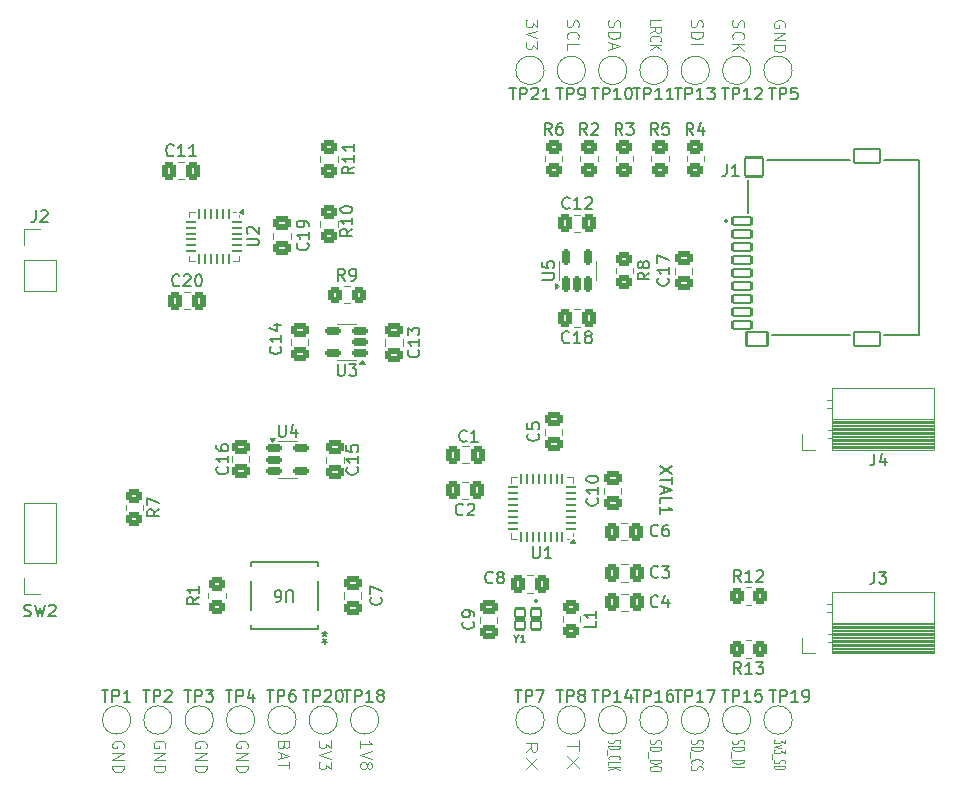
<source format=gto>
%TF.GenerationSoftware,KiCad,Pcbnew,9.0.1*%
%TF.CreationDate,2025-04-18T15:20:57+02:00*%
%TF.ProjectId,random_sampler,72616e64-6f6d-45f7-9361-6d706c65722e,rev?*%
%TF.SameCoordinates,Original*%
%TF.FileFunction,Legend,Top*%
%TF.FilePolarity,Positive*%
%FSLAX46Y46*%
G04 Gerber Fmt 4.6, Leading zero omitted, Abs format (unit mm)*
G04 Created by KiCad (PCBNEW 9.0.1) date 2025-04-18 15:20:57*
%MOMM*%
%LPD*%
G01*
G04 APERTURE LIST*
G04 Aperture macros list*
%AMRoundRect*
0 Rectangle with rounded corners*
0 $1 Rounding radius*
0 $2 $3 $4 $5 $6 $7 $8 $9 X,Y pos of 4 corners*
0 Add a 4 corners polygon primitive as box body*
4,1,4,$2,$3,$4,$5,$6,$7,$8,$9,$2,$3,0*
0 Add four circle primitives for the rounded corners*
1,1,$1+$1,$2,$3*
1,1,$1+$1,$4,$5*
1,1,$1+$1,$6,$7*
1,1,$1+$1,$8,$9*
0 Add four rect primitives between the rounded corners*
20,1,$1+$1,$2,$3,$4,$5,0*
20,1,$1+$1,$4,$5,$6,$7,0*
20,1,$1+$1,$6,$7,$8,$9,0*
20,1,$1+$1,$8,$9,$2,$3,0*%
G04 Aperture macros list end*
%ADD10C,0.125000*%
%ADD11C,0.150000*%
%ADD12C,0.120000*%
%ADD13C,0.127000*%
%ADD14C,0.200000*%
%ADD15C,0.152400*%
%ADD16RoundRect,0.250000X-0.337500X-0.475000X0.337500X-0.475000X0.337500X0.475000X-0.337500X0.475000X0*%
%ADD17R,1.397000X0.406400*%
%ADD18R,0.508000X0.304800*%
%ADD19RoundRect,0.250000X0.337500X0.475000X-0.337500X0.475000X-0.337500X-0.475000X0.337500X-0.475000X0*%
%ADD20R,1.700000X1.700000*%
%ADD21C,1.700000*%
%ADD22C,2.000000*%
%ADD23RoundRect,0.250000X0.450000X-0.350000X0.450000X0.350000X-0.450000X0.350000X-0.450000X-0.350000X0*%
%ADD24RoundRect,0.250000X0.475000X-0.337500X0.475000X0.337500X-0.475000X0.337500X-0.475000X-0.337500X0*%
%ADD25RoundRect,0.250000X-0.450000X0.325000X-0.450000X-0.325000X0.450000X-0.325000X0.450000X0.325000X0*%
%ADD26RoundRect,0.250000X-0.475000X0.337500X-0.475000X-0.337500X0.475000X-0.337500X0.475000X0.337500X0*%
%ADD27C,3.200000*%
%ADD28C,1.000000*%
%ADD29RoundRect,0.102000X0.800000X-0.350000X0.800000X0.350000X-0.800000X0.350000X-0.800000X-0.350000X0*%
%ADD30RoundRect,0.102000X0.900000X-0.600000X0.900000X0.600000X-0.900000X0.600000X-0.900000X-0.600000X0*%
%ADD31RoundRect,0.102000X0.750000X-0.800000X0.750000X0.800000X-0.750000X0.800000X-0.750000X-0.800000X0*%
%ADD32RoundRect,0.102000X1.100000X-0.600000X1.100000X0.600000X-1.100000X0.600000X-1.100000X-0.600000X0*%
%ADD33RoundRect,0.062500X-0.062500X0.375000X-0.062500X-0.375000X0.062500X-0.375000X0.062500X0.375000X0*%
%ADD34RoundRect,0.062500X-0.375000X0.062500X-0.375000X-0.062500X0.375000X-0.062500X0.375000X0.062500X0*%
%ADD35R,2.600000X2.600000*%
%ADD36RoundRect,0.250000X-0.450000X0.350000X-0.450000X-0.350000X0.450000X-0.350000X0.450000X0.350000X0*%
%ADD37RoundRect,0.150000X0.512500X0.150000X-0.512500X0.150000X-0.512500X-0.150000X0.512500X-0.150000X0*%
%ADD38RoundRect,0.150000X-0.512500X-0.150000X0.512500X-0.150000X0.512500X0.150000X-0.512500X0.150000X0*%
%ADD39RoundRect,0.250000X-0.350000X-0.450000X0.350000X-0.450000X0.350000X0.450000X-0.350000X0.450000X0*%
%ADD40RoundRect,0.250000X0.350000X0.450000X-0.350000X0.450000X-0.350000X-0.450000X0.350000X-0.450000X0*%
%ADD41RoundRect,0.150000X0.150000X-0.512500X0.150000X0.512500X-0.150000X0.512500X-0.150000X-0.512500X0*%
%ADD42RoundRect,0.062500X0.337500X0.062500X-0.337500X0.062500X-0.337500X-0.062500X0.337500X-0.062500X0*%
%ADD43RoundRect,0.062500X0.062500X0.337500X-0.062500X0.337500X-0.062500X-0.337500X0.062500X-0.337500X0*%
%ADD44R,3.700000X3.700000*%
%ADD45RoundRect,0.102000X0.425000X0.375000X-0.425000X0.375000X-0.425000X-0.375000X0.425000X-0.375000X0*%
%ADD46R,0.952500X0.558800*%
%ADD47C,2.370000*%
%ADD48C,1.959000*%
G04 APERTURE END LIST*
D10*
X57176500Y-61696521D02*
X57128880Y-61782236D01*
X57128880Y-61782236D02*
X57128880Y-61925093D01*
X57128880Y-61925093D02*
X57176500Y-61982236D01*
X57176500Y-61982236D02*
X57224119Y-62010807D01*
X57224119Y-62010807D02*
X57319357Y-62039378D01*
X57319357Y-62039378D02*
X57414595Y-62039378D01*
X57414595Y-62039378D02*
X57509833Y-62010807D01*
X57509833Y-62010807D02*
X57557452Y-61982236D01*
X57557452Y-61982236D02*
X57605071Y-61925093D01*
X57605071Y-61925093D02*
X57652690Y-61810807D01*
X57652690Y-61810807D02*
X57700309Y-61753664D01*
X57700309Y-61753664D02*
X57747928Y-61725093D01*
X57747928Y-61725093D02*
X57843166Y-61696521D01*
X57843166Y-61696521D02*
X57938404Y-61696521D01*
X57938404Y-61696521D02*
X58033642Y-61725093D01*
X58033642Y-61725093D02*
X58081261Y-61753664D01*
X58081261Y-61753664D02*
X58128880Y-61810807D01*
X58128880Y-61810807D02*
X58128880Y-61953664D01*
X58128880Y-61953664D02*
X58081261Y-62039378D01*
X57128880Y-62296522D02*
X58128880Y-62296522D01*
X58128880Y-62296522D02*
X58128880Y-62439379D01*
X58128880Y-62439379D02*
X58081261Y-62525093D01*
X58081261Y-62525093D02*
X57986023Y-62582236D01*
X57986023Y-62582236D02*
X57890785Y-62610807D01*
X57890785Y-62610807D02*
X57700309Y-62639379D01*
X57700309Y-62639379D02*
X57557452Y-62639379D01*
X57557452Y-62639379D02*
X57366976Y-62610807D01*
X57366976Y-62610807D02*
X57271738Y-62582236D01*
X57271738Y-62582236D02*
X57176500Y-62525093D01*
X57176500Y-62525093D02*
X57128880Y-62439379D01*
X57128880Y-62439379D02*
X57128880Y-62296522D01*
X57033642Y-62753665D02*
X57033642Y-63210807D01*
X57128880Y-63353665D02*
X58128880Y-63353665D01*
X58128880Y-63353665D02*
X58128880Y-63496522D01*
X58128880Y-63496522D02*
X58081261Y-63582236D01*
X58081261Y-63582236D02*
X57986023Y-63639379D01*
X57986023Y-63639379D02*
X57890785Y-63667950D01*
X57890785Y-63667950D02*
X57700309Y-63696522D01*
X57700309Y-63696522D02*
X57557452Y-63696522D01*
X57557452Y-63696522D02*
X57366976Y-63667950D01*
X57366976Y-63667950D02*
X57271738Y-63639379D01*
X57271738Y-63639379D02*
X57176500Y-63582236D01*
X57176500Y-63582236D02*
X57128880Y-63496522D01*
X57128880Y-63496522D02*
X57128880Y-63353665D01*
X58128880Y-64067950D02*
X58128880Y-64182236D01*
X58128880Y-64182236D02*
X58081261Y-64239379D01*
X58081261Y-64239379D02*
X57986023Y-64296522D01*
X57986023Y-64296522D02*
X57795547Y-64325093D01*
X57795547Y-64325093D02*
X57462214Y-64325093D01*
X57462214Y-64325093D02*
X57271738Y-64296522D01*
X57271738Y-64296522D02*
X57176500Y-64239379D01*
X57176500Y-64239379D02*
X57128880Y-64182236D01*
X57128880Y-64182236D02*
X57128880Y-64067950D01*
X57128880Y-64067950D02*
X57176500Y-64010808D01*
X57176500Y-64010808D02*
X57271738Y-63953665D01*
X57271738Y-63953665D02*
X57462214Y-63925093D01*
X57462214Y-63925093D02*
X57795547Y-63925093D01*
X57795547Y-63925093D02*
X57986023Y-63953665D01*
X57986023Y-63953665D02*
X58081261Y-64010808D01*
X58081261Y-64010808D02*
X58128880Y-64067950D01*
X60676500Y-772712D02*
X60628880Y-915569D01*
X60628880Y-915569D02*
X60628880Y-1153664D01*
X60628880Y-1153664D02*
X60676500Y-1248902D01*
X60676500Y-1248902D02*
X60724119Y-1296521D01*
X60724119Y-1296521D02*
X60819357Y-1344140D01*
X60819357Y-1344140D02*
X60914595Y-1344140D01*
X60914595Y-1344140D02*
X61009833Y-1296521D01*
X61009833Y-1296521D02*
X61057452Y-1248902D01*
X61057452Y-1248902D02*
X61105071Y-1153664D01*
X61105071Y-1153664D02*
X61152690Y-963188D01*
X61152690Y-963188D02*
X61200309Y-867950D01*
X61200309Y-867950D02*
X61247928Y-820331D01*
X61247928Y-820331D02*
X61343166Y-772712D01*
X61343166Y-772712D02*
X61438404Y-772712D01*
X61438404Y-772712D02*
X61533642Y-820331D01*
X61533642Y-820331D02*
X61581261Y-867950D01*
X61581261Y-867950D02*
X61628880Y-963188D01*
X61628880Y-963188D02*
X61628880Y-1201283D01*
X61628880Y-1201283D02*
X61581261Y-1344140D01*
X60628880Y-1772712D02*
X61628880Y-1772712D01*
X61628880Y-1772712D02*
X61628880Y-2010807D01*
X61628880Y-2010807D02*
X61581261Y-2153664D01*
X61581261Y-2153664D02*
X61486023Y-2248902D01*
X61486023Y-2248902D02*
X61390785Y-2296521D01*
X61390785Y-2296521D02*
X61200309Y-2344140D01*
X61200309Y-2344140D02*
X61057452Y-2344140D01*
X61057452Y-2344140D02*
X60866976Y-2296521D01*
X60866976Y-2296521D02*
X60771738Y-2248902D01*
X60771738Y-2248902D02*
X60676500Y-2153664D01*
X60676500Y-2153664D02*
X60628880Y-2010807D01*
X60628880Y-2010807D02*
X60628880Y-1772712D01*
X60628880Y-2772712D02*
X61628880Y-2772712D01*
X16081261Y-62344140D02*
X16128880Y-62248902D01*
X16128880Y-62248902D02*
X16128880Y-62106045D01*
X16128880Y-62106045D02*
X16081261Y-61963188D01*
X16081261Y-61963188D02*
X15986023Y-61867950D01*
X15986023Y-61867950D02*
X15890785Y-61820331D01*
X15890785Y-61820331D02*
X15700309Y-61772712D01*
X15700309Y-61772712D02*
X15557452Y-61772712D01*
X15557452Y-61772712D02*
X15366976Y-61820331D01*
X15366976Y-61820331D02*
X15271738Y-61867950D01*
X15271738Y-61867950D02*
X15176500Y-61963188D01*
X15176500Y-61963188D02*
X15128880Y-62106045D01*
X15128880Y-62106045D02*
X15128880Y-62201283D01*
X15128880Y-62201283D02*
X15176500Y-62344140D01*
X15176500Y-62344140D02*
X15224119Y-62391759D01*
X15224119Y-62391759D02*
X15557452Y-62391759D01*
X15557452Y-62391759D02*
X15557452Y-62201283D01*
X15128880Y-62820331D02*
X16128880Y-62820331D01*
X16128880Y-62820331D02*
X15128880Y-63391759D01*
X15128880Y-63391759D02*
X16128880Y-63391759D01*
X15128880Y-63867950D02*
X16128880Y-63867950D01*
X16128880Y-63867950D02*
X16128880Y-64106045D01*
X16128880Y-64106045D02*
X16081261Y-64248902D01*
X16081261Y-64248902D02*
X15986023Y-64344140D01*
X15986023Y-64344140D02*
X15890785Y-64391759D01*
X15890785Y-64391759D02*
X15700309Y-64439378D01*
X15700309Y-64439378D02*
X15557452Y-64439378D01*
X15557452Y-64439378D02*
X15366976Y-64391759D01*
X15366976Y-64391759D02*
X15271738Y-64344140D01*
X15271738Y-64344140D02*
X15176500Y-64248902D01*
X15176500Y-64248902D02*
X15128880Y-64106045D01*
X15128880Y-64106045D02*
X15128880Y-63867950D01*
X53676500Y-772712D02*
X53628880Y-915569D01*
X53628880Y-915569D02*
X53628880Y-1153664D01*
X53628880Y-1153664D02*
X53676500Y-1248902D01*
X53676500Y-1248902D02*
X53724119Y-1296521D01*
X53724119Y-1296521D02*
X53819357Y-1344140D01*
X53819357Y-1344140D02*
X53914595Y-1344140D01*
X53914595Y-1344140D02*
X54009833Y-1296521D01*
X54009833Y-1296521D02*
X54057452Y-1248902D01*
X54057452Y-1248902D02*
X54105071Y-1153664D01*
X54105071Y-1153664D02*
X54152690Y-963188D01*
X54152690Y-963188D02*
X54200309Y-867950D01*
X54200309Y-867950D02*
X54247928Y-820331D01*
X54247928Y-820331D02*
X54343166Y-772712D01*
X54343166Y-772712D02*
X54438404Y-772712D01*
X54438404Y-772712D02*
X54533642Y-820331D01*
X54533642Y-820331D02*
X54581261Y-867950D01*
X54581261Y-867950D02*
X54628880Y-963188D01*
X54628880Y-963188D02*
X54628880Y-1201283D01*
X54628880Y-1201283D02*
X54581261Y-1344140D01*
X53628880Y-1772712D02*
X54628880Y-1772712D01*
X54628880Y-1772712D02*
X54628880Y-2010807D01*
X54628880Y-2010807D02*
X54581261Y-2153664D01*
X54581261Y-2153664D02*
X54486023Y-2248902D01*
X54486023Y-2248902D02*
X54390785Y-2296521D01*
X54390785Y-2296521D02*
X54200309Y-2344140D01*
X54200309Y-2344140D02*
X54057452Y-2344140D01*
X54057452Y-2344140D02*
X53866976Y-2296521D01*
X53866976Y-2296521D02*
X53771738Y-2248902D01*
X53771738Y-2248902D02*
X53676500Y-2153664D01*
X53676500Y-2153664D02*
X53628880Y-2010807D01*
X53628880Y-2010807D02*
X53628880Y-1772712D01*
X53914595Y-2725093D02*
X53914595Y-3201283D01*
X53628880Y-2629855D02*
X54628880Y-2963188D01*
X54628880Y-2963188D02*
X53628880Y-3296521D01*
X19581261Y-62344140D02*
X19628880Y-62248902D01*
X19628880Y-62248902D02*
X19628880Y-62106045D01*
X19628880Y-62106045D02*
X19581261Y-61963188D01*
X19581261Y-61963188D02*
X19486023Y-61867950D01*
X19486023Y-61867950D02*
X19390785Y-61820331D01*
X19390785Y-61820331D02*
X19200309Y-61772712D01*
X19200309Y-61772712D02*
X19057452Y-61772712D01*
X19057452Y-61772712D02*
X18866976Y-61820331D01*
X18866976Y-61820331D02*
X18771738Y-61867950D01*
X18771738Y-61867950D02*
X18676500Y-61963188D01*
X18676500Y-61963188D02*
X18628880Y-62106045D01*
X18628880Y-62106045D02*
X18628880Y-62201283D01*
X18628880Y-62201283D02*
X18676500Y-62344140D01*
X18676500Y-62344140D02*
X18724119Y-62391759D01*
X18724119Y-62391759D02*
X19057452Y-62391759D01*
X19057452Y-62391759D02*
X19057452Y-62201283D01*
X18628880Y-62820331D02*
X19628880Y-62820331D01*
X19628880Y-62820331D02*
X18628880Y-63391759D01*
X18628880Y-63391759D02*
X19628880Y-63391759D01*
X18628880Y-63867950D02*
X19628880Y-63867950D01*
X19628880Y-63867950D02*
X19628880Y-64106045D01*
X19628880Y-64106045D02*
X19581261Y-64248902D01*
X19581261Y-64248902D02*
X19486023Y-64344140D01*
X19486023Y-64344140D02*
X19390785Y-64391759D01*
X19390785Y-64391759D02*
X19200309Y-64439378D01*
X19200309Y-64439378D02*
X19057452Y-64439378D01*
X19057452Y-64439378D02*
X18866976Y-64391759D01*
X18866976Y-64391759D02*
X18771738Y-64344140D01*
X18771738Y-64344140D02*
X18676500Y-64248902D01*
X18676500Y-64248902D02*
X18628880Y-64106045D01*
X18628880Y-64106045D02*
X18628880Y-63867950D01*
X50176500Y-772712D02*
X50128880Y-915569D01*
X50128880Y-915569D02*
X50128880Y-1153664D01*
X50128880Y-1153664D02*
X50176500Y-1248902D01*
X50176500Y-1248902D02*
X50224119Y-1296521D01*
X50224119Y-1296521D02*
X50319357Y-1344140D01*
X50319357Y-1344140D02*
X50414595Y-1344140D01*
X50414595Y-1344140D02*
X50509833Y-1296521D01*
X50509833Y-1296521D02*
X50557452Y-1248902D01*
X50557452Y-1248902D02*
X50605071Y-1153664D01*
X50605071Y-1153664D02*
X50652690Y-963188D01*
X50652690Y-963188D02*
X50700309Y-867950D01*
X50700309Y-867950D02*
X50747928Y-820331D01*
X50747928Y-820331D02*
X50843166Y-772712D01*
X50843166Y-772712D02*
X50938404Y-772712D01*
X50938404Y-772712D02*
X51033642Y-820331D01*
X51033642Y-820331D02*
X51081261Y-867950D01*
X51081261Y-867950D02*
X51128880Y-963188D01*
X51128880Y-963188D02*
X51128880Y-1201283D01*
X51128880Y-1201283D02*
X51081261Y-1344140D01*
X50224119Y-2344140D02*
X50176500Y-2296521D01*
X50176500Y-2296521D02*
X50128880Y-2153664D01*
X50128880Y-2153664D02*
X50128880Y-2058426D01*
X50128880Y-2058426D02*
X50176500Y-1915569D01*
X50176500Y-1915569D02*
X50271738Y-1820331D01*
X50271738Y-1820331D02*
X50366976Y-1772712D01*
X50366976Y-1772712D02*
X50557452Y-1725093D01*
X50557452Y-1725093D02*
X50700309Y-1725093D01*
X50700309Y-1725093D02*
X50890785Y-1772712D01*
X50890785Y-1772712D02*
X50986023Y-1820331D01*
X50986023Y-1820331D02*
X51081261Y-1915569D01*
X51081261Y-1915569D02*
X51128880Y-2058426D01*
X51128880Y-2058426D02*
X51128880Y-2153664D01*
X51128880Y-2153664D02*
X51081261Y-2296521D01*
X51081261Y-2296521D02*
X51033642Y-2344140D01*
X50128880Y-3248902D02*
X50128880Y-2772712D01*
X50128880Y-2772712D02*
X51128880Y-2772712D01*
X64176500Y-772712D02*
X64128880Y-915569D01*
X64128880Y-915569D02*
X64128880Y-1153664D01*
X64128880Y-1153664D02*
X64176500Y-1248902D01*
X64176500Y-1248902D02*
X64224119Y-1296521D01*
X64224119Y-1296521D02*
X64319357Y-1344140D01*
X64319357Y-1344140D02*
X64414595Y-1344140D01*
X64414595Y-1344140D02*
X64509833Y-1296521D01*
X64509833Y-1296521D02*
X64557452Y-1248902D01*
X64557452Y-1248902D02*
X64605071Y-1153664D01*
X64605071Y-1153664D02*
X64652690Y-963188D01*
X64652690Y-963188D02*
X64700309Y-867950D01*
X64700309Y-867950D02*
X64747928Y-820331D01*
X64747928Y-820331D02*
X64843166Y-772712D01*
X64843166Y-772712D02*
X64938404Y-772712D01*
X64938404Y-772712D02*
X65033642Y-820331D01*
X65033642Y-820331D02*
X65081261Y-867950D01*
X65081261Y-867950D02*
X65128880Y-963188D01*
X65128880Y-963188D02*
X65128880Y-1201283D01*
X65128880Y-1201283D02*
X65081261Y-1344140D01*
X64224119Y-2344140D02*
X64176500Y-2296521D01*
X64176500Y-2296521D02*
X64128880Y-2153664D01*
X64128880Y-2153664D02*
X64128880Y-2058426D01*
X64128880Y-2058426D02*
X64176500Y-1915569D01*
X64176500Y-1915569D02*
X64271738Y-1820331D01*
X64271738Y-1820331D02*
X64366976Y-1772712D01*
X64366976Y-1772712D02*
X64557452Y-1725093D01*
X64557452Y-1725093D02*
X64700309Y-1725093D01*
X64700309Y-1725093D02*
X64890785Y-1772712D01*
X64890785Y-1772712D02*
X64986023Y-1820331D01*
X64986023Y-1820331D02*
X65081261Y-1915569D01*
X65081261Y-1915569D02*
X65128880Y-2058426D01*
X65128880Y-2058426D02*
X65128880Y-2153664D01*
X65128880Y-2153664D02*
X65081261Y-2296521D01*
X65081261Y-2296521D02*
X65033642Y-2344140D01*
X64128880Y-2772712D02*
X65128880Y-2772712D01*
X64128880Y-3344140D02*
X64700309Y-2915569D01*
X65128880Y-3344140D02*
X64557452Y-2772712D01*
X68628880Y-61653664D02*
X68628880Y-61963188D01*
X68628880Y-61963188D02*
X68247928Y-61796521D01*
X68247928Y-61796521D02*
X68247928Y-61867950D01*
X68247928Y-61867950D02*
X68200309Y-61915569D01*
X68200309Y-61915569D02*
X68152690Y-61939378D01*
X68152690Y-61939378D02*
X68057452Y-61963188D01*
X68057452Y-61963188D02*
X67819357Y-61963188D01*
X67819357Y-61963188D02*
X67724119Y-61939378D01*
X67724119Y-61939378D02*
X67676500Y-61915569D01*
X67676500Y-61915569D02*
X67628880Y-61867950D01*
X67628880Y-61867950D02*
X67628880Y-61725093D01*
X67628880Y-61725093D02*
X67676500Y-61677474D01*
X67676500Y-61677474D02*
X67724119Y-61653664D01*
X68295547Y-62129854D02*
X67628880Y-62248902D01*
X67628880Y-62248902D02*
X68295547Y-62367949D01*
X68628880Y-62510806D02*
X68628880Y-62820330D01*
X68628880Y-62820330D02*
X68247928Y-62653663D01*
X68247928Y-62653663D02*
X68247928Y-62725092D01*
X68247928Y-62725092D02*
X68200309Y-62772711D01*
X68200309Y-62772711D02*
X68152690Y-62796520D01*
X68152690Y-62796520D02*
X68057452Y-62820330D01*
X68057452Y-62820330D02*
X67819357Y-62820330D01*
X67819357Y-62820330D02*
X67724119Y-62796520D01*
X67724119Y-62796520D02*
X67676500Y-62772711D01*
X67676500Y-62772711D02*
X67628880Y-62725092D01*
X67628880Y-62725092D02*
X67628880Y-62582235D01*
X67628880Y-62582235D02*
X67676500Y-62534616D01*
X67676500Y-62534616D02*
X67724119Y-62510806D01*
X67533642Y-62915568D02*
X67533642Y-63296520D01*
X67676500Y-63391758D02*
X67628880Y-63463186D01*
X67628880Y-63463186D02*
X67628880Y-63582234D01*
X67628880Y-63582234D02*
X67676500Y-63629853D01*
X67676500Y-63629853D02*
X67724119Y-63653662D01*
X67724119Y-63653662D02*
X67819357Y-63677472D01*
X67819357Y-63677472D02*
X67914595Y-63677472D01*
X67914595Y-63677472D02*
X68009833Y-63653662D01*
X68009833Y-63653662D02*
X68057452Y-63629853D01*
X68057452Y-63629853D02*
X68105071Y-63582234D01*
X68105071Y-63582234D02*
X68152690Y-63486996D01*
X68152690Y-63486996D02*
X68200309Y-63439377D01*
X68200309Y-63439377D02*
X68247928Y-63415567D01*
X68247928Y-63415567D02*
X68343166Y-63391758D01*
X68343166Y-63391758D02*
X68438404Y-63391758D01*
X68438404Y-63391758D02*
X68533642Y-63415567D01*
X68533642Y-63415567D02*
X68581261Y-63439377D01*
X68581261Y-63439377D02*
X68628880Y-63486996D01*
X68628880Y-63486996D02*
X68628880Y-63606043D01*
X68628880Y-63606043D02*
X68581261Y-63677472D01*
X67628880Y-63891757D02*
X68628880Y-63891757D01*
X68628880Y-63891757D02*
X68628880Y-64010805D01*
X68628880Y-64010805D02*
X68581261Y-64082233D01*
X68581261Y-64082233D02*
X68486023Y-64129852D01*
X68486023Y-64129852D02*
X68390785Y-64153662D01*
X68390785Y-64153662D02*
X68200309Y-64177471D01*
X68200309Y-64177471D02*
X68057452Y-64177471D01*
X68057452Y-64177471D02*
X67866976Y-64153662D01*
X67866976Y-64153662D02*
X67771738Y-64129852D01*
X67771738Y-64129852D02*
X67676500Y-64082233D01*
X67676500Y-64082233D02*
X67628880Y-64010805D01*
X67628880Y-64010805D02*
X67628880Y-63891757D01*
X60676500Y-61696521D02*
X60628880Y-61782236D01*
X60628880Y-61782236D02*
X60628880Y-61925093D01*
X60628880Y-61925093D02*
X60676500Y-61982236D01*
X60676500Y-61982236D02*
X60724119Y-62010807D01*
X60724119Y-62010807D02*
X60819357Y-62039378D01*
X60819357Y-62039378D02*
X60914595Y-62039378D01*
X60914595Y-62039378D02*
X61009833Y-62010807D01*
X61009833Y-62010807D02*
X61057452Y-61982236D01*
X61057452Y-61982236D02*
X61105071Y-61925093D01*
X61105071Y-61925093D02*
X61152690Y-61810807D01*
X61152690Y-61810807D02*
X61200309Y-61753664D01*
X61200309Y-61753664D02*
X61247928Y-61725093D01*
X61247928Y-61725093D02*
X61343166Y-61696521D01*
X61343166Y-61696521D02*
X61438404Y-61696521D01*
X61438404Y-61696521D02*
X61533642Y-61725093D01*
X61533642Y-61725093D02*
X61581261Y-61753664D01*
X61581261Y-61753664D02*
X61628880Y-61810807D01*
X61628880Y-61810807D02*
X61628880Y-61953664D01*
X61628880Y-61953664D02*
X61581261Y-62039378D01*
X60628880Y-62296522D02*
X61628880Y-62296522D01*
X61628880Y-62296522D02*
X61628880Y-62439379D01*
X61628880Y-62439379D02*
X61581261Y-62525093D01*
X61581261Y-62525093D02*
X61486023Y-62582236D01*
X61486023Y-62582236D02*
X61390785Y-62610807D01*
X61390785Y-62610807D02*
X61200309Y-62639379D01*
X61200309Y-62639379D02*
X61057452Y-62639379D01*
X61057452Y-62639379D02*
X60866976Y-62610807D01*
X60866976Y-62610807D02*
X60771738Y-62582236D01*
X60771738Y-62582236D02*
X60676500Y-62525093D01*
X60676500Y-62525093D02*
X60628880Y-62439379D01*
X60628880Y-62439379D02*
X60628880Y-62296522D01*
X60533642Y-62753665D02*
X60533642Y-63210807D01*
X60724119Y-63696522D02*
X60676500Y-63667950D01*
X60676500Y-63667950D02*
X60628880Y-63582236D01*
X60628880Y-63582236D02*
X60628880Y-63525093D01*
X60628880Y-63525093D02*
X60676500Y-63439379D01*
X60676500Y-63439379D02*
X60771738Y-63382236D01*
X60771738Y-63382236D02*
X60866976Y-63353665D01*
X60866976Y-63353665D02*
X61057452Y-63325093D01*
X61057452Y-63325093D02*
X61200309Y-63325093D01*
X61200309Y-63325093D02*
X61390785Y-63353665D01*
X61390785Y-63353665D02*
X61486023Y-63382236D01*
X61486023Y-63382236D02*
X61581261Y-63439379D01*
X61581261Y-63439379D02*
X61628880Y-63525093D01*
X61628880Y-63525093D02*
X61628880Y-63582236D01*
X61628880Y-63582236D02*
X61581261Y-63667950D01*
X61581261Y-63667950D02*
X61533642Y-63696522D01*
X60676500Y-63925093D02*
X60628880Y-64010808D01*
X60628880Y-64010808D02*
X60628880Y-64153665D01*
X60628880Y-64153665D02*
X60676500Y-64210808D01*
X60676500Y-64210808D02*
X60724119Y-64239379D01*
X60724119Y-64239379D02*
X60819357Y-64267950D01*
X60819357Y-64267950D02*
X60914595Y-64267950D01*
X60914595Y-64267950D02*
X61009833Y-64239379D01*
X61009833Y-64239379D02*
X61057452Y-64210808D01*
X61057452Y-64210808D02*
X61105071Y-64153665D01*
X61105071Y-64153665D02*
X61152690Y-64039379D01*
X61152690Y-64039379D02*
X61200309Y-63982236D01*
X61200309Y-63982236D02*
X61247928Y-63953665D01*
X61247928Y-63953665D02*
X61343166Y-63925093D01*
X61343166Y-63925093D02*
X61438404Y-63925093D01*
X61438404Y-63925093D02*
X61533642Y-63953665D01*
X61533642Y-63953665D02*
X61581261Y-63982236D01*
X61581261Y-63982236D02*
X61628880Y-64039379D01*
X61628880Y-64039379D02*
X61628880Y-64182236D01*
X61628880Y-64182236D02*
X61581261Y-64267950D01*
X46628880Y-62715569D02*
X47105071Y-62248902D01*
X46628880Y-61915569D02*
X47628880Y-61915569D01*
X47628880Y-61915569D02*
X47628880Y-62448902D01*
X47628880Y-62448902D02*
X47581261Y-62582236D01*
X47581261Y-62582236D02*
X47533642Y-62648902D01*
X47533642Y-62648902D02*
X47438404Y-62715569D01*
X47438404Y-62715569D02*
X47295547Y-62715569D01*
X47295547Y-62715569D02*
X47200309Y-62648902D01*
X47200309Y-62648902D02*
X47152690Y-62582236D01*
X47152690Y-62582236D02*
X47105071Y-62448902D01*
X47105071Y-62448902D02*
X47105071Y-61915569D01*
X47628880Y-63182236D02*
X46628880Y-64115569D01*
X47628880Y-64115569D02*
X46628880Y-63182236D01*
X53676500Y-61677474D02*
X53628880Y-61748902D01*
X53628880Y-61748902D02*
X53628880Y-61867950D01*
X53628880Y-61867950D02*
X53676500Y-61915569D01*
X53676500Y-61915569D02*
X53724119Y-61939378D01*
X53724119Y-61939378D02*
X53819357Y-61963188D01*
X53819357Y-61963188D02*
X53914595Y-61963188D01*
X53914595Y-61963188D02*
X54009833Y-61939378D01*
X54009833Y-61939378D02*
X54057452Y-61915569D01*
X54057452Y-61915569D02*
X54105071Y-61867950D01*
X54105071Y-61867950D02*
X54152690Y-61772712D01*
X54152690Y-61772712D02*
X54200309Y-61725093D01*
X54200309Y-61725093D02*
X54247928Y-61701283D01*
X54247928Y-61701283D02*
X54343166Y-61677474D01*
X54343166Y-61677474D02*
X54438404Y-61677474D01*
X54438404Y-61677474D02*
X54533642Y-61701283D01*
X54533642Y-61701283D02*
X54581261Y-61725093D01*
X54581261Y-61725093D02*
X54628880Y-61772712D01*
X54628880Y-61772712D02*
X54628880Y-61891759D01*
X54628880Y-61891759D02*
X54581261Y-61963188D01*
X53628880Y-62177473D02*
X54628880Y-62177473D01*
X54628880Y-62177473D02*
X54628880Y-62296521D01*
X54628880Y-62296521D02*
X54581261Y-62367949D01*
X54581261Y-62367949D02*
X54486023Y-62415568D01*
X54486023Y-62415568D02*
X54390785Y-62439378D01*
X54390785Y-62439378D02*
X54200309Y-62463187D01*
X54200309Y-62463187D02*
X54057452Y-62463187D01*
X54057452Y-62463187D02*
X53866976Y-62439378D01*
X53866976Y-62439378D02*
X53771738Y-62415568D01*
X53771738Y-62415568D02*
X53676500Y-62367949D01*
X53676500Y-62367949D02*
X53628880Y-62296521D01*
X53628880Y-62296521D02*
X53628880Y-62177473D01*
X53533642Y-62558426D02*
X53533642Y-62939378D01*
X53724119Y-63344139D02*
X53676500Y-63320330D01*
X53676500Y-63320330D02*
X53628880Y-63248901D01*
X53628880Y-63248901D02*
X53628880Y-63201282D01*
X53628880Y-63201282D02*
X53676500Y-63129854D01*
X53676500Y-63129854D02*
X53771738Y-63082235D01*
X53771738Y-63082235D02*
X53866976Y-63058425D01*
X53866976Y-63058425D02*
X54057452Y-63034616D01*
X54057452Y-63034616D02*
X54200309Y-63034616D01*
X54200309Y-63034616D02*
X54390785Y-63058425D01*
X54390785Y-63058425D02*
X54486023Y-63082235D01*
X54486023Y-63082235D02*
X54581261Y-63129854D01*
X54581261Y-63129854D02*
X54628880Y-63201282D01*
X54628880Y-63201282D02*
X54628880Y-63248901D01*
X54628880Y-63248901D02*
X54581261Y-63320330D01*
X54581261Y-63320330D02*
X54533642Y-63344139D01*
X53628880Y-63796520D02*
X53628880Y-63558425D01*
X53628880Y-63558425D02*
X54628880Y-63558425D01*
X53628880Y-63963187D02*
X54628880Y-63963187D01*
X53628880Y-64248901D02*
X54200309Y-64034616D01*
X54628880Y-64248901D02*
X54057452Y-63963187D01*
X68581261Y-1344140D02*
X68628880Y-1248902D01*
X68628880Y-1248902D02*
X68628880Y-1106045D01*
X68628880Y-1106045D02*
X68581261Y-963188D01*
X68581261Y-963188D02*
X68486023Y-867950D01*
X68486023Y-867950D02*
X68390785Y-820331D01*
X68390785Y-820331D02*
X68200309Y-772712D01*
X68200309Y-772712D02*
X68057452Y-772712D01*
X68057452Y-772712D02*
X67866976Y-820331D01*
X67866976Y-820331D02*
X67771738Y-867950D01*
X67771738Y-867950D02*
X67676500Y-963188D01*
X67676500Y-963188D02*
X67628880Y-1106045D01*
X67628880Y-1106045D02*
X67628880Y-1201283D01*
X67628880Y-1201283D02*
X67676500Y-1344140D01*
X67676500Y-1344140D02*
X67724119Y-1391759D01*
X67724119Y-1391759D02*
X68057452Y-1391759D01*
X68057452Y-1391759D02*
X68057452Y-1201283D01*
X67628880Y-1820331D02*
X68628880Y-1820331D01*
X68628880Y-1820331D02*
X67628880Y-2391759D01*
X67628880Y-2391759D02*
X68628880Y-2391759D01*
X67628880Y-2867950D02*
X68628880Y-2867950D01*
X68628880Y-2867950D02*
X68628880Y-3106045D01*
X68628880Y-3106045D02*
X68581261Y-3248902D01*
X68581261Y-3248902D02*
X68486023Y-3344140D01*
X68486023Y-3344140D02*
X68390785Y-3391759D01*
X68390785Y-3391759D02*
X68200309Y-3439378D01*
X68200309Y-3439378D02*
X68057452Y-3439378D01*
X68057452Y-3439378D02*
X67866976Y-3391759D01*
X67866976Y-3391759D02*
X67771738Y-3344140D01*
X67771738Y-3344140D02*
X67676500Y-3248902D01*
X67676500Y-3248902D02*
X67628880Y-3106045D01*
X67628880Y-3106045D02*
X67628880Y-2867950D01*
X12581261Y-62344140D02*
X12628880Y-62248902D01*
X12628880Y-62248902D02*
X12628880Y-62106045D01*
X12628880Y-62106045D02*
X12581261Y-61963188D01*
X12581261Y-61963188D02*
X12486023Y-61867950D01*
X12486023Y-61867950D02*
X12390785Y-61820331D01*
X12390785Y-61820331D02*
X12200309Y-61772712D01*
X12200309Y-61772712D02*
X12057452Y-61772712D01*
X12057452Y-61772712D02*
X11866976Y-61820331D01*
X11866976Y-61820331D02*
X11771738Y-61867950D01*
X11771738Y-61867950D02*
X11676500Y-61963188D01*
X11676500Y-61963188D02*
X11628880Y-62106045D01*
X11628880Y-62106045D02*
X11628880Y-62201283D01*
X11628880Y-62201283D02*
X11676500Y-62344140D01*
X11676500Y-62344140D02*
X11724119Y-62391759D01*
X11724119Y-62391759D02*
X12057452Y-62391759D01*
X12057452Y-62391759D02*
X12057452Y-62201283D01*
X11628880Y-62820331D02*
X12628880Y-62820331D01*
X12628880Y-62820331D02*
X11628880Y-63391759D01*
X11628880Y-63391759D02*
X12628880Y-63391759D01*
X11628880Y-63867950D02*
X12628880Y-63867950D01*
X12628880Y-63867950D02*
X12628880Y-64106045D01*
X12628880Y-64106045D02*
X12581261Y-64248902D01*
X12581261Y-64248902D02*
X12486023Y-64344140D01*
X12486023Y-64344140D02*
X12390785Y-64391759D01*
X12390785Y-64391759D02*
X12200309Y-64439378D01*
X12200309Y-64439378D02*
X12057452Y-64439378D01*
X12057452Y-64439378D02*
X11866976Y-64391759D01*
X11866976Y-64391759D02*
X11771738Y-64344140D01*
X11771738Y-64344140D02*
X11676500Y-64248902D01*
X11676500Y-64248902D02*
X11628880Y-64106045D01*
X11628880Y-64106045D02*
X11628880Y-63867950D01*
X47628880Y-725093D02*
X47628880Y-1344140D01*
X47628880Y-1344140D02*
X47247928Y-1010807D01*
X47247928Y-1010807D02*
X47247928Y-1153664D01*
X47247928Y-1153664D02*
X47200309Y-1248902D01*
X47200309Y-1248902D02*
X47152690Y-1296521D01*
X47152690Y-1296521D02*
X47057452Y-1344140D01*
X47057452Y-1344140D02*
X46819357Y-1344140D01*
X46819357Y-1344140D02*
X46724119Y-1296521D01*
X46724119Y-1296521D02*
X46676500Y-1248902D01*
X46676500Y-1248902D02*
X46628880Y-1153664D01*
X46628880Y-1153664D02*
X46628880Y-867950D01*
X46628880Y-867950D02*
X46676500Y-772712D01*
X46676500Y-772712D02*
X46724119Y-725093D01*
X47628880Y-1629855D02*
X46628880Y-1963188D01*
X46628880Y-1963188D02*
X47628880Y-2296521D01*
X47628880Y-2534617D02*
X47628880Y-3153664D01*
X47628880Y-3153664D02*
X47247928Y-2820331D01*
X47247928Y-2820331D02*
X47247928Y-2963188D01*
X47247928Y-2963188D02*
X47200309Y-3058426D01*
X47200309Y-3058426D02*
X47152690Y-3106045D01*
X47152690Y-3106045D02*
X47057452Y-3153664D01*
X47057452Y-3153664D02*
X46819357Y-3153664D01*
X46819357Y-3153664D02*
X46724119Y-3106045D01*
X46724119Y-3106045D02*
X46676500Y-3058426D01*
X46676500Y-3058426D02*
X46628880Y-2963188D01*
X46628880Y-2963188D02*
X46628880Y-2677474D01*
X46628880Y-2677474D02*
X46676500Y-2582236D01*
X46676500Y-2582236D02*
X46724119Y-2534617D01*
X64176500Y-61696521D02*
X64128880Y-61782236D01*
X64128880Y-61782236D02*
X64128880Y-61925093D01*
X64128880Y-61925093D02*
X64176500Y-61982236D01*
X64176500Y-61982236D02*
X64224119Y-62010807D01*
X64224119Y-62010807D02*
X64319357Y-62039378D01*
X64319357Y-62039378D02*
X64414595Y-62039378D01*
X64414595Y-62039378D02*
X64509833Y-62010807D01*
X64509833Y-62010807D02*
X64557452Y-61982236D01*
X64557452Y-61982236D02*
X64605071Y-61925093D01*
X64605071Y-61925093D02*
X64652690Y-61810807D01*
X64652690Y-61810807D02*
X64700309Y-61753664D01*
X64700309Y-61753664D02*
X64747928Y-61725093D01*
X64747928Y-61725093D02*
X64843166Y-61696521D01*
X64843166Y-61696521D02*
X64938404Y-61696521D01*
X64938404Y-61696521D02*
X65033642Y-61725093D01*
X65033642Y-61725093D02*
X65081261Y-61753664D01*
X65081261Y-61753664D02*
X65128880Y-61810807D01*
X65128880Y-61810807D02*
X65128880Y-61953664D01*
X65128880Y-61953664D02*
X65081261Y-62039378D01*
X64128880Y-62296522D02*
X65128880Y-62296522D01*
X65128880Y-62296522D02*
X65128880Y-62439379D01*
X65128880Y-62439379D02*
X65081261Y-62525093D01*
X65081261Y-62525093D02*
X64986023Y-62582236D01*
X64986023Y-62582236D02*
X64890785Y-62610807D01*
X64890785Y-62610807D02*
X64700309Y-62639379D01*
X64700309Y-62639379D02*
X64557452Y-62639379D01*
X64557452Y-62639379D02*
X64366976Y-62610807D01*
X64366976Y-62610807D02*
X64271738Y-62582236D01*
X64271738Y-62582236D02*
X64176500Y-62525093D01*
X64176500Y-62525093D02*
X64128880Y-62439379D01*
X64128880Y-62439379D02*
X64128880Y-62296522D01*
X64033642Y-62753665D02*
X64033642Y-63210807D01*
X64128880Y-63353665D02*
X65128880Y-63353665D01*
X65128880Y-63353665D02*
X65128880Y-63496522D01*
X65128880Y-63496522D02*
X65081261Y-63582236D01*
X65081261Y-63582236D02*
X64986023Y-63639379D01*
X64986023Y-63639379D02*
X64890785Y-63667950D01*
X64890785Y-63667950D02*
X64700309Y-63696522D01*
X64700309Y-63696522D02*
X64557452Y-63696522D01*
X64557452Y-63696522D02*
X64366976Y-63667950D01*
X64366976Y-63667950D02*
X64271738Y-63639379D01*
X64271738Y-63639379D02*
X64176500Y-63582236D01*
X64176500Y-63582236D02*
X64128880Y-63496522D01*
X64128880Y-63496522D02*
X64128880Y-63353665D01*
X64128880Y-63953665D02*
X65128880Y-63953665D01*
X51128880Y-61734616D02*
X51128880Y-62648902D01*
X50128880Y-62191759D02*
X51128880Y-62191759D01*
X51128880Y-63029855D02*
X50128880Y-64096522D01*
X51128880Y-64096522D02*
X50128880Y-63029855D01*
X57128880Y-1117950D02*
X57128880Y-760807D01*
X57128880Y-760807D02*
X58128880Y-760807D01*
X57128880Y-1796521D02*
X57605071Y-1546521D01*
X57128880Y-1367950D02*
X58128880Y-1367950D01*
X58128880Y-1367950D02*
X58128880Y-1653664D01*
X58128880Y-1653664D02*
X58081261Y-1725093D01*
X58081261Y-1725093D02*
X58033642Y-1760807D01*
X58033642Y-1760807D02*
X57938404Y-1796521D01*
X57938404Y-1796521D02*
X57795547Y-1796521D01*
X57795547Y-1796521D02*
X57700309Y-1760807D01*
X57700309Y-1760807D02*
X57652690Y-1725093D01*
X57652690Y-1725093D02*
X57605071Y-1653664D01*
X57605071Y-1653664D02*
X57605071Y-1367950D01*
X57224119Y-2546521D02*
X57176500Y-2510807D01*
X57176500Y-2510807D02*
X57128880Y-2403664D01*
X57128880Y-2403664D02*
X57128880Y-2332236D01*
X57128880Y-2332236D02*
X57176500Y-2225093D01*
X57176500Y-2225093D02*
X57271738Y-2153664D01*
X57271738Y-2153664D02*
X57366976Y-2117950D01*
X57366976Y-2117950D02*
X57557452Y-2082236D01*
X57557452Y-2082236D02*
X57700309Y-2082236D01*
X57700309Y-2082236D02*
X57890785Y-2117950D01*
X57890785Y-2117950D02*
X57986023Y-2153664D01*
X57986023Y-2153664D02*
X58081261Y-2225093D01*
X58081261Y-2225093D02*
X58128880Y-2332236D01*
X58128880Y-2332236D02*
X58128880Y-2403664D01*
X58128880Y-2403664D02*
X58081261Y-2510807D01*
X58081261Y-2510807D02*
X58033642Y-2546521D01*
X57128880Y-2867950D02*
X58128880Y-2867950D01*
X57128880Y-3296521D02*
X57700309Y-2975093D01*
X58128880Y-3296521D02*
X57557452Y-2867950D01*
X32628880Y-62344140D02*
X32628880Y-61772712D01*
X32628880Y-62058426D02*
X33628880Y-62058426D01*
X33628880Y-62058426D02*
X33486023Y-61963188D01*
X33486023Y-61963188D02*
X33390785Y-61867950D01*
X33390785Y-61867950D02*
X33343166Y-61772712D01*
X33628880Y-62629855D02*
X32628880Y-62963188D01*
X32628880Y-62963188D02*
X33628880Y-63296521D01*
X33200309Y-63772712D02*
X33247928Y-63677474D01*
X33247928Y-63677474D02*
X33295547Y-63629855D01*
X33295547Y-63629855D02*
X33390785Y-63582236D01*
X33390785Y-63582236D02*
X33438404Y-63582236D01*
X33438404Y-63582236D02*
X33533642Y-63629855D01*
X33533642Y-63629855D02*
X33581261Y-63677474D01*
X33581261Y-63677474D02*
X33628880Y-63772712D01*
X33628880Y-63772712D02*
X33628880Y-63963188D01*
X33628880Y-63963188D02*
X33581261Y-64058426D01*
X33581261Y-64058426D02*
X33533642Y-64106045D01*
X33533642Y-64106045D02*
X33438404Y-64153664D01*
X33438404Y-64153664D02*
X33390785Y-64153664D01*
X33390785Y-64153664D02*
X33295547Y-64106045D01*
X33295547Y-64106045D02*
X33247928Y-64058426D01*
X33247928Y-64058426D02*
X33200309Y-63963188D01*
X33200309Y-63963188D02*
X33200309Y-63772712D01*
X33200309Y-63772712D02*
X33152690Y-63677474D01*
X33152690Y-63677474D02*
X33105071Y-63629855D01*
X33105071Y-63629855D02*
X33009833Y-63582236D01*
X33009833Y-63582236D02*
X32819357Y-63582236D01*
X32819357Y-63582236D02*
X32724119Y-63629855D01*
X32724119Y-63629855D02*
X32676500Y-63677474D01*
X32676500Y-63677474D02*
X32628880Y-63772712D01*
X32628880Y-63772712D02*
X32628880Y-63963188D01*
X32628880Y-63963188D02*
X32676500Y-64058426D01*
X32676500Y-64058426D02*
X32724119Y-64106045D01*
X32724119Y-64106045D02*
X32819357Y-64153664D01*
X32819357Y-64153664D02*
X33009833Y-64153664D01*
X33009833Y-64153664D02*
X33105071Y-64106045D01*
X33105071Y-64106045D02*
X33152690Y-64058426D01*
X33152690Y-64058426D02*
X33200309Y-63963188D01*
X23081261Y-62344140D02*
X23128880Y-62248902D01*
X23128880Y-62248902D02*
X23128880Y-62106045D01*
X23128880Y-62106045D02*
X23081261Y-61963188D01*
X23081261Y-61963188D02*
X22986023Y-61867950D01*
X22986023Y-61867950D02*
X22890785Y-61820331D01*
X22890785Y-61820331D02*
X22700309Y-61772712D01*
X22700309Y-61772712D02*
X22557452Y-61772712D01*
X22557452Y-61772712D02*
X22366976Y-61820331D01*
X22366976Y-61820331D02*
X22271738Y-61867950D01*
X22271738Y-61867950D02*
X22176500Y-61963188D01*
X22176500Y-61963188D02*
X22128880Y-62106045D01*
X22128880Y-62106045D02*
X22128880Y-62201283D01*
X22128880Y-62201283D02*
X22176500Y-62344140D01*
X22176500Y-62344140D02*
X22224119Y-62391759D01*
X22224119Y-62391759D02*
X22557452Y-62391759D01*
X22557452Y-62391759D02*
X22557452Y-62201283D01*
X22128880Y-62820331D02*
X23128880Y-62820331D01*
X23128880Y-62820331D02*
X22128880Y-63391759D01*
X22128880Y-63391759D02*
X23128880Y-63391759D01*
X22128880Y-63867950D02*
X23128880Y-63867950D01*
X23128880Y-63867950D02*
X23128880Y-64106045D01*
X23128880Y-64106045D02*
X23081261Y-64248902D01*
X23081261Y-64248902D02*
X22986023Y-64344140D01*
X22986023Y-64344140D02*
X22890785Y-64391759D01*
X22890785Y-64391759D02*
X22700309Y-64439378D01*
X22700309Y-64439378D02*
X22557452Y-64439378D01*
X22557452Y-64439378D02*
X22366976Y-64391759D01*
X22366976Y-64391759D02*
X22271738Y-64344140D01*
X22271738Y-64344140D02*
X22176500Y-64248902D01*
X22176500Y-64248902D02*
X22128880Y-64106045D01*
X22128880Y-64106045D02*
X22128880Y-63867950D01*
X26152690Y-62153664D02*
X26105071Y-62296521D01*
X26105071Y-62296521D02*
X26057452Y-62344140D01*
X26057452Y-62344140D02*
X25962214Y-62391759D01*
X25962214Y-62391759D02*
X25819357Y-62391759D01*
X25819357Y-62391759D02*
X25724119Y-62344140D01*
X25724119Y-62344140D02*
X25676500Y-62296521D01*
X25676500Y-62296521D02*
X25628880Y-62201283D01*
X25628880Y-62201283D02*
X25628880Y-61820331D01*
X25628880Y-61820331D02*
X26628880Y-61820331D01*
X26628880Y-61820331D02*
X26628880Y-62153664D01*
X26628880Y-62153664D02*
X26581261Y-62248902D01*
X26581261Y-62248902D02*
X26533642Y-62296521D01*
X26533642Y-62296521D02*
X26438404Y-62344140D01*
X26438404Y-62344140D02*
X26343166Y-62344140D01*
X26343166Y-62344140D02*
X26247928Y-62296521D01*
X26247928Y-62296521D02*
X26200309Y-62248902D01*
X26200309Y-62248902D02*
X26152690Y-62153664D01*
X26152690Y-62153664D02*
X26152690Y-61820331D01*
X25914595Y-62772712D02*
X25914595Y-63248902D01*
X25628880Y-62677474D02*
X26628880Y-63010807D01*
X26628880Y-63010807D02*
X25628880Y-63344140D01*
X26628880Y-63534617D02*
X26628880Y-64106045D01*
X25628880Y-63820331D02*
X26628880Y-63820331D01*
X30128880Y-61725093D02*
X30128880Y-62344140D01*
X30128880Y-62344140D02*
X29747928Y-62010807D01*
X29747928Y-62010807D02*
X29747928Y-62153664D01*
X29747928Y-62153664D02*
X29700309Y-62248902D01*
X29700309Y-62248902D02*
X29652690Y-62296521D01*
X29652690Y-62296521D02*
X29557452Y-62344140D01*
X29557452Y-62344140D02*
X29319357Y-62344140D01*
X29319357Y-62344140D02*
X29224119Y-62296521D01*
X29224119Y-62296521D02*
X29176500Y-62248902D01*
X29176500Y-62248902D02*
X29128880Y-62153664D01*
X29128880Y-62153664D02*
X29128880Y-61867950D01*
X29128880Y-61867950D02*
X29176500Y-61772712D01*
X29176500Y-61772712D02*
X29224119Y-61725093D01*
X30128880Y-62629855D02*
X29128880Y-62963188D01*
X29128880Y-62963188D02*
X30128880Y-63296521D01*
X30128880Y-63534617D02*
X30128880Y-64153664D01*
X30128880Y-64153664D02*
X29747928Y-63820331D01*
X29747928Y-63820331D02*
X29747928Y-63963188D01*
X29747928Y-63963188D02*
X29700309Y-64058426D01*
X29700309Y-64058426D02*
X29652690Y-64106045D01*
X29652690Y-64106045D02*
X29557452Y-64153664D01*
X29557452Y-64153664D02*
X29319357Y-64153664D01*
X29319357Y-64153664D02*
X29224119Y-64106045D01*
X29224119Y-64106045D02*
X29176500Y-64058426D01*
X29176500Y-64058426D02*
X29128880Y-63963188D01*
X29128880Y-63963188D02*
X29128880Y-63677474D01*
X29128880Y-63677474D02*
X29176500Y-63582236D01*
X29176500Y-63582236D02*
X29224119Y-63534617D01*
D11*
X57833333Y-50359580D02*
X57785714Y-50407200D01*
X57785714Y-50407200D02*
X57642857Y-50454819D01*
X57642857Y-50454819D02*
X57547619Y-50454819D01*
X57547619Y-50454819D02*
X57404762Y-50407200D01*
X57404762Y-50407200D02*
X57309524Y-50311961D01*
X57309524Y-50311961D02*
X57261905Y-50216723D01*
X57261905Y-50216723D02*
X57214286Y-50026247D01*
X57214286Y-50026247D02*
X57214286Y-49883390D01*
X57214286Y-49883390D02*
X57261905Y-49692914D01*
X57261905Y-49692914D02*
X57309524Y-49597676D01*
X57309524Y-49597676D02*
X57404762Y-49502438D01*
X57404762Y-49502438D02*
X57547619Y-49454819D01*
X57547619Y-49454819D02*
X57642857Y-49454819D01*
X57642857Y-49454819D02*
X57785714Y-49502438D01*
X57785714Y-49502438D02*
X57833333Y-49550057D01*
X58690476Y-49788152D02*
X58690476Y-50454819D01*
X58452381Y-49407200D02*
X58214286Y-50121485D01*
X58214286Y-50121485D02*
X58833333Y-50121485D01*
X59045180Y-38526190D02*
X58045180Y-39192856D01*
X59045180Y-39192856D02*
X58045180Y-38526190D01*
X59045180Y-39430952D02*
X59045180Y-40002380D01*
X58045180Y-39716666D02*
X59045180Y-39716666D01*
X58330895Y-40288095D02*
X58330895Y-40764285D01*
X58045180Y-40192857D02*
X59045180Y-40526190D01*
X59045180Y-40526190D02*
X58045180Y-40859523D01*
X58045180Y-41669047D02*
X58045180Y-41192857D01*
X58045180Y-41192857D02*
X59045180Y-41192857D01*
X58045180Y-42526190D02*
X58045180Y-41954762D01*
X58045180Y-42240476D02*
X59045180Y-42240476D01*
X59045180Y-42240476D02*
X58902323Y-42145238D01*
X58902323Y-42145238D02*
X58807085Y-42050000D01*
X58807085Y-42050000D02*
X58759466Y-41954762D01*
X41333333Y-42589580D02*
X41285714Y-42637200D01*
X41285714Y-42637200D02*
X41142857Y-42684819D01*
X41142857Y-42684819D02*
X41047619Y-42684819D01*
X41047619Y-42684819D02*
X40904762Y-42637200D01*
X40904762Y-42637200D02*
X40809524Y-42541961D01*
X40809524Y-42541961D02*
X40761905Y-42446723D01*
X40761905Y-42446723D02*
X40714286Y-42256247D01*
X40714286Y-42256247D02*
X40714286Y-42113390D01*
X40714286Y-42113390D02*
X40761905Y-41922914D01*
X40761905Y-41922914D02*
X40809524Y-41827676D01*
X40809524Y-41827676D02*
X40904762Y-41732438D01*
X40904762Y-41732438D02*
X41047619Y-41684819D01*
X41047619Y-41684819D02*
X41142857Y-41684819D01*
X41142857Y-41684819D02*
X41285714Y-41732438D01*
X41285714Y-41732438D02*
X41333333Y-41780057D01*
X41714286Y-41780057D02*
X41761905Y-41732438D01*
X41761905Y-41732438D02*
X41857143Y-41684819D01*
X41857143Y-41684819D02*
X42095238Y-41684819D01*
X42095238Y-41684819D02*
X42190476Y-41732438D01*
X42190476Y-41732438D02*
X42238095Y-41780057D01*
X42238095Y-41780057D02*
X42285714Y-41875295D01*
X42285714Y-41875295D02*
X42285714Y-41970533D01*
X42285714Y-41970533D02*
X42238095Y-42113390D01*
X42238095Y-42113390D02*
X41666667Y-42684819D01*
X41666667Y-42684819D02*
X42285714Y-42684819D01*
X5166666Y-16849819D02*
X5166666Y-17564104D01*
X5166666Y-17564104D02*
X5119047Y-17706961D01*
X5119047Y-17706961D02*
X5023809Y-17802200D01*
X5023809Y-17802200D02*
X4880952Y-17849819D01*
X4880952Y-17849819D02*
X4785714Y-17849819D01*
X5595238Y-16945057D02*
X5642857Y-16897438D01*
X5642857Y-16897438D02*
X5738095Y-16849819D01*
X5738095Y-16849819D02*
X5976190Y-16849819D01*
X5976190Y-16849819D02*
X6071428Y-16897438D01*
X6071428Y-16897438D02*
X6119047Y-16945057D01*
X6119047Y-16945057D02*
X6166666Y-17040295D01*
X6166666Y-17040295D02*
X6166666Y-17135533D01*
X6166666Y-17135533D02*
X6119047Y-17278390D01*
X6119047Y-17278390D02*
X5547619Y-17849819D01*
X5547619Y-17849819D02*
X6166666Y-17849819D01*
X63261905Y-57456819D02*
X63833333Y-57456819D01*
X63547619Y-58456819D02*
X63547619Y-57456819D01*
X64166667Y-58456819D02*
X64166667Y-57456819D01*
X64166667Y-57456819D02*
X64547619Y-57456819D01*
X64547619Y-57456819D02*
X64642857Y-57504438D01*
X64642857Y-57504438D02*
X64690476Y-57552057D01*
X64690476Y-57552057D02*
X64738095Y-57647295D01*
X64738095Y-57647295D02*
X64738095Y-57790152D01*
X64738095Y-57790152D02*
X64690476Y-57885390D01*
X64690476Y-57885390D02*
X64642857Y-57933009D01*
X64642857Y-57933009D02*
X64547619Y-57980628D01*
X64547619Y-57980628D02*
X64166667Y-57980628D01*
X65690476Y-58456819D02*
X65119048Y-58456819D01*
X65404762Y-58456819D02*
X65404762Y-57456819D01*
X65404762Y-57456819D02*
X65309524Y-57599676D01*
X65309524Y-57599676D02*
X65214286Y-57694914D01*
X65214286Y-57694914D02*
X65119048Y-57742533D01*
X66595238Y-57456819D02*
X66119048Y-57456819D01*
X66119048Y-57456819D02*
X66071429Y-57933009D01*
X66071429Y-57933009D02*
X66119048Y-57885390D01*
X66119048Y-57885390D02*
X66214286Y-57837771D01*
X66214286Y-57837771D02*
X66452381Y-57837771D01*
X66452381Y-57837771D02*
X66547619Y-57885390D01*
X66547619Y-57885390D02*
X66595238Y-57933009D01*
X66595238Y-57933009D02*
X66642857Y-58028247D01*
X66642857Y-58028247D02*
X66642857Y-58266342D01*
X66642857Y-58266342D02*
X66595238Y-58361580D01*
X66595238Y-58361580D02*
X66547619Y-58409200D01*
X66547619Y-58409200D02*
X66452381Y-58456819D01*
X66452381Y-58456819D02*
X66214286Y-58456819D01*
X66214286Y-58456819D02*
X66119048Y-58409200D01*
X66119048Y-58409200D02*
X66071429Y-58361580D01*
X54833333Y-10454819D02*
X54500000Y-9978628D01*
X54261905Y-10454819D02*
X54261905Y-9454819D01*
X54261905Y-9454819D02*
X54642857Y-9454819D01*
X54642857Y-9454819D02*
X54738095Y-9502438D01*
X54738095Y-9502438D02*
X54785714Y-9550057D01*
X54785714Y-9550057D02*
X54833333Y-9645295D01*
X54833333Y-9645295D02*
X54833333Y-9788152D01*
X54833333Y-9788152D02*
X54785714Y-9883390D01*
X54785714Y-9883390D02*
X54738095Y-9931009D01*
X54738095Y-9931009D02*
X54642857Y-9978628D01*
X54642857Y-9978628D02*
X54261905Y-9978628D01*
X55166667Y-9454819D02*
X55785714Y-9454819D01*
X55785714Y-9454819D02*
X55452381Y-9835771D01*
X55452381Y-9835771D02*
X55595238Y-9835771D01*
X55595238Y-9835771D02*
X55690476Y-9883390D01*
X55690476Y-9883390D02*
X55738095Y-9931009D01*
X55738095Y-9931009D02*
X55785714Y-10026247D01*
X55785714Y-10026247D02*
X55785714Y-10264342D01*
X55785714Y-10264342D02*
X55738095Y-10359580D01*
X55738095Y-10359580D02*
X55690476Y-10407200D01*
X55690476Y-10407200D02*
X55595238Y-10454819D01*
X55595238Y-10454819D02*
X55309524Y-10454819D01*
X55309524Y-10454819D02*
X55214286Y-10407200D01*
X55214286Y-10407200D02*
X55166667Y-10359580D01*
X32359580Y-38605357D02*
X32407200Y-38652976D01*
X32407200Y-38652976D02*
X32454819Y-38795833D01*
X32454819Y-38795833D02*
X32454819Y-38891071D01*
X32454819Y-38891071D02*
X32407200Y-39033928D01*
X32407200Y-39033928D02*
X32311961Y-39129166D01*
X32311961Y-39129166D02*
X32216723Y-39176785D01*
X32216723Y-39176785D02*
X32026247Y-39224404D01*
X32026247Y-39224404D02*
X31883390Y-39224404D01*
X31883390Y-39224404D02*
X31692914Y-39176785D01*
X31692914Y-39176785D02*
X31597676Y-39129166D01*
X31597676Y-39129166D02*
X31502438Y-39033928D01*
X31502438Y-39033928D02*
X31454819Y-38891071D01*
X31454819Y-38891071D02*
X31454819Y-38795833D01*
X31454819Y-38795833D02*
X31502438Y-38652976D01*
X31502438Y-38652976D02*
X31550057Y-38605357D01*
X32454819Y-37652976D02*
X32454819Y-38224404D01*
X32454819Y-37938690D02*
X31454819Y-37938690D01*
X31454819Y-37938690D02*
X31597676Y-38033928D01*
X31597676Y-38033928D02*
X31692914Y-38129166D01*
X31692914Y-38129166D02*
X31740533Y-38224404D01*
X31454819Y-36748214D02*
X31454819Y-37224404D01*
X31454819Y-37224404D02*
X31931009Y-37272023D01*
X31931009Y-37272023D02*
X31883390Y-37224404D01*
X31883390Y-37224404D02*
X31835771Y-37129166D01*
X31835771Y-37129166D02*
X31835771Y-36891071D01*
X31835771Y-36891071D02*
X31883390Y-36795833D01*
X31883390Y-36795833D02*
X31931009Y-36748214D01*
X31931009Y-36748214D02*
X32026247Y-36700595D01*
X32026247Y-36700595D02*
X32264342Y-36700595D01*
X32264342Y-36700595D02*
X32359580Y-36748214D01*
X32359580Y-36748214D02*
X32407200Y-36795833D01*
X32407200Y-36795833D02*
X32454819Y-36891071D01*
X32454819Y-36891071D02*
X32454819Y-37129166D01*
X32454819Y-37129166D02*
X32407200Y-37224404D01*
X32407200Y-37224404D02*
X32359580Y-37272023D01*
X59261905Y-57456819D02*
X59833333Y-57456819D01*
X59547619Y-58456819D02*
X59547619Y-57456819D01*
X60166667Y-58456819D02*
X60166667Y-57456819D01*
X60166667Y-57456819D02*
X60547619Y-57456819D01*
X60547619Y-57456819D02*
X60642857Y-57504438D01*
X60642857Y-57504438D02*
X60690476Y-57552057D01*
X60690476Y-57552057D02*
X60738095Y-57647295D01*
X60738095Y-57647295D02*
X60738095Y-57790152D01*
X60738095Y-57790152D02*
X60690476Y-57885390D01*
X60690476Y-57885390D02*
X60642857Y-57933009D01*
X60642857Y-57933009D02*
X60547619Y-57980628D01*
X60547619Y-57980628D02*
X60166667Y-57980628D01*
X61690476Y-58456819D02*
X61119048Y-58456819D01*
X61404762Y-58456819D02*
X61404762Y-57456819D01*
X61404762Y-57456819D02*
X61309524Y-57599676D01*
X61309524Y-57599676D02*
X61214286Y-57694914D01*
X61214286Y-57694914D02*
X61119048Y-57742533D01*
X62023810Y-57456819D02*
X62690476Y-57456819D01*
X62690476Y-57456819D02*
X62261905Y-58456819D01*
X52604819Y-51641666D02*
X52604819Y-52117856D01*
X52604819Y-52117856D02*
X51604819Y-52117856D01*
X52604819Y-50784523D02*
X52604819Y-51355951D01*
X52604819Y-51070237D02*
X51604819Y-51070237D01*
X51604819Y-51070237D02*
X51747676Y-51165475D01*
X51747676Y-51165475D02*
X51842914Y-51260713D01*
X51842914Y-51260713D02*
X51890533Y-51355951D01*
X55761905Y-6452819D02*
X56333333Y-6452819D01*
X56047619Y-7452819D02*
X56047619Y-6452819D01*
X56666667Y-7452819D02*
X56666667Y-6452819D01*
X56666667Y-6452819D02*
X57047619Y-6452819D01*
X57047619Y-6452819D02*
X57142857Y-6500438D01*
X57142857Y-6500438D02*
X57190476Y-6548057D01*
X57190476Y-6548057D02*
X57238095Y-6643295D01*
X57238095Y-6643295D02*
X57238095Y-6786152D01*
X57238095Y-6786152D02*
X57190476Y-6881390D01*
X57190476Y-6881390D02*
X57142857Y-6929009D01*
X57142857Y-6929009D02*
X57047619Y-6976628D01*
X57047619Y-6976628D02*
X56666667Y-6976628D01*
X58190476Y-7452819D02*
X57619048Y-7452819D01*
X57904762Y-7452819D02*
X57904762Y-6452819D01*
X57904762Y-6452819D02*
X57809524Y-6595676D01*
X57809524Y-6595676D02*
X57714286Y-6690914D01*
X57714286Y-6690914D02*
X57619048Y-6738533D01*
X59142857Y-7452819D02*
X58571429Y-7452819D01*
X58857143Y-7452819D02*
X58857143Y-6452819D01*
X58857143Y-6452819D02*
X58761905Y-6595676D01*
X58761905Y-6595676D02*
X58666667Y-6690914D01*
X58666667Y-6690914D02*
X58571429Y-6738533D01*
X10738095Y-57456819D02*
X11309523Y-57456819D01*
X11023809Y-58456819D02*
X11023809Y-57456819D01*
X11642857Y-58456819D02*
X11642857Y-57456819D01*
X11642857Y-57456819D02*
X12023809Y-57456819D01*
X12023809Y-57456819D02*
X12119047Y-57504438D01*
X12119047Y-57504438D02*
X12166666Y-57552057D01*
X12166666Y-57552057D02*
X12214285Y-57647295D01*
X12214285Y-57647295D02*
X12214285Y-57790152D01*
X12214285Y-57790152D02*
X12166666Y-57885390D01*
X12166666Y-57885390D02*
X12119047Y-57933009D01*
X12119047Y-57933009D02*
X12023809Y-57980628D01*
X12023809Y-57980628D02*
X11642857Y-57980628D01*
X13166666Y-58456819D02*
X12595238Y-58456819D01*
X12880952Y-58456819D02*
X12880952Y-57456819D01*
X12880952Y-57456819D02*
X12785714Y-57599676D01*
X12785714Y-57599676D02*
X12690476Y-57694914D01*
X12690476Y-57694914D02*
X12595238Y-57742533D01*
X37539580Y-28680357D02*
X37587200Y-28727976D01*
X37587200Y-28727976D02*
X37634819Y-28870833D01*
X37634819Y-28870833D02*
X37634819Y-28966071D01*
X37634819Y-28966071D02*
X37587200Y-29108928D01*
X37587200Y-29108928D02*
X37491961Y-29204166D01*
X37491961Y-29204166D02*
X37396723Y-29251785D01*
X37396723Y-29251785D02*
X37206247Y-29299404D01*
X37206247Y-29299404D02*
X37063390Y-29299404D01*
X37063390Y-29299404D02*
X36872914Y-29251785D01*
X36872914Y-29251785D02*
X36777676Y-29204166D01*
X36777676Y-29204166D02*
X36682438Y-29108928D01*
X36682438Y-29108928D02*
X36634819Y-28966071D01*
X36634819Y-28966071D02*
X36634819Y-28870833D01*
X36634819Y-28870833D02*
X36682438Y-28727976D01*
X36682438Y-28727976D02*
X36730057Y-28680357D01*
X37634819Y-27727976D02*
X37634819Y-28299404D01*
X37634819Y-28013690D02*
X36634819Y-28013690D01*
X36634819Y-28013690D02*
X36777676Y-28108928D01*
X36777676Y-28108928D02*
X36872914Y-28204166D01*
X36872914Y-28204166D02*
X36920533Y-28299404D01*
X36634819Y-27394642D02*
X36634819Y-26775595D01*
X36634819Y-26775595D02*
X37015771Y-27108928D01*
X37015771Y-27108928D02*
X37015771Y-26966071D01*
X37015771Y-26966071D02*
X37063390Y-26870833D01*
X37063390Y-26870833D02*
X37111009Y-26823214D01*
X37111009Y-26823214D02*
X37206247Y-26775595D01*
X37206247Y-26775595D02*
X37444342Y-26775595D01*
X37444342Y-26775595D02*
X37539580Y-26823214D01*
X37539580Y-26823214D02*
X37587200Y-26870833D01*
X37587200Y-26870833D02*
X37634819Y-26966071D01*
X37634819Y-26966071D02*
X37634819Y-27251785D01*
X37634819Y-27251785D02*
X37587200Y-27347023D01*
X37587200Y-27347023D02*
X37539580Y-27394642D01*
X57833333Y-10454819D02*
X57500000Y-9978628D01*
X57261905Y-10454819D02*
X57261905Y-9454819D01*
X57261905Y-9454819D02*
X57642857Y-9454819D01*
X57642857Y-9454819D02*
X57738095Y-9502438D01*
X57738095Y-9502438D02*
X57785714Y-9550057D01*
X57785714Y-9550057D02*
X57833333Y-9645295D01*
X57833333Y-9645295D02*
X57833333Y-9788152D01*
X57833333Y-9788152D02*
X57785714Y-9883390D01*
X57785714Y-9883390D02*
X57738095Y-9931009D01*
X57738095Y-9931009D02*
X57642857Y-9978628D01*
X57642857Y-9978628D02*
X57261905Y-9978628D01*
X58738095Y-9454819D02*
X58261905Y-9454819D01*
X58261905Y-9454819D02*
X58214286Y-9931009D01*
X58214286Y-9931009D02*
X58261905Y-9883390D01*
X58261905Y-9883390D02*
X58357143Y-9835771D01*
X58357143Y-9835771D02*
X58595238Y-9835771D01*
X58595238Y-9835771D02*
X58690476Y-9883390D01*
X58690476Y-9883390D02*
X58738095Y-9931009D01*
X58738095Y-9931009D02*
X58785714Y-10026247D01*
X58785714Y-10026247D02*
X58785714Y-10264342D01*
X58785714Y-10264342D02*
X58738095Y-10359580D01*
X58738095Y-10359580D02*
X58690476Y-10407200D01*
X58690476Y-10407200D02*
X58595238Y-10454819D01*
X58595238Y-10454819D02*
X58357143Y-10454819D01*
X58357143Y-10454819D02*
X58261905Y-10407200D01*
X58261905Y-10407200D02*
X58214286Y-10359580D01*
X63261905Y-6454819D02*
X63833333Y-6454819D01*
X63547619Y-7454819D02*
X63547619Y-6454819D01*
X64166667Y-7454819D02*
X64166667Y-6454819D01*
X64166667Y-6454819D02*
X64547619Y-6454819D01*
X64547619Y-6454819D02*
X64642857Y-6502438D01*
X64642857Y-6502438D02*
X64690476Y-6550057D01*
X64690476Y-6550057D02*
X64738095Y-6645295D01*
X64738095Y-6645295D02*
X64738095Y-6788152D01*
X64738095Y-6788152D02*
X64690476Y-6883390D01*
X64690476Y-6883390D02*
X64642857Y-6931009D01*
X64642857Y-6931009D02*
X64547619Y-6978628D01*
X64547619Y-6978628D02*
X64166667Y-6978628D01*
X65690476Y-7454819D02*
X65119048Y-7454819D01*
X65404762Y-7454819D02*
X65404762Y-6454819D01*
X65404762Y-6454819D02*
X65309524Y-6597676D01*
X65309524Y-6597676D02*
X65214286Y-6692914D01*
X65214286Y-6692914D02*
X65119048Y-6740533D01*
X66071429Y-6550057D02*
X66119048Y-6502438D01*
X66119048Y-6502438D02*
X66214286Y-6454819D01*
X66214286Y-6454819D02*
X66452381Y-6454819D01*
X66452381Y-6454819D02*
X66547619Y-6502438D01*
X66547619Y-6502438D02*
X66595238Y-6550057D01*
X66595238Y-6550057D02*
X66642857Y-6645295D01*
X66642857Y-6645295D02*
X66642857Y-6740533D01*
X66642857Y-6740533D02*
X66595238Y-6883390D01*
X66595238Y-6883390D02*
X66023810Y-7454819D01*
X66023810Y-7454819D02*
X66642857Y-7454819D01*
X63666666Y-12954819D02*
X63666666Y-13669104D01*
X63666666Y-13669104D02*
X63619047Y-13811961D01*
X63619047Y-13811961D02*
X63523809Y-13907200D01*
X63523809Y-13907200D02*
X63380952Y-13954819D01*
X63380952Y-13954819D02*
X63285714Y-13954819D01*
X64666666Y-13954819D02*
X64095238Y-13954819D01*
X64380952Y-13954819D02*
X64380952Y-12954819D01*
X64380952Y-12954819D02*
X64285714Y-13097676D01*
X64285714Y-13097676D02*
X64190476Y-13192914D01*
X64190476Y-13192914D02*
X64095238Y-13240533D01*
X23034819Y-19824404D02*
X23844342Y-19824404D01*
X23844342Y-19824404D02*
X23939580Y-19776785D01*
X23939580Y-19776785D02*
X23987200Y-19729166D01*
X23987200Y-19729166D02*
X24034819Y-19633928D01*
X24034819Y-19633928D02*
X24034819Y-19443452D01*
X24034819Y-19443452D02*
X23987200Y-19348214D01*
X23987200Y-19348214D02*
X23939580Y-19300595D01*
X23939580Y-19300595D02*
X23844342Y-19252976D01*
X23844342Y-19252976D02*
X23034819Y-19252976D01*
X23130057Y-18824404D02*
X23082438Y-18776785D01*
X23082438Y-18776785D02*
X23034819Y-18681547D01*
X23034819Y-18681547D02*
X23034819Y-18443452D01*
X23034819Y-18443452D02*
X23082438Y-18348214D01*
X23082438Y-18348214D02*
X23130057Y-18300595D01*
X23130057Y-18300595D02*
X23225295Y-18252976D01*
X23225295Y-18252976D02*
X23320533Y-18252976D01*
X23320533Y-18252976D02*
X23463390Y-18300595D01*
X23463390Y-18300595D02*
X24034819Y-18872023D01*
X24034819Y-18872023D02*
X24034819Y-18252976D01*
X52679580Y-41230357D02*
X52727200Y-41277976D01*
X52727200Y-41277976D02*
X52774819Y-41420833D01*
X52774819Y-41420833D02*
X52774819Y-41516071D01*
X52774819Y-41516071D02*
X52727200Y-41658928D01*
X52727200Y-41658928D02*
X52631961Y-41754166D01*
X52631961Y-41754166D02*
X52536723Y-41801785D01*
X52536723Y-41801785D02*
X52346247Y-41849404D01*
X52346247Y-41849404D02*
X52203390Y-41849404D01*
X52203390Y-41849404D02*
X52012914Y-41801785D01*
X52012914Y-41801785D02*
X51917676Y-41754166D01*
X51917676Y-41754166D02*
X51822438Y-41658928D01*
X51822438Y-41658928D02*
X51774819Y-41516071D01*
X51774819Y-41516071D02*
X51774819Y-41420833D01*
X51774819Y-41420833D02*
X51822438Y-41277976D01*
X51822438Y-41277976D02*
X51870057Y-41230357D01*
X52774819Y-40277976D02*
X52774819Y-40849404D01*
X52774819Y-40563690D02*
X51774819Y-40563690D01*
X51774819Y-40563690D02*
X51917676Y-40658928D01*
X51917676Y-40658928D02*
X52012914Y-40754166D01*
X52012914Y-40754166D02*
X52060533Y-40849404D01*
X51774819Y-39658928D02*
X51774819Y-39563690D01*
X51774819Y-39563690D02*
X51822438Y-39468452D01*
X51822438Y-39468452D02*
X51870057Y-39420833D01*
X51870057Y-39420833D02*
X51965295Y-39373214D01*
X51965295Y-39373214D02*
X52155771Y-39325595D01*
X52155771Y-39325595D02*
X52393866Y-39325595D01*
X52393866Y-39325595D02*
X52584342Y-39373214D01*
X52584342Y-39373214D02*
X52679580Y-39420833D01*
X52679580Y-39420833D02*
X52727200Y-39468452D01*
X52727200Y-39468452D02*
X52774819Y-39563690D01*
X52774819Y-39563690D02*
X52774819Y-39658928D01*
X52774819Y-39658928D02*
X52727200Y-39754166D01*
X52727200Y-39754166D02*
X52679580Y-39801785D01*
X52679580Y-39801785D02*
X52584342Y-39849404D01*
X52584342Y-39849404D02*
X52393866Y-39897023D01*
X52393866Y-39897023D02*
X52155771Y-39897023D01*
X52155771Y-39897023D02*
X51965295Y-39849404D01*
X51965295Y-39849404D02*
X51870057Y-39801785D01*
X51870057Y-39801785D02*
X51822438Y-39754166D01*
X51822438Y-39754166D02*
X51774819Y-39658928D01*
X25859580Y-28381605D02*
X25907200Y-28429224D01*
X25907200Y-28429224D02*
X25954819Y-28572081D01*
X25954819Y-28572081D02*
X25954819Y-28667319D01*
X25954819Y-28667319D02*
X25907200Y-28810176D01*
X25907200Y-28810176D02*
X25811961Y-28905414D01*
X25811961Y-28905414D02*
X25716723Y-28953033D01*
X25716723Y-28953033D02*
X25526247Y-29000652D01*
X25526247Y-29000652D02*
X25383390Y-29000652D01*
X25383390Y-29000652D02*
X25192914Y-28953033D01*
X25192914Y-28953033D02*
X25097676Y-28905414D01*
X25097676Y-28905414D02*
X25002438Y-28810176D01*
X25002438Y-28810176D02*
X24954819Y-28667319D01*
X24954819Y-28667319D02*
X24954819Y-28572081D01*
X24954819Y-28572081D02*
X25002438Y-28429224D01*
X25002438Y-28429224D02*
X25050057Y-28381605D01*
X25954819Y-27429224D02*
X25954819Y-28000652D01*
X25954819Y-27714938D02*
X24954819Y-27714938D01*
X24954819Y-27714938D02*
X25097676Y-27810176D01*
X25097676Y-27810176D02*
X25192914Y-27905414D01*
X25192914Y-27905414D02*
X25240533Y-28000652D01*
X25288152Y-26572081D02*
X25954819Y-26572081D01*
X24907200Y-26810176D02*
X25621485Y-27048271D01*
X25621485Y-27048271D02*
X25621485Y-26429224D01*
X32104819Y-13142857D02*
X31628628Y-13476190D01*
X32104819Y-13714285D02*
X31104819Y-13714285D01*
X31104819Y-13714285D02*
X31104819Y-13333333D01*
X31104819Y-13333333D02*
X31152438Y-13238095D01*
X31152438Y-13238095D02*
X31200057Y-13190476D01*
X31200057Y-13190476D02*
X31295295Y-13142857D01*
X31295295Y-13142857D02*
X31438152Y-13142857D01*
X31438152Y-13142857D02*
X31533390Y-13190476D01*
X31533390Y-13190476D02*
X31581009Y-13238095D01*
X31581009Y-13238095D02*
X31628628Y-13333333D01*
X31628628Y-13333333D02*
X31628628Y-13714285D01*
X32104819Y-12190476D02*
X32104819Y-12761904D01*
X32104819Y-12476190D02*
X31104819Y-12476190D01*
X31104819Y-12476190D02*
X31247676Y-12571428D01*
X31247676Y-12571428D02*
X31342914Y-12666666D01*
X31342914Y-12666666D02*
X31390533Y-12761904D01*
X32104819Y-11238095D02*
X32104819Y-11809523D01*
X32104819Y-11523809D02*
X31104819Y-11523809D01*
X31104819Y-11523809D02*
X31247676Y-11619047D01*
X31247676Y-11619047D02*
X31342914Y-11714285D01*
X31342914Y-11714285D02*
X31390533Y-11809523D01*
X30738095Y-29854819D02*
X30738095Y-30664342D01*
X30738095Y-30664342D02*
X30785714Y-30759580D01*
X30785714Y-30759580D02*
X30833333Y-30807200D01*
X30833333Y-30807200D02*
X30928571Y-30854819D01*
X30928571Y-30854819D02*
X31119047Y-30854819D01*
X31119047Y-30854819D02*
X31214285Y-30807200D01*
X31214285Y-30807200D02*
X31261904Y-30759580D01*
X31261904Y-30759580D02*
X31309523Y-30664342D01*
X31309523Y-30664342D02*
X31309523Y-29854819D01*
X31690476Y-29854819D02*
X32309523Y-29854819D01*
X32309523Y-29854819D02*
X31976190Y-30235771D01*
X31976190Y-30235771D02*
X32119047Y-30235771D01*
X32119047Y-30235771D02*
X32214285Y-30283390D01*
X32214285Y-30283390D02*
X32261904Y-30331009D01*
X32261904Y-30331009D02*
X32309523Y-30426247D01*
X32309523Y-30426247D02*
X32309523Y-30664342D01*
X32309523Y-30664342D02*
X32261904Y-30759580D01*
X32261904Y-30759580D02*
X32214285Y-30807200D01*
X32214285Y-30807200D02*
X32119047Y-30854819D01*
X32119047Y-30854819D02*
X31833333Y-30854819D01*
X31833333Y-30854819D02*
X31738095Y-30807200D01*
X31738095Y-30807200D02*
X31690476Y-30759580D01*
X58679580Y-22597857D02*
X58727200Y-22645476D01*
X58727200Y-22645476D02*
X58774819Y-22788333D01*
X58774819Y-22788333D02*
X58774819Y-22883571D01*
X58774819Y-22883571D02*
X58727200Y-23026428D01*
X58727200Y-23026428D02*
X58631961Y-23121666D01*
X58631961Y-23121666D02*
X58536723Y-23169285D01*
X58536723Y-23169285D02*
X58346247Y-23216904D01*
X58346247Y-23216904D02*
X58203390Y-23216904D01*
X58203390Y-23216904D02*
X58012914Y-23169285D01*
X58012914Y-23169285D02*
X57917676Y-23121666D01*
X57917676Y-23121666D02*
X57822438Y-23026428D01*
X57822438Y-23026428D02*
X57774819Y-22883571D01*
X57774819Y-22883571D02*
X57774819Y-22788333D01*
X57774819Y-22788333D02*
X57822438Y-22645476D01*
X57822438Y-22645476D02*
X57870057Y-22597857D01*
X58774819Y-21645476D02*
X58774819Y-22216904D01*
X58774819Y-21931190D02*
X57774819Y-21931190D01*
X57774819Y-21931190D02*
X57917676Y-22026428D01*
X57917676Y-22026428D02*
X58012914Y-22121666D01*
X58012914Y-22121666D02*
X58060533Y-22216904D01*
X57774819Y-21312142D02*
X57774819Y-20645476D01*
X57774819Y-20645476D02*
X58774819Y-21074047D01*
X48833333Y-10454819D02*
X48500000Y-9978628D01*
X48261905Y-10454819D02*
X48261905Y-9454819D01*
X48261905Y-9454819D02*
X48642857Y-9454819D01*
X48642857Y-9454819D02*
X48738095Y-9502438D01*
X48738095Y-9502438D02*
X48785714Y-9550057D01*
X48785714Y-9550057D02*
X48833333Y-9645295D01*
X48833333Y-9645295D02*
X48833333Y-9788152D01*
X48833333Y-9788152D02*
X48785714Y-9883390D01*
X48785714Y-9883390D02*
X48738095Y-9931009D01*
X48738095Y-9931009D02*
X48642857Y-9978628D01*
X48642857Y-9978628D02*
X48261905Y-9978628D01*
X49690476Y-9454819D02*
X49500000Y-9454819D01*
X49500000Y-9454819D02*
X49404762Y-9502438D01*
X49404762Y-9502438D02*
X49357143Y-9550057D01*
X49357143Y-9550057D02*
X49261905Y-9692914D01*
X49261905Y-9692914D02*
X49214286Y-9883390D01*
X49214286Y-9883390D02*
X49214286Y-10264342D01*
X49214286Y-10264342D02*
X49261905Y-10359580D01*
X49261905Y-10359580D02*
X49309524Y-10407200D01*
X49309524Y-10407200D02*
X49404762Y-10454819D01*
X49404762Y-10454819D02*
X49595238Y-10454819D01*
X49595238Y-10454819D02*
X49690476Y-10407200D01*
X49690476Y-10407200D02*
X49738095Y-10359580D01*
X49738095Y-10359580D02*
X49785714Y-10264342D01*
X49785714Y-10264342D02*
X49785714Y-10026247D01*
X49785714Y-10026247D02*
X49738095Y-9931009D01*
X49738095Y-9931009D02*
X49690476Y-9883390D01*
X49690476Y-9883390D02*
X49595238Y-9835771D01*
X49595238Y-9835771D02*
X49404762Y-9835771D01*
X49404762Y-9835771D02*
X49309524Y-9883390D01*
X49309524Y-9883390D02*
X49261905Y-9931009D01*
X49261905Y-9931009D02*
X49214286Y-10026247D01*
X25738095Y-35017319D02*
X25738095Y-35826842D01*
X25738095Y-35826842D02*
X25785714Y-35922080D01*
X25785714Y-35922080D02*
X25833333Y-35969700D01*
X25833333Y-35969700D02*
X25928571Y-36017319D01*
X25928571Y-36017319D02*
X26119047Y-36017319D01*
X26119047Y-36017319D02*
X26214285Y-35969700D01*
X26214285Y-35969700D02*
X26261904Y-35922080D01*
X26261904Y-35922080D02*
X26309523Y-35826842D01*
X26309523Y-35826842D02*
X26309523Y-35017319D01*
X27214285Y-35350652D02*
X27214285Y-36017319D01*
X26976190Y-34969700D02*
X26738095Y-35683985D01*
X26738095Y-35683985D02*
X27357142Y-35683985D01*
X67261905Y-57454819D02*
X67833333Y-57454819D01*
X67547619Y-58454819D02*
X67547619Y-57454819D01*
X68166667Y-58454819D02*
X68166667Y-57454819D01*
X68166667Y-57454819D02*
X68547619Y-57454819D01*
X68547619Y-57454819D02*
X68642857Y-57502438D01*
X68642857Y-57502438D02*
X68690476Y-57550057D01*
X68690476Y-57550057D02*
X68738095Y-57645295D01*
X68738095Y-57645295D02*
X68738095Y-57788152D01*
X68738095Y-57788152D02*
X68690476Y-57883390D01*
X68690476Y-57883390D02*
X68642857Y-57931009D01*
X68642857Y-57931009D02*
X68547619Y-57978628D01*
X68547619Y-57978628D02*
X68166667Y-57978628D01*
X69690476Y-58454819D02*
X69119048Y-58454819D01*
X69404762Y-58454819D02*
X69404762Y-57454819D01*
X69404762Y-57454819D02*
X69309524Y-57597676D01*
X69309524Y-57597676D02*
X69214286Y-57692914D01*
X69214286Y-57692914D02*
X69119048Y-57740533D01*
X70166667Y-58454819D02*
X70357143Y-58454819D01*
X70357143Y-58454819D02*
X70452381Y-58407200D01*
X70452381Y-58407200D02*
X70500000Y-58359580D01*
X70500000Y-58359580D02*
X70595238Y-58216723D01*
X70595238Y-58216723D02*
X70642857Y-58026247D01*
X70642857Y-58026247D02*
X70642857Y-57645295D01*
X70642857Y-57645295D02*
X70595238Y-57550057D01*
X70595238Y-57550057D02*
X70547619Y-57502438D01*
X70547619Y-57502438D02*
X70452381Y-57454819D01*
X70452381Y-57454819D02*
X70261905Y-57454819D01*
X70261905Y-57454819D02*
X70166667Y-57502438D01*
X70166667Y-57502438D02*
X70119048Y-57550057D01*
X70119048Y-57550057D02*
X70071429Y-57645295D01*
X70071429Y-57645295D02*
X70071429Y-57883390D01*
X70071429Y-57883390D02*
X70119048Y-57978628D01*
X70119048Y-57978628D02*
X70166667Y-58026247D01*
X70166667Y-58026247D02*
X70261905Y-58073866D01*
X70261905Y-58073866D02*
X70452381Y-58073866D01*
X70452381Y-58073866D02*
X70547619Y-58026247D01*
X70547619Y-58026247D02*
X70595238Y-57978628D01*
X70595238Y-57978628D02*
X70642857Y-57883390D01*
X24738095Y-57456819D02*
X25309523Y-57456819D01*
X25023809Y-58456819D02*
X25023809Y-57456819D01*
X25642857Y-58456819D02*
X25642857Y-57456819D01*
X25642857Y-57456819D02*
X26023809Y-57456819D01*
X26023809Y-57456819D02*
X26119047Y-57504438D01*
X26119047Y-57504438D02*
X26166666Y-57552057D01*
X26166666Y-57552057D02*
X26214285Y-57647295D01*
X26214285Y-57647295D02*
X26214285Y-57790152D01*
X26214285Y-57790152D02*
X26166666Y-57885390D01*
X26166666Y-57885390D02*
X26119047Y-57933009D01*
X26119047Y-57933009D02*
X26023809Y-57980628D01*
X26023809Y-57980628D02*
X25642857Y-57980628D01*
X27071428Y-57456819D02*
X26880952Y-57456819D01*
X26880952Y-57456819D02*
X26785714Y-57504438D01*
X26785714Y-57504438D02*
X26738095Y-57552057D01*
X26738095Y-57552057D02*
X26642857Y-57694914D01*
X26642857Y-57694914D02*
X26595238Y-57885390D01*
X26595238Y-57885390D02*
X26595238Y-58266342D01*
X26595238Y-58266342D02*
X26642857Y-58361580D01*
X26642857Y-58361580D02*
X26690476Y-58409200D01*
X26690476Y-58409200D02*
X26785714Y-58456819D01*
X26785714Y-58456819D02*
X26976190Y-58456819D01*
X26976190Y-58456819D02*
X27071428Y-58409200D01*
X27071428Y-58409200D02*
X27119047Y-58361580D01*
X27119047Y-58361580D02*
X27166666Y-58266342D01*
X27166666Y-58266342D02*
X27166666Y-58028247D01*
X27166666Y-58028247D02*
X27119047Y-57933009D01*
X27119047Y-57933009D02*
X27071428Y-57885390D01*
X27071428Y-57885390D02*
X26976190Y-57837771D01*
X26976190Y-57837771D02*
X26785714Y-57837771D01*
X26785714Y-57837771D02*
X26690476Y-57885390D01*
X26690476Y-57885390D02*
X26642857Y-57933009D01*
X26642857Y-57933009D02*
X26595238Y-58028247D01*
X51833333Y-10454819D02*
X51500000Y-9978628D01*
X51261905Y-10454819D02*
X51261905Y-9454819D01*
X51261905Y-9454819D02*
X51642857Y-9454819D01*
X51642857Y-9454819D02*
X51738095Y-9502438D01*
X51738095Y-9502438D02*
X51785714Y-9550057D01*
X51785714Y-9550057D02*
X51833333Y-9645295D01*
X51833333Y-9645295D02*
X51833333Y-9788152D01*
X51833333Y-9788152D02*
X51785714Y-9883390D01*
X51785714Y-9883390D02*
X51738095Y-9931009D01*
X51738095Y-9931009D02*
X51642857Y-9978628D01*
X51642857Y-9978628D02*
X51261905Y-9978628D01*
X52214286Y-9550057D02*
X52261905Y-9502438D01*
X52261905Y-9502438D02*
X52357143Y-9454819D01*
X52357143Y-9454819D02*
X52595238Y-9454819D01*
X52595238Y-9454819D02*
X52690476Y-9502438D01*
X52690476Y-9502438D02*
X52738095Y-9550057D01*
X52738095Y-9550057D02*
X52785714Y-9645295D01*
X52785714Y-9645295D02*
X52785714Y-9740533D01*
X52785714Y-9740533D02*
X52738095Y-9883390D01*
X52738095Y-9883390D02*
X52166667Y-10454819D01*
X52166667Y-10454819D02*
X52785714Y-10454819D01*
X57833333Y-44359580D02*
X57785714Y-44407200D01*
X57785714Y-44407200D02*
X57642857Y-44454819D01*
X57642857Y-44454819D02*
X57547619Y-44454819D01*
X57547619Y-44454819D02*
X57404762Y-44407200D01*
X57404762Y-44407200D02*
X57309524Y-44311961D01*
X57309524Y-44311961D02*
X57261905Y-44216723D01*
X57261905Y-44216723D02*
X57214286Y-44026247D01*
X57214286Y-44026247D02*
X57214286Y-43883390D01*
X57214286Y-43883390D02*
X57261905Y-43692914D01*
X57261905Y-43692914D02*
X57309524Y-43597676D01*
X57309524Y-43597676D02*
X57404762Y-43502438D01*
X57404762Y-43502438D02*
X57547619Y-43454819D01*
X57547619Y-43454819D02*
X57642857Y-43454819D01*
X57642857Y-43454819D02*
X57785714Y-43502438D01*
X57785714Y-43502438D02*
X57833333Y-43550057D01*
X58690476Y-43454819D02*
X58500000Y-43454819D01*
X58500000Y-43454819D02*
X58404762Y-43502438D01*
X58404762Y-43502438D02*
X58357143Y-43550057D01*
X58357143Y-43550057D02*
X58261905Y-43692914D01*
X58261905Y-43692914D02*
X58214286Y-43883390D01*
X58214286Y-43883390D02*
X58214286Y-44264342D01*
X58214286Y-44264342D02*
X58261905Y-44359580D01*
X58261905Y-44359580D02*
X58309524Y-44407200D01*
X58309524Y-44407200D02*
X58404762Y-44454819D01*
X58404762Y-44454819D02*
X58595238Y-44454819D01*
X58595238Y-44454819D02*
X58690476Y-44407200D01*
X58690476Y-44407200D02*
X58738095Y-44359580D01*
X58738095Y-44359580D02*
X58785714Y-44264342D01*
X58785714Y-44264342D02*
X58785714Y-44026247D01*
X58785714Y-44026247D02*
X58738095Y-43931009D01*
X58738095Y-43931009D02*
X58690476Y-43883390D01*
X58690476Y-43883390D02*
X58595238Y-43835771D01*
X58595238Y-43835771D02*
X58404762Y-43835771D01*
X58404762Y-43835771D02*
X58309524Y-43883390D01*
X58309524Y-43883390D02*
X58261905Y-43931009D01*
X58261905Y-43931009D02*
X58214286Y-44026247D01*
X31333333Y-22804819D02*
X31000000Y-22328628D01*
X30761905Y-22804819D02*
X30761905Y-21804819D01*
X30761905Y-21804819D02*
X31142857Y-21804819D01*
X31142857Y-21804819D02*
X31238095Y-21852438D01*
X31238095Y-21852438D02*
X31285714Y-21900057D01*
X31285714Y-21900057D02*
X31333333Y-21995295D01*
X31333333Y-21995295D02*
X31333333Y-22138152D01*
X31333333Y-22138152D02*
X31285714Y-22233390D01*
X31285714Y-22233390D02*
X31238095Y-22281009D01*
X31238095Y-22281009D02*
X31142857Y-22328628D01*
X31142857Y-22328628D02*
X30761905Y-22328628D01*
X31809524Y-22804819D02*
X32000000Y-22804819D01*
X32000000Y-22804819D02*
X32095238Y-22757200D01*
X32095238Y-22757200D02*
X32142857Y-22709580D01*
X32142857Y-22709580D02*
X32238095Y-22566723D01*
X32238095Y-22566723D02*
X32285714Y-22376247D01*
X32285714Y-22376247D02*
X32285714Y-21995295D01*
X32285714Y-21995295D02*
X32238095Y-21900057D01*
X32238095Y-21900057D02*
X32190476Y-21852438D01*
X32190476Y-21852438D02*
X32095238Y-21804819D01*
X32095238Y-21804819D02*
X31904762Y-21804819D01*
X31904762Y-21804819D02*
X31809524Y-21852438D01*
X31809524Y-21852438D02*
X31761905Y-21900057D01*
X31761905Y-21900057D02*
X31714286Y-21995295D01*
X31714286Y-21995295D02*
X31714286Y-22233390D01*
X31714286Y-22233390D02*
X31761905Y-22328628D01*
X31761905Y-22328628D02*
X31809524Y-22376247D01*
X31809524Y-22376247D02*
X31904762Y-22423866D01*
X31904762Y-22423866D02*
X32095238Y-22423866D01*
X32095238Y-22423866D02*
X32190476Y-22376247D01*
X32190476Y-22376247D02*
X32238095Y-22328628D01*
X32238095Y-22328628D02*
X32285714Y-22233390D01*
X59261905Y-6452819D02*
X59833333Y-6452819D01*
X59547619Y-7452819D02*
X59547619Y-6452819D01*
X60166667Y-7452819D02*
X60166667Y-6452819D01*
X60166667Y-6452819D02*
X60547619Y-6452819D01*
X60547619Y-6452819D02*
X60642857Y-6500438D01*
X60642857Y-6500438D02*
X60690476Y-6548057D01*
X60690476Y-6548057D02*
X60738095Y-6643295D01*
X60738095Y-6643295D02*
X60738095Y-6786152D01*
X60738095Y-6786152D02*
X60690476Y-6881390D01*
X60690476Y-6881390D02*
X60642857Y-6929009D01*
X60642857Y-6929009D02*
X60547619Y-6976628D01*
X60547619Y-6976628D02*
X60166667Y-6976628D01*
X61690476Y-7452819D02*
X61119048Y-7452819D01*
X61404762Y-7452819D02*
X61404762Y-6452819D01*
X61404762Y-6452819D02*
X61309524Y-6595676D01*
X61309524Y-6595676D02*
X61214286Y-6690914D01*
X61214286Y-6690914D02*
X61119048Y-6738533D01*
X62023810Y-6452819D02*
X62642857Y-6452819D01*
X62642857Y-6452819D02*
X62309524Y-6833771D01*
X62309524Y-6833771D02*
X62452381Y-6833771D01*
X62452381Y-6833771D02*
X62547619Y-6881390D01*
X62547619Y-6881390D02*
X62595238Y-6929009D01*
X62595238Y-6929009D02*
X62642857Y-7024247D01*
X62642857Y-7024247D02*
X62642857Y-7262342D01*
X62642857Y-7262342D02*
X62595238Y-7357580D01*
X62595238Y-7357580D02*
X62547619Y-7405200D01*
X62547619Y-7405200D02*
X62452381Y-7452819D01*
X62452381Y-7452819D02*
X62166667Y-7452819D01*
X62166667Y-7452819D02*
X62071429Y-7405200D01*
X62071429Y-7405200D02*
X62023810Y-7357580D01*
X52261905Y-6452819D02*
X52833333Y-6452819D01*
X52547619Y-7452819D02*
X52547619Y-6452819D01*
X53166667Y-7452819D02*
X53166667Y-6452819D01*
X53166667Y-6452819D02*
X53547619Y-6452819D01*
X53547619Y-6452819D02*
X53642857Y-6500438D01*
X53642857Y-6500438D02*
X53690476Y-6548057D01*
X53690476Y-6548057D02*
X53738095Y-6643295D01*
X53738095Y-6643295D02*
X53738095Y-6786152D01*
X53738095Y-6786152D02*
X53690476Y-6881390D01*
X53690476Y-6881390D02*
X53642857Y-6929009D01*
X53642857Y-6929009D02*
X53547619Y-6976628D01*
X53547619Y-6976628D02*
X53166667Y-6976628D01*
X54690476Y-7452819D02*
X54119048Y-7452819D01*
X54404762Y-7452819D02*
X54404762Y-6452819D01*
X54404762Y-6452819D02*
X54309524Y-6595676D01*
X54309524Y-6595676D02*
X54214286Y-6690914D01*
X54214286Y-6690914D02*
X54119048Y-6738533D01*
X55309524Y-6452819D02*
X55404762Y-6452819D01*
X55404762Y-6452819D02*
X55500000Y-6500438D01*
X55500000Y-6500438D02*
X55547619Y-6548057D01*
X55547619Y-6548057D02*
X55595238Y-6643295D01*
X55595238Y-6643295D02*
X55642857Y-6833771D01*
X55642857Y-6833771D02*
X55642857Y-7071866D01*
X55642857Y-7071866D02*
X55595238Y-7262342D01*
X55595238Y-7262342D02*
X55547619Y-7357580D01*
X55547619Y-7357580D02*
X55500000Y-7405200D01*
X55500000Y-7405200D02*
X55404762Y-7452819D01*
X55404762Y-7452819D02*
X55309524Y-7452819D01*
X55309524Y-7452819D02*
X55214286Y-7405200D01*
X55214286Y-7405200D02*
X55166667Y-7357580D01*
X55166667Y-7357580D02*
X55119048Y-7262342D01*
X55119048Y-7262342D02*
X55071429Y-7071866D01*
X55071429Y-7071866D02*
X55071429Y-6833771D01*
X55071429Y-6833771D02*
X55119048Y-6643295D01*
X55119048Y-6643295D02*
X55166667Y-6548057D01*
X55166667Y-6548057D02*
X55214286Y-6500438D01*
X55214286Y-6500438D02*
X55309524Y-6452819D01*
X52261905Y-57456819D02*
X52833333Y-57456819D01*
X52547619Y-58456819D02*
X52547619Y-57456819D01*
X53166667Y-58456819D02*
X53166667Y-57456819D01*
X53166667Y-57456819D02*
X53547619Y-57456819D01*
X53547619Y-57456819D02*
X53642857Y-57504438D01*
X53642857Y-57504438D02*
X53690476Y-57552057D01*
X53690476Y-57552057D02*
X53738095Y-57647295D01*
X53738095Y-57647295D02*
X53738095Y-57790152D01*
X53738095Y-57790152D02*
X53690476Y-57885390D01*
X53690476Y-57885390D02*
X53642857Y-57933009D01*
X53642857Y-57933009D02*
X53547619Y-57980628D01*
X53547619Y-57980628D02*
X53166667Y-57980628D01*
X54690476Y-58456819D02*
X54119048Y-58456819D01*
X54404762Y-58456819D02*
X54404762Y-57456819D01*
X54404762Y-57456819D02*
X54309524Y-57599676D01*
X54309524Y-57599676D02*
X54214286Y-57694914D01*
X54214286Y-57694914D02*
X54119048Y-57742533D01*
X55547619Y-57790152D02*
X55547619Y-58456819D01*
X55309524Y-57409200D02*
X55071429Y-58123485D01*
X55071429Y-58123485D02*
X55690476Y-58123485D01*
X28164399Y-19619047D02*
X28212019Y-19666666D01*
X28212019Y-19666666D02*
X28259638Y-19809523D01*
X28259638Y-19809523D02*
X28259638Y-19904761D01*
X28259638Y-19904761D02*
X28212019Y-20047618D01*
X28212019Y-20047618D02*
X28116780Y-20142856D01*
X28116780Y-20142856D02*
X28021542Y-20190475D01*
X28021542Y-20190475D02*
X27831066Y-20238094D01*
X27831066Y-20238094D02*
X27688209Y-20238094D01*
X27688209Y-20238094D02*
X27497733Y-20190475D01*
X27497733Y-20190475D02*
X27402495Y-20142856D01*
X27402495Y-20142856D02*
X27307257Y-20047618D01*
X27307257Y-20047618D02*
X27259638Y-19904761D01*
X27259638Y-19904761D02*
X27259638Y-19809523D01*
X27259638Y-19809523D02*
X27307257Y-19666666D01*
X27307257Y-19666666D02*
X27354876Y-19619047D01*
X28259638Y-18666666D02*
X28259638Y-19238094D01*
X28259638Y-18952380D02*
X27259638Y-18952380D01*
X27259638Y-18952380D02*
X27402495Y-19047618D01*
X27402495Y-19047618D02*
X27497733Y-19142856D01*
X27497733Y-19142856D02*
X27545352Y-19238094D01*
X28259638Y-18190475D02*
X28259638Y-17999999D01*
X28259638Y-17999999D02*
X28212019Y-17904761D01*
X28212019Y-17904761D02*
X28164399Y-17857142D01*
X28164399Y-17857142D02*
X28021542Y-17761904D01*
X28021542Y-17761904D02*
X27831066Y-17714285D01*
X27831066Y-17714285D02*
X27450114Y-17714285D01*
X27450114Y-17714285D02*
X27354876Y-17761904D01*
X27354876Y-17761904D02*
X27307257Y-17809523D01*
X27307257Y-17809523D02*
X27259638Y-17904761D01*
X27259638Y-17904761D02*
X27259638Y-18095237D01*
X27259638Y-18095237D02*
X27307257Y-18190475D01*
X27307257Y-18190475D02*
X27354876Y-18238094D01*
X27354876Y-18238094D02*
X27450114Y-18285713D01*
X27450114Y-18285713D02*
X27688209Y-18285713D01*
X27688209Y-18285713D02*
X27783447Y-18238094D01*
X27783447Y-18238094D02*
X27831066Y-18190475D01*
X27831066Y-18190475D02*
X27878685Y-18095237D01*
X27878685Y-18095237D02*
X27878685Y-17904761D01*
X27878685Y-17904761D02*
X27831066Y-17809523D01*
X27831066Y-17809523D02*
X27783447Y-17761904D01*
X27783447Y-17761904D02*
X27688209Y-17714285D01*
X49238095Y-6452819D02*
X49809523Y-6452819D01*
X49523809Y-7452819D02*
X49523809Y-6452819D01*
X50142857Y-7452819D02*
X50142857Y-6452819D01*
X50142857Y-6452819D02*
X50523809Y-6452819D01*
X50523809Y-6452819D02*
X50619047Y-6500438D01*
X50619047Y-6500438D02*
X50666666Y-6548057D01*
X50666666Y-6548057D02*
X50714285Y-6643295D01*
X50714285Y-6643295D02*
X50714285Y-6786152D01*
X50714285Y-6786152D02*
X50666666Y-6881390D01*
X50666666Y-6881390D02*
X50619047Y-6929009D01*
X50619047Y-6929009D02*
X50523809Y-6976628D01*
X50523809Y-6976628D02*
X50142857Y-6976628D01*
X51190476Y-7452819D02*
X51380952Y-7452819D01*
X51380952Y-7452819D02*
X51476190Y-7405200D01*
X51476190Y-7405200D02*
X51523809Y-7357580D01*
X51523809Y-7357580D02*
X51619047Y-7214723D01*
X51619047Y-7214723D02*
X51666666Y-7024247D01*
X51666666Y-7024247D02*
X51666666Y-6643295D01*
X51666666Y-6643295D02*
X51619047Y-6548057D01*
X51619047Y-6548057D02*
X51571428Y-6500438D01*
X51571428Y-6500438D02*
X51476190Y-6452819D01*
X51476190Y-6452819D02*
X51285714Y-6452819D01*
X51285714Y-6452819D02*
X51190476Y-6500438D01*
X51190476Y-6500438D02*
X51142857Y-6548057D01*
X51142857Y-6548057D02*
X51095238Y-6643295D01*
X51095238Y-6643295D02*
X51095238Y-6881390D01*
X51095238Y-6881390D02*
X51142857Y-6976628D01*
X51142857Y-6976628D02*
X51190476Y-7024247D01*
X51190476Y-7024247D02*
X51285714Y-7071866D01*
X51285714Y-7071866D02*
X51476190Y-7071866D01*
X51476190Y-7071866D02*
X51571428Y-7024247D01*
X51571428Y-7024247D02*
X51619047Y-6976628D01*
X51619047Y-6976628D02*
X51666666Y-6881390D01*
X57833333Y-47859580D02*
X57785714Y-47907200D01*
X57785714Y-47907200D02*
X57642857Y-47954819D01*
X57642857Y-47954819D02*
X57547619Y-47954819D01*
X57547619Y-47954819D02*
X57404762Y-47907200D01*
X57404762Y-47907200D02*
X57309524Y-47811961D01*
X57309524Y-47811961D02*
X57261905Y-47716723D01*
X57261905Y-47716723D02*
X57214286Y-47526247D01*
X57214286Y-47526247D02*
X57214286Y-47383390D01*
X57214286Y-47383390D02*
X57261905Y-47192914D01*
X57261905Y-47192914D02*
X57309524Y-47097676D01*
X57309524Y-47097676D02*
X57404762Y-47002438D01*
X57404762Y-47002438D02*
X57547619Y-46954819D01*
X57547619Y-46954819D02*
X57642857Y-46954819D01*
X57642857Y-46954819D02*
X57785714Y-47002438D01*
X57785714Y-47002438D02*
X57833333Y-47050057D01*
X58166667Y-46954819D02*
X58785714Y-46954819D01*
X58785714Y-46954819D02*
X58452381Y-47335771D01*
X58452381Y-47335771D02*
X58595238Y-47335771D01*
X58595238Y-47335771D02*
X58690476Y-47383390D01*
X58690476Y-47383390D02*
X58738095Y-47431009D01*
X58738095Y-47431009D02*
X58785714Y-47526247D01*
X58785714Y-47526247D02*
X58785714Y-47764342D01*
X58785714Y-47764342D02*
X58738095Y-47859580D01*
X58738095Y-47859580D02*
X58690476Y-47907200D01*
X58690476Y-47907200D02*
X58595238Y-47954819D01*
X58595238Y-47954819D02*
X58309524Y-47954819D01*
X58309524Y-47954819D02*
X58214286Y-47907200D01*
X58214286Y-47907200D02*
X58166667Y-47859580D01*
X45738095Y-57456819D02*
X46309523Y-57456819D01*
X46023809Y-58456819D02*
X46023809Y-57456819D01*
X46642857Y-58456819D02*
X46642857Y-57456819D01*
X46642857Y-57456819D02*
X47023809Y-57456819D01*
X47023809Y-57456819D02*
X47119047Y-57504438D01*
X47119047Y-57504438D02*
X47166666Y-57552057D01*
X47166666Y-57552057D02*
X47214285Y-57647295D01*
X47214285Y-57647295D02*
X47214285Y-57790152D01*
X47214285Y-57790152D02*
X47166666Y-57885390D01*
X47166666Y-57885390D02*
X47119047Y-57933009D01*
X47119047Y-57933009D02*
X47023809Y-57980628D01*
X47023809Y-57980628D02*
X46642857Y-57980628D01*
X47547619Y-57456819D02*
X48214285Y-57456819D01*
X48214285Y-57456819D02*
X47785714Y-58456819D01*
X21238095Y-57456819D02*
X21809523Y-57456819D01*
X21523809Y-58456819D02*
X21523809Y-57456819D01*
X22142857Y-58456819D02*
X22142857Y-57456819D01*
X22142857Y-57456819D02*
X22523809Y-57456819D01*
X22523809Y-57456819D02*
X22619047Y-57504438D01*
X22619047Y-57504438D02*
X22666666Y-57552057D01*
X22666666Y-57552057D02*
X22714285Y-57647295D01*
X22714285Y-57647295D02*
X22714285Y-57790152D01*
X22714285Y-57790152D02*
X22666666Y-57885390D01*
X22666666Y-57885390D02*
X22619047Y-57933009D01*
X22619047Y-57933009D02*
X22523809Y-57980628D01*
X22523809Y-57980628D02*
X22142857Y-57980628D01*
X23571428Y-57790152D02*
X23571428Y-58456819D01*
X23333333Y-57409200D02*
X23095238Y-58123485D01*
X23095238Y-58123485D02*
X23714285Y-58123485D01*
X49238095Y-57456819D02*
X49809523Y-57456819D01*
X49523809Y-58456819D02*
X49523809Y-57456819D01*
X50142857Y-58456819D02*
X50142857Y-57456819D01*
X50142857Y-57456819D02*
X50523809Y-57456819D01*
X50523809Y-57456819D02*
X50619047Y-57504438D01*
X50619047Y-57504438D02*
X50666666Y-57552057D01*
X50666666Y-57552057D02*
X50714285Y-57647295D01*
X50714285Y-57647295D02*
X50714285Y-57790152D01*
X50714285Y-57790152D02*
X50666666Y-57885390D01*
X50666666Y-57885390D02*
X50619047Y-57933009D01*
X50619047Y-57933009D02*
X50523809Y-57980628D01*
X50523809Y-57980628D02*
X50142857Y-57980628D01*
X51285714Y-57885390D02*
X51190476Y-57837771D01*
X51190476Y-57837771D02*
X51142857Y-57790152D01*
X51142857Y-57790152D02*
X51095238Y-57694914D01*
X51095238Y-57694914D02*
X51095238Y-57647295D01*
X51095238Y-57647295D02*
X51142857Y-57552057D01*
X51142857Y-57552057D02*
X51190476Y-57504438D01*
X51190476Y-57504438D02*
X51285714Y-57456819D01*
X51285714Y-57456819D02*
X51476190Y-57456819D01*
X51476190Y-57456819D02*
X51571428Y-57504438D01*
X51571428Y-57504438D02*
X51619047Y-57552057D01*
X51619047Y-57552057D02*
X51666666Y-57647295D01*
X51666666Y-57647295D02*
X51666666Y-57694914D01*
X51666666Y-57694914D02*
X51619047Y-57790152D01*
X51619047Y-57790152D02*
X51571428Y-57837771D01*
X51571428Y-57837771D02*
X51476190Y-57885390D01*
X51476190Y-57885390D02*
X51285714Y-57885390D01*
X51285714Y-57885390D02*
X51190476Y-57933009D01*
X51190476Y-57933009D02*
X51142857Y-57980628D01*
X51142857Y-57980628D02*
X51095238Y-58075866D01*
X51095238Y-58075866D02*
X51095238Y-58266342D01*
X51095238Y-58266342D02*
X51142857Y-58361580D01*
X51142857Y-58361580D02*
X51190476Y-58409200D01*
X51190476Y-58409200D02*
X51285714Y-58456819D01*
X51285714Y-58456819D02*
X51476190Y-58456819D01*
X51476190Y-58456819D02*
X51571428Y-58409200D01*
X51571428Y-58409200D02*
X51619047Y-58361580D01*
X51619047Y-58361580D02*
X51666666Y-58266342D01*
X51666666Y-58266342D02*
X51666666Y-58075866D01*
X51666666Y-58075866D02*
X51619047Y-57980628D01*
X51619047Y-57980628D02*
X51571428Y-57933009D01*
X51571428Y-57933009D02*
X51476190Y-57885390D01*
X34359580Y-49629166D02*
X34407200Y-49676785D01*
X34407200Y-49676785D02*
X34454819Y-49819642D01*
X34454819Y-49819642D02*
X34454819Y-49914880D01*
X34454819Y-49914880D02*
X34407200Y-50057737D01*
X34407200Y-50057737D02*
X34311961Y-50152975D01*
X34311961Y-50152975D02*
X34216723Y-50200594D01*
X34216723Y-50200594D02*
X34026247Y-50248213D01*
X34026247Y-50248213D02*
X33883390Y-50248213D01*
X33883390Y-50248213D02*
X33692914Y-50200594D01*
X33692914Y-50200594D02*
X33597676Y-50152975D01*
X33597676Y-50152975D02*
X33502438Y-50057737D01*
X33502438Y-50057737D02*
X33454819Y-49914880D01*
X33454819Y-49914880D02*
X33454819Y-49819642D01*
X33454819Y-49819642D02*
X33502438Y-49676785D01*
X33502438Y-49676785D02*
X33550057Y-49629166D01*
X33454819Y-49295832D02*
X33454819Y-48629166D01*
X33454819Y-48629166D02*
X34454819Y-49057737D01*
X31954819Y-18415793D02*
X31478628Y-18749126D01*
X31954819Y-18987221D02*
X30954819Y-18987221D01*
X30954819Y-18987221D02*
X30954819Y-18606269D01*
X30954819Y-18606269D02*
X31002438Y-18511031D01*
X31002438Y-18511031D02*
X31050057Y-18463412D01*
X31050057Y-18463412D02*
X31145295Y-18415793D01*
X31145295Y-18415793D02*
X31288152Y-18415793D01*
X31288152Y-18415793D02*
X31383390Y-18463412D01*
X31383390Y-18463412D02*
X31431009Y-18511031D01*
X31431009Y-18511031D02*
X31478628Y-18606269D01*
X31478628Y-18606269D02*
X31478628Y-18987221D01*
X31954819Y-17463412D02*
X31954819Y-18034840D01*
X31954819Y-17749126D02*
X30954819Y-17749126D01*
X30954819Y-17749126D02*
X31097676Y-17844364D01*
X31097676Y-17844364D02*
X31192914Y-17939602D01*
X31192914Y-17939602D02*
X31240533Y-18034840D01*
X30954819Y-16844364D02*
X30954819Y-16749126D01*
X30954819Y-16749126D02*
X31002438Y-16653888D01*
X31002438Y-16653888D02*
X31050057Y-16606269D01*
X31050057Y-16606269D02*
X31145295Y-16558650D01*
X31145295Y-16558650D02*
X31335771Y-16511031D01*
X31335771Y-16511031D02*
X31573866Y-16511031D01*
X31573866Y-16511031D02*
X31764342Y-16558650D01*
X31764342Y-16558650D02*
X31859580Y-16606269D01*
X31859580Y-16606269D02*
X31907200Y-16653888D01*
X31907200Y-16653888D02*
X31954819Y-16749126D01*
X31954819Y-16749126D02*
X31954819Y-16844364D01*
X31954819Y-16844364D02*
X31907200Y-16939602D01*
X31907200Y-16939602D02*
X31859580Y-16987221D01*
X31859580Y-16987221D02*
X31764342Y-17034840D01*
X31764342Y-17034840D02*
X31573866Y-17082459D01*
X31573866Y-17082459D02*
X31335771Y-17082459D01*
X31335771Y-17082459D02*
X31145295Y-17034840D01*
X31145295Y-17034840D02*
X31050057Y-16987221D01*
X31050057Y-16987221D02*
X31002438Y-16939602D01*
X31002438Y-16939602D02*
X30954819Y-16844364D01*
X42179580Y-51679166D02*
X42227200Y-51726785D01*
X42227200Y-51726785D02*
X42274819Y-51869642D01*
X42274819Y-51869642D02*
X42274819Y-51964880D01*
X42274819Y-51964880D02*
X42227200Y-52107737D01*
X42227200Y-52107737D02*
X42131961Y-52202975D01*
X42131961Y-52202975D02*
X42036723Y-52250594D01*
X42036723Y-52250594D02*
X41846247Y-52298213D01*
X41846247Y-52298213D02*
X41703390Y-52298213D01*
X41703390Y-52298213D02*
X41512914Y-52250594D01*
X41512914Y-52250594D02*
X41417676Y-52202975D01*
X41417676Y-52202975D02*
X41322438Y-52107737D01*
X41322438Y-52107737D02*
X41274819Y-51964880D01*
X41274819Y-51964880D02*
X41274819Y-51869642D01*
X41274819Y-51869642D02*
X41322438Y-51726785D01*
X41322438Y-51726785D02*
X41370057Y-51679166D01*
X42274819Y-51202975D02*
X42274819Y-51012499D01*
X42274819Y-51012499D02*
X42227200Y-50917261D01*
X42227200Y-50917261D02*
X42179580Y-50869642D01*
X42179580Y-50869642D02*
X42036723Y-50774404D01*
X42036723Y-50774404D02*
X41846247Y-50726785D01*
X41846247Y-50726785D02*
X41465295Y-50726785D01*
X41465295Y-50726785D02*
X41370057Y-50774404D01*
X41370057Y-50774404D02*
X41322438Y-50822023D01*
X41322438Y-50822023D02*
X41274819Y-50917261D01*
X41274819Y-50917261D02*
X41274819Y-51107737D01*
X41274819Y-51107737D02*
X41322438Y-51202975D01*
X41322438Y-51202975D02*
X41370057Y-51250594D01*
X41370057Y-51250594D02*
X41465295Y-51298213D01*
X41465295Y-51298213D02*
X41703390Y-51298213D01*
X41703390Y-51298213D02*
X41798628Y-51250594D01*
X41798628Y-51250594D02*
X41846247Y-51202975D01*
X41846247Y-51202975D02*
X41893866Y-51107737D01*
X41893866Y-51107737D02*
X41893866Y-50917261D01*
X41893866Y-50917261D02*
X41846247Y-50822023D01*
X41846247Y-50822023D02*
X41798628Y-50774404D01*
X41798628Y-50774404D02*
X41703390Y-50726785D01*
X50357142Y-16634580D02*
X50309523Y-16682200D01*
X50309523Y-16682200D02*
X50166666Y-16729819D01*
X50166666Y-16729819D02*
X50071428Y-16729819D01*
X50071428Y-16729819D02*
X49928571Y-16682200D01*
X49928571Y-16682200D02*
X49833333Y-16586961D01*
X49833333Y-16586961D02*
X49785714Y-16491723D01*
X49785714Y-16491723D02*
X49738095Y-16301247D01*
X49738095Y-16301247D02*
X49738095Y-16158390D01*
X49738095Y-16158390D02*
X49785714Y-15967914D01*
X49785714Y-15967914D02*
X49833333Y-15872676D01*
X49833333Y-15872676D02*
X49928571Y-15777438D01*
X49928571Y-15777438D02*
X50071428Y-15729819D01*
X50071428Y-15729819D02*
X50166666Y-15729819D01*
X50166666Y-15729819D02*
X50309523Y-15777438D01*
X50309523Y-15777438D02*
X50357142Y-15825057D01*
X51309523Y-16729819D02*
X50738095Y-16729819D01*
X51023809Y-16729819D02*
X51023809Y-15729819D01*
X51023809Y-15729819D02*
X50928571Y-15872676D01*
X50928571Y-15872676D02*
X50833333Y-15967914D01*
X50833333Y-15967914D02*
X50738095Y-16015533D01*
X51690476Y-15825057D02*
X51738095Y-15777438D01*
X51738095Y-15777438D02*
X51833333Y-15729819D01*
X51833333Y-15729819D02*
X52071428Y-15729819D01*
X52071428Y-15729819D02*
X52166666Y-15777438D01*
X52166666Y-15777438D02*
X52214285Y-15825057D01*
X52214285Y-15825057D02*
X52261904Y-15920295D01*
X52261904Y-15920295D02*
X52261904Y-16015533D01*
X52261904Y-16015533D02*
X52214285Y-16158390D01*
X52214285Y-16158390D02*
X51642857Y-16729819D01*
X51642857Y-16729819D02*
X52261904Y-16729819D01*
X76166666Y-37454819D02*
X76166666Y-38169104D01*
X76166666Y-38169104D02*
X76119047Y-38311961D01*
X76119047Y-38311961D02*
X76023809Y-38407200D01*
X76023809Y-38407200D02*
X75880952Y-38454819D01*
X75880952Y-38454819D02*
X75785714Y-38454819D01*
X77071428Y-37788152D02*
X77071428Y-38454819D01*
X76833333Y-37407200D02*
X76595238Y-38121485D01*
X76595238Y-38121485D02*
X77214285Y-38121485D01*
X4166667Y-51177200D02*
X4309524Y-51224819D01*
X4309524Y-51224819D02*
X4547619Y-51224819D01*
X4547619Y-51224819D02*
X4642857Y-51177200D01*
X4642857Y-51177200D02*
X4690476Y-51129580D01*
X4690476Y-51129580D02*
X4738095Y-51034342D01*
X4738095Y-51034342D02*
X4738095Y-50939104D01*
X4738095Y-50939104D02*
X4690476Y-50843866D01*
X4690476Y-50843866D02*
X4642857Y-50796247D01*
X4642857Y-50796247D02*
X4547619Y-50748628D01*
X4547619Y-50748628D02*
X4357143Y-50701009D01*
X4357143Y-50701009D02*
X4261905Y-50653390D01*
X4261905Y-50653390D02*
X4214286Y-50605771D01*
X4214286Y-50605771D02*
X4166667Y-50510533D01*
X4166667Y-50510533D02*
X4166667Y-50415295D01*
X4166667Y-50415295D02*
X4214286Y-50320057D01*
X4214286Y-50320057D02*
X4261905Y-50272438D01*
X4261905Y-50272438D02*
X4357143Y-50224819D01*
X4357143Y-50224819D02*
X4595238Y-50224819D01*
X4595238Y-50224819D02*
X4738095Y-50272438D01*
X5071429Y-50224819D02*
X5309524Y-51224819D01*
X5309524Y-51224819D02*
X5500000Y-50510533D01*
X5500000Y-50510533D02*
X5690476Y-51224819D01*
X5690476Y-51224819D02*
X5928572Y-50224819D01*
X6261905Y-50320057D02*
X6309524Y-50272438D01*
X6309524Y-50272438D02*
X6404762Y-50224819D01*
X6404762Y-50224819D02*
X6642857Y-50224819D01*
X6642857Y-50224819D02*
X6738095Y-50272438D01*
X6738095Y-50272438D02*
X6785714Y-50320057D01*
X6785714Y-50320057D02*
X6833333Y-50415295D01*
X6833333Y-50415295D02*
X6833333Y-50510533D01*
X6833333Y-50510533D02*
X6785714Y-50653390D01*
X6785714Y-50653390D02*
X6214286Y-51224819D01*
X6214286Y-51224819D02*
X6833333Y-51224819D01*
X47679580Y-35754166D02*
X47727200Y-35801785D01*
X47727200Y-35801785D02*
X47774819Y-35944642D01*
X47774819Y-35944642D02*
X47774819Y-36039880D01*
X47774819Y-36039880D02*
X47727200Y-36182737D01*
X47727200Y-36182737D02*
X47631961Y-36277975D01*
X47631961Y-36277975D02*
X47536723Y-36325594D01*
X47536723Y-36325594D02*
X47346247Y-36373213D01*
X47346247Y-36373213D02*
X47203390Y-36373213D01*
X47203390Y-36373213D02*
X47012914Y-36325594D01*
X47012914Y-36325594D02*
X46917676Y-36277975D01*
X46917676Y-36277975D02*
X46822438Y-36182737D01*
X46822438Y-36182737D02*
X46774819Y-36039880D01*
X46774819Y-36039880D02*
X46774819Y-35944642D01*
X46774819Y-35944642D02*
X46822438Y-35801785D01*
X46822438Y-35801785D02*
X46870057Y-35754166D01*
X46774819Y-34849404D02*
X46774819Y-35325594D01*
X46774819Y-35325594D02*
X47251009Y-35373213D01*
X47251009Y-35373213D02*
X47203390Y-35325594D01*
X47203390Y-35325594D02*
X47155771Y-35230356D01*
X47155771Y-35230356D02*
X47155771Y-34992261D01*
X47155771Y-34992261D02*
X47203390Y-34897023D01*
X47203390Y-34897023D02*
X47251009Y-34849404D01*
X47251009Y-34849404D02*
X47346247Y-34801785D01*
X47346247Y-34801785D02*
X47584342Y-34801785D01*
X47584342Y-34801785D02*
X47679580Y-34849404D01*
X47679580Y-34849404D02*
X47727200Y-34897023D01*
X47727200Y-34897023D02*
X47774819Y-34992261D01*
X47774819Y-34992261D02*
X47774819Y-35230356D01*
X47774819Y-35230356D02*
X47727200Y-35325594D01*
X47727200Y-35325594D02*
X47679580Y-35373213D01*
X21359580Y-38567857D02*
X21407200Y-38615476D01*
X21407200Y-38615476D02*
X21454819Y-38758333D01*
X21454819Y-38758333D02*
X21454819Y-38853571D01*
X21454819Y-38853571D02*
X21407200Y-38996428D01*
X21407200Y-38996428D02*
X21311961Y-39091666D01*
X21311961Y-39091666D02*
X21216723Y-39139285D01*
X21216723Y-39139285D02*
X21026247Y-39186904D01*
X21026247Y-39186904D02*
X20883390Y-39186904D01*
X20883390Y-39186904D02*
X20692914Y-39139285D01*
X20692914Y-39139285D02*
X20597676Y-39091666D01*
X20597676Y-39091666D02*
X20502438Y-38996428D01*
X20502438Y-38996428D02*
X20454819Y-38853571D01*
X20454819Y-38853571D02*
X20454819Y-38758333D01*
X20454819Y-38758333D02*
X20502438Y-38615476D01*
X20502438Y-38615476D02*
X20550057Y-38567857D01*
X21454819Y-37615476D02*
X21454819Y-38186904D01*
X21454819Y-37901190D02*
X20454819Y-37901190D01*
X20454819Y-37901190D02*
X20597676Y-37996428D01*
X20597676Y-37996428D02*
X20692914Y-38091666D01*
X20692914Y-38091666D02*
X20740533Y-38186904D01*
X20454819Y-36758333D02*
X20454819Y-36948809D01*
X20454819Y-36948809D02*
X20502438Y-37044047D01*
X20502438Y-37044047D02*
X20550057Y-37091666D01*
X20550057Y-37091666D02*
X20692914Y-37186904D01*
X20692914Y-37186904D02*
X20883390Y-37234523D01*
X20883390Y-37234523D02*
X21264342Y-37234523D01*
X21264342Y-37234523D02*
X21359580Y-37186904D01*
X21359580Y-37186904D02*
X21407200Y-37139285D01*
X21407200Y-37139285D02*
X21454819Y-37044047D01*
X21454819Y-37044047D02*
X21454819Y-36853571D01*
X21454819Y-36853571D02*
X21407200Y-36758333D01*
X21407200Y-36758333D02*
X21359580Y-36710714D01*
X21359580Y-36710714D02*
X21264342Y-36663095D01*
X21264342Y-36663095D02*
X21026247Y-36663095D01*
X21026247Y-36663095D02*
X20931009Y-36710714D01*
X20931009Y-36710714D02*
X20883390Y-36758333D01*
X20883390Y-36758333D02*
X20835771Y-36853571D01*
X20835771Y-36853571D02*
X20835771Y-37044047D01*
X20835771Y-37044047D02*
X20883390Y-37139285D01*
X20883390Y-37139285D02*
X20931009Y-37186904D01*
X20931009Y-37186904D02*
X21026247Y-37234523D01*
X18954819Y-49629166D02*
X18478628Y-49962499D01*
X18954819Y-50200594D02*
X17954819Y-50200594D01*
X17954819Y-50200594D02*
X17954819Y-49819642D01*
X17954819Y-49819642D02*
X18002438Y-49724404D01*
X18002438Y-49724404D02*
X18050057Y-49676785D01*
X18050057Y-49676785D02*
X18145295Y-49629166D01*
X18145295Y-49629166D02*
X18288152Y-49629166D01*
X18288152Y-49629166D02*
X18383390Y-49676785D01*
X18383390Y-49676785D02*
X18431009Y-49724404D01*
X18431009Y-49724404D02*
X18478628Y-49819642D01*
X18478628Y-49819642D02*
X18478628Y-50200594D01*
X18954819Y-48676785D02*
X18954819Y-49248213D01*
X18954819Y-48962499D02*
X17954819Y-48962499D01*
X17954819Y-48962499D02*
X18097676Y-49057737D01*
X18097676Y-49057737D02*
X18192914Y-49152975D01*
X18192914Y-49152975D02*
X18240533Y-49248213D01*
X27761905Y-57456819D02*
X28333333Y-57456819D01*
X28047619Y-58456819D02*
X28047619Y-57456819D01*
X28666667Y-58456819D02*
X28666667Y-57456819D01*
X28666667Y-57456819D02*
X29047619Y-57456819D01*
X29047619Y-57456819D02*
X29142857Y-57504438D01*
X29142857Y-57504438D02*
X29190476Y-57552057D01*
X29190476Y-57552057D02*
X29238095Y-57647295D01*
X29238095Y-57647295D02*
X29238095Y-57790152D01*
X29238095Y-57790152D02*
X29190476Y-57885390D01*
X29190476Y-57885390D02*
X29142857Y-57933009D01*
X29142857Y-57933009D02*
X29047619Y-57980628D01*
X29047619Y-57980628D02*
X28666667Y-57980628D01*
X29619048Y-57552057D02*
X29666667Y-57504438D01*
X29666667Y-57504438D02*
X29761905Y-57456819D01*
X29761905Y-57456819D02*
X30000000Y-57456819D01*
X30000000Y-57456819D02*
X30095238Y-57504438D01*
X30095238Y-57504438D02*
X30142857Y-57552057D01*
X30142857Y-57552057D02*
X30190476Y-57647295D01*
X30190476Y-57647295D02*
X30190476Y-57742533D01*
X30190476Y-57742533D02*
X30142857Y-57885390D01*
X30142857Y-57885390D02*
X29571429Y-58456819D01*
X29571429Y-58456819D02*
X30190476Y-58456819D01*
X30809524Y-57456819D02*
X30904762Y-57456819D01*
X30904762Y-57456819D02*
X31000000Y-57504438D01*
X31000000Y-57504438D02*
X31047619Y-57552057D01*
X31047619Y-57552057D02*
X31095238Y-57647295D01*
X31095238Y-57647295D02*
X31142857Y-57837771D01*
X31142857Y-57837771D02*
X31142857Y-58075866D01*
X31142857Y-58075866D02*
X31095238Y-58266342D01*
X31095238Y-58266342D02*
X31047619Y-58361580D01*
X31047619Y-58361580D02*
X31000000Y-58409200D01*
X31000000Y-58409200D02*
X30904762Y-58456819D01*
X30904762Y-58456819D02*
X30809524Y-58456819D01*
X30809524Y-58456819D02*
X30714286Y-58409200D01*
X30714286Y-58409200D02*
X30666667Y-58361580D01*
X30666667Y-58361580D02*
X30619048Y-58266342D01*
X30619048Y-58266342D02*
X30571429Y-58075866D01*
X30571429Y-58075866D02*
X30571429Y-57837771D01*
X30571429Y-57837771D02*
X30619048Y-57647295D01*
X30619048Y-57647295D02*
X30666667Y-57552057D01*
X30666667Y-57552057D02*
X30714286Y-57504438D01*
X30714286Y-57504438D02*
X30809524Y-57456819D01*
X14238095Y-57456819D02*
X14809523Y-57456819D01*
X14523809Y-58456819D02*
X14523809Y-57456819D01*
X15142857Y-58456819D02*
X15142857Y-57456819D01*
X15142857Y-57456819D02*
X15523809Y-57456819D01*
X15523809Y-57456819D02*
X15619047Y-57504438D01*
X15619047Y-57504438D02*
X15666666Y-57552057D01*
X15666666Y-57552057D02*
X15714285Y-57647295D01*
X15714285Y-57647295D02*
X15714285Y-57790152D01*
X15714285Y-57790152D02*
X15666666Y-57885390D01*
X15666666Y-57885390D02*
X15619047Y-57933009D01*
X15619047Y-57933009D02*
X15523809Y-57980628D01*
X15523809Y-57980628D02*
X15142857Y-57980628D01*
X16095238Y-57552057D02*
X16142857Y-57504438D01*
X16142857Y-57504438D02*
X16238095Y-57456819D01*
X16238095Y-57456819D02*
X16476190Y-57456819D01*
X16476190Y-57456819D02*
X16571428Y-57504438D01*
X16571428Y-57504438D02*
X16619047Y-57552057D01*
X16619047Y-57552057D02*
X16666666Y-57647295D01*
X16666666Y-57647295D02*
X16666666Y-57742533D01*
X16666666Y-57742533D02*
X16619047Y-57885390D01*
X16619047Y-57885390D02*
X16047619Y-58456819D01*
X16047619Y-58456819D02*
X16666666Y-58456819D01*
X60833333Y-10454819D02*
X60500000Y-9978628D01*
X60261905Y-10454819D02*
X60261905Y-9454819D01*
X60261905Y-9454819D02*
X60642857Y-9454819D01*
X60642857Y-9454819D02*
X60738095Y-9502438D01*
X60738095Y-9502438D02*
X60785714Y-9550057D01*
X60785714Y-9550057D02*
X60833333Y-9645295D01*
X60833333Y-9645295D02*
X60833333Y-9788152D01*
X60833333Y-9788152D02*
X60785714Y-9883390D01*
X60785714Y-9883390D02*
X60738095Y-9931009D01*
X60738095Y-9931009D02*
X60642857Y-9978628D01*
X60642857Y-9978628D02*
X60261905Y-9978628D01*
X61690476Y-9788152D02*
X61690476Y-10454819D01*
X61452381Y-9407200D02*
X61214286Y-10121485D01*
X61214286Y-10121485D02*
X61833333Y-10121485D01*
X64857142Y-56104819D02*
X64523809Y-55628628D01*
X64285714Y-56104819D02*
X64285714Y-55104819D01*
X64285714Y-55104819D02*
X64666666Y-55104819D01*
X64666666Y-55104819D02*
X64761904Y-55152438D01*
X64761904Y-55152438D02*
X64809523Y-55200057D01*
X64809523Y-55200057D02*
X64857142Y-55295295D01*
X64857142Y-55295295D02*
X64857142Y-55438152D01*
X64857142Y-55438152D02*
X64809523Y-55533390D01*
X64809523Y-55533390D02*
X64761904Y-55581009D01*
X64761904Y-55581009D02*
X64666666Y-55628628D01*
X64666666Y-55628628D02*
X64285714Y-55628628D01*
X65809523Y-56104819D02*
X65238095Y-56104819D01*
X65523809Y-56104819D02*
X65523809Y-55104819D01*
X65523809Y-55104819D02*
X65428571Y-55247676D01*
X65428571Y-55247676D02*
X65333333Y-55342914D01*
X65333333Y-55342914D02*
X65238095Y-55390533D01*
X66142857Y-55104819D02*
X66761904Y-55104819D01*
X66761904Y-55104819D02*
X66428571Y-55485771D01*
X66428571Y-55485771D02*
X66571428Y-55485771D01*
X66571428Y-55485771D02*
X66666666Y-55533390D01*
X66666666Y-55533390D02*
X66714285Y-55581009D01*
X66714285Y-55581009D02*
X66761904Y-55676247D01*
X66761904Y-55676247D02*
X66761904Y-55914342D01*
X66761904Y-55914342D02*
X66714285Y-56009580D01*
X66714285Y-56009580D02*
X66666666Y-56057200D01*
X66666666Y-56057200D02*
X66571428Y-56104819D01*
X66571428Y-56104819D02*
X66285714Y-56104819D01*
X66285714Y-56104819D02*
X66190476Y-56057200D01*
X66190476Y-56057200D02*
X66142857Y-56009580D01*
X16819642Y-12179580D02*
X16772023Y-12227200D01*
X16772023Y-12227200D02*
X16629166Y-12274819D01*
X16629166Y-12274819D02*
X16533928Y-12274819D01*
X16533928Y-12274819D02*
X16391071Y-12227200D01*
X16391071Y-12227200D02*
X16295833Y-12131961D01*
X16295833Y-12131961D02*
X16248214Y-12036723D01*
X16248214Y-12036723D02*
X16200595Y-11846247D01*
X16200595Y-11846247D02*
X16200595Y-11703390D01*
X16200595Y-11703390D02*
X16248214Y-11512914D01*
X16248214Y-11512914D02*
X16295833Y-11417676D01*
X16295833Y-11417676D02*
X16391071Y-11322438D01*
X16391071Y-11322438D02*
X16533928Y-11274819D01*
X16533928Y-11274819D02*
X16629166Y-11274819D01*
X16629166Y-11274819D02*
X16772023Y-11322438D01*
X16772023Y-11322438D02*
X16819642Y-11370057D01*
X17772023Y-12274819D02*
X17200595Y-12274819D01*
X17486309Y-12274819D02*
X17486309Y-11274819D01*
X17486309Y-11274819D02*
X17391071Y-11417676D01*
X17391071Y-11417676D02*
X17295833Y-11512914D01*
X17295833Y-11512914D02*
X17200595Y-11560533D01*
X18724404Y-12274819D02*
X18152976Y-12274819D01*
X18438690Y-12274819D02*
X18438690Y-11274819D01*
X18438690Y-11274819D02*
X18343452Y-11417676D01*
X18343452Y-11417676D02*
X18248214Y-11512914D01*
X18248214Y-11512914D02*
X18152976Y-11560533D01*
X31261905Y-57454819D02*
X31833333Y-57454819D01*
X31547619Y-58454819D02*
X31547619Y-57454819D01*
X32166667Y-58454819D02*
X32166667Y-57454819D01*
X32166667Y-57454819D02*
X32547619Y-57454819D01*
X32547619Y-57454819D02*
X32642857Y-57502438D01*
X32642857Y-57502438D02*
X32690476Y-57550057D01*
X32690476Y-57550057D02*
X32738095Y-57645295D01*
X32738095Y-57645295D02*
X32738095Y-57788152D01*
X32738095Y-57788152D02*
X32690476Y-57883390D01*
X32690476Y-57883390D02*
X32642857Y-57931009D01*
X32642857Y-57931009D02*
X32547619Y-57978628D01*
X32547619Y-57978628D02*
X32166667Y-57978628D01*
X33690476Y-58454819D02*
X33119048Y-58454819D01*
X33404762Y-58454819D02*
X33404762Y-57454819D01*
X33404762Y-57454819D02*
X33309524Y-57597676D01*
X33309524Y-57597676D02*
X33214286Y-57692914D01*
X33214286Y-57692914D02*
X33119048Y-57740533D01*
X34261905Y-57883390D02*
X34166667Y-57835771D01*
X34166667Y-57835771D02*
X34119048Y-57788152D01*
X34119048Y-57788152D02*
X34071429Y-57692914D01*
X34071429Y-57692914D02*
X34071429Y-57645295D01*
X34071429Y-57645295D02*
X34119048Y-57550057D01*
X34119048Y-57550057D02*
X34166667Y-57502438D01*
X34166667Y-57502438D02*
X34261905Y-57454819D01*
X34261905Y-57454819D02*
X34452381Y-57454819D01*
X34452381Y-57454819D02*
X34547619Y-57502438D01*
X34547619Y-57502438D02*
X34595238Y-57550057D01*
X34595238Y-57550057D02*
X34642857Y-57645295D01*
X34642857Y-57645295D02*
X34642857Y-57692914D01*
X34642857Y-57692914D02*
X34595238Y-57788152D01*
X34595238Y-57788152D02*
X34547619Y-57835771D01*
X34547619Y-57835771D02*
X34452381Y-57883390D01*
X34452381Y-57883390D02*
X34261905Y-57883390D01*
X34261905Y-57883390D02*
X34166667Y-57931009D01*
X34166667Y-57931009D02*
X34119048Y-57978628D01*
X34119048Y-57978628D02*
X34071429Y-58073866D01*
X34071429Y-58073866D02*
X34071429Y-58264342D01*
X34071429Y-58264342D02*
X34119048Y-58359580D01*
X34119048Y-58359580D02*
X34166667Y-58407200D01*
X34166667Y-58407200D02*
X34261905Y-58454819D01*
X34261905Y-58454819D02*
X34452381Y-58454819D01*
X34452381Y-58454819D02*
X34547619Y-58407200D01*
X34547619Y-58407200D02*
X34595238Y-58359580D01*
X34595238Y-58359580D02*
X34642857Y-58264342D01*
X34642857Y-58264342D02*
X34642857Y-58073866D01*
X34642857Y-58073866D02*
X34595238Y-57978628D01*
X34595238Y-57978628D02*
X34547619Y-57931009D01*
X34547619Y-57931009D02*
X34452381Y-57883390D01*
X45261905Y-6452819D02*
X45833333Y-6452819D01*
X45547619Y-7452819D02*
X45547619Y-6452819D01*
X46166667Y-7452819D02*
X46166667Y-6452819D01*
X46166667Y-6452819D02*
X46547619Y-6452819D01*
X46547619Y-6452819D02*
X46642857Y-6500438D01*
X46642857Y-6500438D02*
X46690476Y-6548057D01*
X46690476Y-6548057D02*
X46738095Y-6643295D01*
X46738095Y-6643295D02*
X46738095Y-6786152D01*
X46738095Y-6786152D02*
X46690476Y-6881390D01*
X46690476Y-6881390D02*
X46642857Y-6929009D01*
X46642857Y-6929009D02*
X46547619Y-6976628D01*
X46547619Y-6976628D02*
X46166667Y-6976628D01*
X47119048Y-6548057D02*
X47166667Y-6500438D01*
X47166667Y-6500438D02*
X47261905Y-6452819D01*
X47261905Y-6452819D02*
X47500000Y-6452819D01*
X47500000Y-6452819D02*
X47595238Y-6500438D01*
X47595238Y-6500438D02*
X47642857Y-6548057D01*
X47642857Y-6548057D02*
X47690476Y-6643295D01*
X47690476Y-6643295D02*
X47690476Y-6738533D01*
X47690476Y-6738533D02*
X47642857Y-6881390D01*
X47642857Y-6881390D02*
X47071429Y-7452819D01*
X47071429Y-7452819D02*
X47690476Y-7452819D01*
X48642857Y-7452819D02*
X48071429Y-7452819D01*
X48357143Y-7452819D02*
X48357143Y-6452819D01*
X48357143Y-6452819D02*
X48261905Y-6595676D01*
X48261905Y-6595676D02*
X48166667Y-6690914D01*
X48166667Y-6690914D02*
X48071429Y-6738533D01*
X48054819Y-22716904D02*
X48864342Y-22716904D01*
X48864342Y-22716904D02*
X48959580Y-22669285D01*
X48959580Y-22669285D02*
X49007200Y-22621666D01*
X49007200Y-22621666D02*
X49054819Y-22526428D01*
X49054819Y-22526428D02*
X49054819Y-22335952D01*
X49054819Y-22335952D02*
X49007200Y-22240714D01*
X49007200Y-22240714D02*
X48959580Y-22193095D01*
X48959580Y-22193095D02*
X48864342Y-22145476D01*
X48864342Y-22145476D02*
X48054819Y-22145476D01*
X48054819Y-21193095D02*
X48054819Y-21669285D01*
X48054819Y-21669285D02*
X48531009Y-21716904D01*
X48531009Y-21716904D02*
X48483390Y-21669285D01*
X48483390Y-21669285D02*
X48435771Y-21574047D01*
X48435771Y-21574047D02*
X48435771Y-21335952D01*
X48435771Y-21335952D02*
X48483390Y-21240714D01*
X48483390Y-21240714D02*
X48531009Y-21193095D01*
X48531009Y-21193095D02*
X48626247Y-21145476D01*
X48626247Y-21145476D02*
X48864342Y-21145476D01*
X48864342Y-21145476D02*
X48959580Y-21193095D01*
X48959580Y-21193095D02*
X49007200Y-21240714D01*
X49007200Y-21240714D02*
X49054819Y-21335952D01*
X49054819Y-21335952D02*
X49054819Y-21574047D01*
X49054819Y-21574047D02*
X49007200Y-21669285D01*
X49007200Y-21669285D02*
X48959580Y-21716904D01*
X15604819Y-42166666D02*
X15128628Y-42499999D01*
X15604819Y-42738094D02*
X14604819Y-42738094D01*
X14604819Y-42738094D02*
X14604819Y-42357142D01*
X14604819Y-42357142D02*
X14652438Y-42261904D01*
X14652438Y-42261904D02*
X14700057Y-42214285D01*
X14700057Y-42214285D02*
X14795295Y-42166666D01*
X14795295Y-42166666D02*
X14938152Y-42166666D01*
X14938152Y-42166666D02*
X15033390Y-42214285D01*
X15033390Y-42214285D02*
X15081009Y-42261904D01*
X15081009Y-42261904D02*
X15128628Y-42357142D01*
X15128628Y-42357142D02*
X15128628Y-42738094D01*
X14604819Y-41833332D02*
X14604819Y-41166666D01*
X14604819Y-41166666D02*
X15604819Y-41595237D01*
X47238095Y-45304819D02*
X47238095Y-46114342D01*
X47238095Y-46114342D02*
X47285714Y-46209580D01*
X47285714Y-46209580D02*
X47333333Y-46257200D01*
X47333333Y-46257200D02*
X47428571Y-46304819D01*
X47428571Y-46304819D02*
X47619047Y-46304819D01*
X47619047Y-46304819D02*
X47714285Y-46257200D01*
X47714285Y-46257200D02*
X47761904Y-46209580D01*
X47761904Y-46209580D02*
X47809523Y-46114342D01*
X47809523Y-46114342D02*
X47809523Y-45304819D01*
X48809523Y-46304819D02*
X48238095Y-46304819D01*
X48523809Y-46304819D02*
X48523809Y-45304819D01*
X48523809Y-45304819D02*
X48428571Y-45447676D01*
X48428571Y-45447676D02*
X48333333Y-45542914D01*
X48333333Y-45542914D02*
X48238095Y-45590533D01*
X43833333Y-48334580D02*
X43785714Y-48382200D01*
X43785714Y-48382200D02*
X43642857Y-48429819D01*
X43642857Y-48429819D02*
X43547619Y-48429819D01*
X43547619Y-48429819D02*
X43404762Y-48382200D01*
X43404762Y-48382200D02*
X43309524Y-48286961D01*
X43309524Y-48286961D02*
X43261905Y-48191723D01*
X43261905Y-48191723D02*
X43214286Y-48001247D01*
X43214286Y-48001247D02*
X43214286Y-47858390D01*
X43214286Y-47858390D02*
X43261905Y-47667914D01*
X43261905Y-47667914D02*
X43309524Y-47572676D01*
X43309524Y-47572676D02*
X43404762Y-47477438D01*
X43404762Y-47477438D02*
X43547619Y-47429819D01*
X43547619Y-47429819D02*
X43642857Y-47429819D01*
X43642857Y-47429819D02*
X43785714Y-47477438D01*
X43785714Y-47477438D02*
X43833333Y-47525057D01*
X44404762Y-47858390D02*
X44309524Y-47810771D01*
X44309524Y-47810771D02*
X44261905Y-47763152D01*
X44261905Y-47763152D02*
X44214286Y-47667914D01*
X44214286Y-47667914D02*
X44214286Y-47620295D01*
X44214286Y-47620295D02*
X44261905Y-47525057D01*
X44261905Y-47525057D02*
X44309524Y-47477438D01*
X44309524Y-47477438D02*
X44404762Y-47429819D01*
X44404762Y-47429819D02*
X44595238Y-47429819D01*
X44595238Y-47429819D02*
X44690476Y-47477438D01*
X44690476Y-47477438D02*
X44738095Y-47525057D01*
X44738095Y-47525057D02*
X44785714Y-47620295D01*
X44785714Y-47620295D02*
X44785714Y-47667914D01*
X44785714Y-47667914D02*
X44738095Y-47763152D01*
X44738095Y-47763152D02*
X44690476Y-47810771D01*
X44690476Y-47810771D02*
X44595238Y-47858390D01*
X44595238Y-47858390D02*
X44404762Y-47858390D01*
X44404762Y-47858390D02*
X44309524Y-47906009D01*
X44309524Y-47906009D02*
X44261905Y-47953628D01*
X44261905Y-47953628D02*
X44214286Y-48048866D01*
X44214286Y-48048866D02*
X44214286Y-48239342D01*
X44214286Y-48239342D02*
X44261905Y-48334580D01*
X44261905Y-48334580D02*
X44309524Y-48382200D01*
X44309524Y-48382200D02*
X44404762Y-48429819D01*
X44404762Y-48429819D02*
X44595238Y-48429819D01*
X44595238Y-48429819D02*
X44690476Y-48382200D01*
X44690476Y-48382200D02*
X44738095Y-48334580D01*
X44738095Y-48334580D02*
X44785714Y-48239342D01*
X44785714Y-48239342D02*
X44785714Y-48048866D01*
X44785714Y-48048866D02*
X44738095Y-47953628D01*
X44738095Y-47953628D02*
X44690476Y-47906009D01*
X44690476Y-47906009D02*
X44595238Y-47858390D01*
X17738095Y-57456819D02*
X18309523Y-57456819D01*
X18023809Y-58456819D02*
X18023809Y-57456819D01*
X18642857Y-58456819D02*
X18642857Y-57456819D01*
X18642857Y-57456819D02*
X19023809Y-57456819D01*
X19023809Y-57456819D02*
X19119047Y-57504438D01*
X19119047Y-57504438D02*
X19166666Y-57552057D01*
X19166666Y-57552057D02*
X19214285Y-57647295D01*
X19214285Y-57647295D02*
X19214285Y-57790152D01*
X19214285Y-57790152D02*
X19166666Y-57885390D01*
X19166666Y-57885390D02*
X19119047Y-57933009D01*
X19119047Y-57933009D02*
X19023809Y-57980628D01*
X19023809Y-57980628D02*
X18642857Y-57980628D01*
X19547619Y-57456819D02*
X20166666Y-57456819D01*
X20166666Y-57456819D02*
X19833333Y-57837771D01*
X19833333Y-57837771D02*
X19976190Y-57837771D01*
X19976190Y-57837771D02*
X20071428Y-57885390D01*
X20071428Y-57885390D02*
X20119047Y-57933009D01*
X20119047Y-57933009D02*
X20166666Y-58028247D01*
X20166666Y-58028247D02*
X20166666Y-58266342D01*
X20166666Y-58266342D02*
X20119047Y-58361580D01*
X20119047Y-58361580D02*
X20071428Y-58409200D01*
X20071428Y-58409200D02*
X19976190Y-58456819D01*
X19976190Y-58456819D02*
X19690476Y-58456819D01*
X19690476Y-58456819D02*
X19595238Y-58409200D01*
X19595238Y-58409200D02*
X19547619Y-58361580D01*
X55761905Y-57456819D02*
X56333333Y-57456819D01*
X56047619Y-58456819D02*
X56047619Y-57456819D01*
X56666667Y-58456819D02*
X56666667Y-57456819D01*
X56666667Y-57456819D02*
X57047619Y-57456819D01*
X57047619Y-57456819D02*
X57142857Y-57504438D01*
X57142857Y-57504438D02*
X57190476Y-57552057D01*
X57190476Y-57552057D02*
X57238095Y-57647295D01*
X57238095Y-57647295D02*
X57238095Y-57790152D01*
X57238095Y-57790152D02*
X57190476Y-57885390D01*
X57190476Y-57885390D02*
X57142857Y-57933009D01*
X57142857Y-57933009D02*
X57047619Y-57980628D01*
X57047619Y-57980628D02*
X56666667Y-57980628D01*
X58190476Y-58456819D02*
X57619048Y-58456819D01*
X57904762Y-58456819D02*
X57904762Y-57456819D01*
X57904762Y-57456819D02*
X57809524Y-57599676D01*
X57809524Y-57599676D02*
X57714286Y-57694914D01*
X57714286Y-57694914D02*
X57619048Y-57742533D01*
X59047619Y-57456819D02*
X58857143Y-57456819D01*
X58857143Y-57456819D02*
X58761905Y-57504438D01*
X58761905Y-57504438D02*
X58714286Y-57552057D01*
X58714286Y-57552057D02*
X58619048Y-57694914D01*
X58619048Y-57694914D02*
X58571429Y-57885390D01*
X58571429Y-57885390D02*
X58571429Y-58266342D01*
X58571429Y-58266342D02*
X58619048Y-58361580D01*
X58619048Y-58361580D02*
X58666667Y-58409200D01*
X58666667Y-58409200D02*
X58761905Y-58456819D01*
X58761905Y-58456819D02*
X58952381Y-58456819D01*
X58952381Y-58456819D02*
X59047619Y-58409200D01*
X59047619Y-58409200D02*
X59095238Y-58361580D01*
X59095238Y-58361580D02*
X59142857Y-58266342D01*
X59142857Y-58266342D02*
X59142857Y-58028247D01*
X59142857Y-58028247D02*
X59095238Y-57933009D01*
X59095238Y-57933009D02*
X59047619Y-57885390D01*
X59047619Y-57885390D02*
X58952381Y-57837771D01*
X58952381Y-57837771D02*
X58761905Y-57837771D01*
X58761905Y-57837771D02*
X58666667Y-57885390D01*
X58666667Y-57885390D02*
X58619048Y-57933009D01*
X58619048Y-57933009D02*
X58571429Y-58028247D01*
X57104819Y-22121666D02*
X56628628Y-22454999D01*
X57104819Y-22693094D02*
X56104819Y-22693094D01*
X56104819Y-22693094D02*
X56104819Y-22312142D01*
X56104819Y-22312142D02*
X56152438Y-22216904D01*
X56152438Y-22216904D02*
X56200057Y-22169285D01*
X56200057Y-22169285D02*
X56295295Y-22121666D01*
X56295295Y-22121666D02*
X56438152Y-22121666D01*
X56438152Y-22121666D02*
X56533390Y-22169285D01*
X56533390Y-22169285D02*
X56581009Y-22216904D01*
X56581009Y-22216904D02*
X56628628Y-22312142D01*
X56628628Y-22312142D02*
X56628628Y-22693094D01*
X56533390Y-21550237D02*
X56485771Y-21645475D01*
X56485771Y-21645475D02*
X56438152Y-21693094D01*
X56438152Y-21693094D02*
X56342914Y-21740713D01*
X56342914Y-21740713D02*
X56295295Y-21740713D01*
X56295295Y-21740713D02*
X56200057Y-21693094D01*
X56200057Y-21693094D02*
X56152438Y-21645475D01*
X56152438Y-21645475D02*
X56104819Y-21550237D01*
X56104819Y-21550237D02*
X56104819Y-21359761D01*
X56104819Y-21359761D02*
X56152438Y-21264523D01*
X56152438Y-21264523D02*
X56200057Y-21216904D01*
X56200057Y-21216904D02*
X56295295Y-21169285D01*
X56295295Y-21169285D02*
X56342914Y-21169285D01*
X56342914Y-21169285D02*
X56438152Y-21216904D01*
X56438152Y-21216904D02*
X56485771Y-21264523D01*
X56485771Y-21264523D02*
X56533390Y-21359761D01*
X56533390Y-21359761D02*
X56533390Y-21550237D01*
X56533390Y-21550237D02*
X56581009Y-21645475D01*
X56581009Y-21645475D02*
X56628628Y-21693094D01*
X56628628Y-21693094D02*
X56723866Y-21740713D01*
X56723866Y-21740713D02*
X56914342Y-21740713D01*
X56914342Y-21740713D02*
X57009580Y-21693094D01*
X57009580Y-21693094D02*
X57057200Y-21645475D01*
X57057200Y-21645475D02*
X57104819Y-21550237D01*
X57104819Y-21550237D02*
X57104819Y-21359761D01*
X57104819Y-21359761D02*
X57057200Y-21264523D01*
X57057200Y-21264523D02*
X57009580Y-21216904D01*
X57009580Y-21216904D02*
X56914342Y-21169285D01*
X56914342Y-21169285D02*
X56723866Y-21169285D01*
X56723866Y-21169285D02*
X56628628Y-21216904D01*
X56628628Y-21216904D02*
X56581009Y-21264523D01*
X56581009Y-21264523D02*
X56533390Y-21359761D01*
X41632085Y-36359580D02*
X41584466Y-36407200D01*
X41584466Y-36407200D02*
X41441609Y-36454819D01*
X41441609Y-36454819D02*
X41346371Y-36454819D01*
X41346371Y-36454819D02*
X41203514Y-36407200D01*
X41203514Y-36407200D02*
X41108276Y-36311961D01*
X41108276Y-36311961D02*
X41060657Y-36216723D01*
X41060657Y-36216723D02*
X41013038Y-36026247D01*
X41013038Y-36026247D02*
X41013038Y-35883390D01*
X41013038Y-35883390D02*
X41060657Y-35692914D01*
X41060657Y-35692914D02*
X41108276Y-35597676D01*
X41108276Y-35597676D02*
X41203514Y-35502438D01*
X41203514Y-35502438D02*
X41346371Y-35454819D01*
X41346371Y-35454819D02*
X41441609Y-35454819D01*
X41441609Y-35454819D02*
X41584466Y-35502438D01*
X41584466Y-35502438D02*
X41632085Y-35550057D01*
X42584466Y-36454819D02*
X42013038Y-36454819D01*
X42298752Y-36454819D02*
X42298752Y-35454819D01*
X42298752Y-35454819D02*
X42203514Y-35597676D01*
X42203514Y-35597676D02*
X42108276Y-35692914D01*
X42108276Y-35692914D02*
X42013038Y-35740533D01*
X76166666Y-47454819D02*
X76166666Y-48169104D01*
X76166666Y-48169104D02*
X76119047Y-48311961D01*
X76119047Y-48311961D02*
X76023809Y-48407200D01*
X76023809Y-48407200D02*
X75880952Y-48454819D01*
X75880952Y-48454819D02*
X75785714Y-48454819D01*
X76547619Y-47454819D02*
X77166666Y-47454819D01*
X77166666Y-47454819D02*
X76833333Y-47835771D01*
X76833333Y-47835771D02*
X76976190Y-47835771D01*
X76976190Y-47835771D02*
X77071428Y-47883390D01*
X77071428Y-47883390D02*
X77119047Y-47931009D01*
X77119047Y-47931009D02*
X77166666Y-48026247D01*
X77166666Y-48026247D02*
X77166666Y-48264342D01*
X77166666Y-48264342D02*
X77119047Y-48359580D01*
X77119047Y-48359580D02*
X77071428Y-48407200D01*
X77071428Y-48407200D02*
X76976190Y-48454819D01*
X76976190Y-48454819D02*
X76690476Y-48454819D01*
X76690476Y-48454819D02*
X76595238Y-48407200D01*
X76595238Y-48407200D02*
X76547619Y-48359580D01*
X45838238Y-53134914D02*
X45838238Y-53439676D01*
X45624905Y-52799676D02*
X45838238Y-53134914D01*
X45838238Y-53134914D02*
X46051572Y-52799676D01*
X46600143Y-53439676D02*
X46234428Y-53439676D01*
X46417285Y-53439676D02*
X46417285Y-52799676D01*
X46417285Y-52799676D02*
X46356333Y-52891104D01*
X46356333Y-52891104D02*
X46295381Y-52952057D01*
X46295381Y-52952057D02*
X46234428Y-52982533D01*
X17319642Y-23179580D02*
X17272023Y-23227200D01*
X17272023Y-23227200D02*
X17129166Y-23274819D01*
X17129166Y-23274819D02*
X17033928Y-23274819D01*
X17033928Y-23274819D02*
X16891071Y-23227200D01*
X16891071Y-23227200D02*
X16795833Y-23131961D01*
X16795833Y-23131961D02*
X16748214Y-23036723D01*
X16748214Y-23036723D02*
X16700595Y-22846247D01*
X16700595Y-22846247D02*
X16700595Y-22703390D01*
X16700595Y-22703390D02*
X16748214Y-22512914D01*
X16748214Y-22512914D02*
X16795833Y-22417676D01*
X16795833Y-22417676D02*
X16891071Y-22322438D01*
X16891071Y-22322438D02*
X17033928Y-22274819D01*
X17033928Y-22274819D02*
X17129166Y-22274819D01*
X17129166Y-22274819D02*
X17272023Y-22322438D01*
X17272023Y-22322438D02*
X17319642Y-22370057D01*
X17700595Y-22370057D02*
X17748214Y-22322438D01*
X17748214Y-22322438D02*
X17843452Y-22274819D01*
X17843452Y-22274819D02*
X18081547Y-22274819D01*
X18081547Y-22274819D02*
X18176785Y-22322438D01*
X18176785Y-22322438D02*
X18224404Y-22370057D01*
X18224404Y-22370057D02*
X18272023Y-22465295D01*
X18272023Y-22465295D02*
X18272023Y-22560533D01*
X18272023Y-22560533D02*
X18224404Y-22703390D01*
X18224404Y-22703390D02*
X17652976Y-23274819D01*
X17652976Y-23274819D02*
X18272023Y-23274819D01*
X18891071Y-22274819D02*
X18986309Y-22274819D01*
X18986309Y-22274819D02*
X19081547Y-22322438D01*
X19081547Y-22322438D02*
X19129166Y-22370057D01*
X19129166Y-22370057D02*
X19176785Y-22465295D01*
X19176785Y-22465295D02*
X19224404Y-22655771D01*
X19224404Y-22655771D02*
X19224404Y-22893866D01*
X19224404Y-22893866D02*
X19176785Y-23084342D01*
X19176785Y-23084342D02*
X19129166Y-23179580D01*
X19129166Y-23179580D02*
X19081547Y-23227200D01*
X19081547Y-23227200D02*
X18986309Y-23274819D01*
X18986309Y-23274819D02*
X18891071Y-23274819D01*
X18891071Y-23274819D02*
X18795833Y-23227200D01*
X18795833Y-23227200D02*
X18748214Y-23179580D01*
X18748214Y-23179580D02*
X18700595Y-23084342D01*
X18700595Y-23084342D02*
X18652976Y-22893866D01*
X18652976Y-22893866D02*
X18652976Y-22655771D01*
X18652976Y-22655771D02*
X18700595Y-22465295D01*
X18700595Y-22465295D02*
X18748214Y-22370057D01*
X18748214Y-22370057D02*
X18795833Y-22322438D01*
X18795833Y-22322438D02*
X18891071Y-22274819D01*
X67238095Y-6452819D02*
X67809523Y-6452819D01*
X67523809Y-7452819D02*
X67523809Y-6452819D01*
X68142857Y-7452819D02*
X68142857Y-6452819D01*
X68142857Y-6452819D02*
X68523809Y-6452819D01*
X68523809Y-6452819D02*
X68619047Y-6500438D01*
X68619047Y-6500438D02*
X68666666Y-6548057D01*
X68666666Y-6548057D02*
X68714285Y-6643295D01*
X68714285Y-6643295D02*
X68714285Y-6786152D01*
X68714285Y-6786152D02*
X68666666Y-6881390D01*
X68666666Y-6881390D02*
X68619047Y-6929009D01*
X68619047Y-6929009D02*
X68523809Y-6976628D01*
X68523809Y-6976628D02*
X68142857Y-6976628D01*
X69619047Y-6452819D02*
X69142857Y-6452819D01*
X69142857Y-6452819D02*
X69095238Y-6929009D01*
X69095238Y-6929009D02*
X69142857Y-6881390D01*
X69142857Y-6881390D02*
X69238095Y-6833771D01*
X69238095Y-6833771D02*
X69476190Y-6833771D01*
X69476190Y-6833771D02*
X69571428Y-6881390D01*
X69571428Y-6881390D02*
X69619047Y-6929009D01*
X69619047Y-6929009D02*
X69666666Y-7024247D01*
X69666666Y-7024247D02*
X69666666Y-7262342D01*
X69666666Y-7262342D02*
X69619047Y-7357580D01*
X69619047Y-7357580D02*
X69571428Y-7405200D01*
X69571428Y-7405200D02*
X69476190Y-7452819D01*
X69476190Y-7452819D02*
X69238095Y-7452819D01*
X69238095Y-7452819D02*
X69142857Y-7405200D01*
X69142857Y-7405200D02*
X69095238Y-7357580D01*
X64857142Y-48304819D02*
X64523809Y-47828628D01*
X64285714Y-48304819D02*
X64285714Y-47304819D01*
X64285714Y-47304819D02*
X64666666Y-47304819D01*
X64666666Y-47304819D02*
X64761904Y-47352438D01*
X64761904Y-47352438D02*
X64809523Y-47400057D01*
X64809523Y-47400057D02*
X64857142Y-47495295D01*
X64857142Y-47495295D02*
X64857142Y-47638152D01*
X64857142Y-47638152D02*
X64809523Y-47733390D01*
X64809523Y-47733390D02*
X64761904Y-47781009D01*
X64761904Y-47781009D02*
X64666666Y-47828628D01*
X64666666Y-47828628D02*
X64285714Y-47828628D01*
X65809523Y-48304819D02*
X65238095Y-48304819D01*
X65523809Y-48304819D02*
X65523809Y-47304819D01*
X65523809Y-47304819D02*
X65428571Y-47447676D01*
X65428571Y-47447676D02*
X65333333Y-47542914D01*
X65333333Y-47542914D02*
X65238095Y-47590533D01*
X66190476Y-47400057D02*
X66238095Y-47352438D01*
X66238095Y-47352438D02*
X66333333Y-47304819D01*
X66333333Y-47304819D02*
X66571428Y-47304819D01*
X66571428Y-47304819D02*
X66666666Y-47352438D01*
X66666666Y-47352438D02*
X66714285Y-47400057D01*
X66714285Y-47400057D02*
X66761904Y-47495295D01*
X66761904Y-47495295D02*
X66761904Y-47590533D01*
X66761904Y-47590533D02*
X66714285Y-47733390D01*
X66714285Y-47733390D02*
X66142857Y-48304819D01*
X66142857Y-48304819D02*
X66761904Y-48304819D01*
X50319642Y-27994580D02*
X50272023Y-28042200D01*
X50272023Y-28042200D02*
X50129166Y-28089819D01*
X50129166Y-28089819D02*
X50033928Y-28089819D01*
X50033928Y-28089819D02*
X49891071Y-28042200D01*
X49891071Y-28042200D02*
X49795833Y-27946961D01*
X49795833Y-27946961D02*
X49748214Y-27851723D01*
X49748214Y-27851723D02*
X49700595Y-27661247D01*
X49700595Y-27661247D02*
X49700595Y-27518390D01*
X49700595Y-27518390D02*
X49748214Y-27327914D01*
X49748214Y-27327914D02*
X49795833Y-27232676D01*
X49795833Y-27232676D02*
X49891071Y-27137438D01*
X49891071Y-27137438D02*
X50033928Y-27089819D01*
X50033928Y-27089819D02*
X50129166Y-27089819D01*
X50129166Y-27089819D02*
X50272023Y-27137438D01*
X50272023Y-27137438D02*
X50319642Y-27185057D01*
X51272023Y-28089819D02*
X50700595Y-28089819D01*
X50986309Y-28089819D02*
X50986309Y-27089819D01*
X50986309Y-27089819D02*
X50891071Y-27232676D01*
X50891071Y-27232676D02*
X50795833Y-27327914D01*
X50795833Y-27327914D02*
X50700595Y-27375533D01*
X51843452Y-27518390D02*
X51748214Y-27470771D01*
X51748214Y-27470771D02*
X51700595Y-27423152D01*
X51700595Y-27423152D02*
X51652976Y-27327914D01*
X51652976Y-27327914D02*
X51652976Y-27280295D01*
X51652976Y-27280295D02*
X51700595Y-27185057D01*
X51700595Y-27185057D02*
X51748214Y-27137438D01*
X51748214Y-27137438D02*
X51843452Y-27089819D01*
X51843452Y-27089819D02*
X52033928Y-27089819D01*
X52033928Y-27089819D02*
X52129166Y-27137438D01*
X52129166Y-27137438D02*
X52176785Y-27185057D01*
X52176785Y-27185057D02*
X52224404Y-27280295D01*
X52224404Y-27280295D02*
X52224404Y-27327914D01*
X52224404Y-27327914D02*
X52176785Y-27423152D01*
X52176785Y-27423152D02*
X52129166Y-27470771D01*
X52129166Y-27470771D02*
X52033928Y-27518390D01*
X52033928Y-27518390D02*
X51843452Y-27518390D01*
X51843452Y-27518390D02*
X51748214Y-27566009D01*
X51748214Y-27566009D02*
X51700595Y-27613628D01*
X51700595Y-27613628D02*
X51652976Y-27708866D01*
X51652976Y-27708866D02*
X51652976Y-27899342D01*
X51652976Y-27899342D02*
X51700595Y-27994580D01*
X51700595Y-27994580D02*
X51748214Y-28042200D01*
X51748214Y-28042200D02*
X51843452Y-28089819D01*
X51843452Y-28089819D02*
X52033928Y-28089819D01*
X52033928Y-28089819D02*
X52129166Y-28042200D01*
X52129166Y-28042200D02*
X52176785Y-27994580D01*
X52176785Y-27994580D02*
X52224404Y-27899342D01*
X52224404Y-27899342D02*
X52224404Y-27708866D01*
X52224404Y-27708866D02*
X52176785Y-27613628D01*
X52176785Y-27613628D02*
X52129166Y-27566009D01*
X52129166Y-27566009D02*
X52033928Y-27518390D01*
X26943254Y-50007680D02*
X26943254Y-49198157D01*
X26943254Y-49198157D02*
X26895635Y-49102919D01*
X26895635Y-49102919D02*
X26848016Y-49055300D01*
X26848016Y-49055300D02*
X26752778Y-49007680D01*
X26752778Y-49007680D02*
X26562302Y-49007680D01*
X26562302Y-49007680D02*
X26467064Y-49055300D01*
X26467064Y-49055300D02*
X26419445Y-49102919D01*
X26419445Y-49102919D02*
X26371826Y-49198157D01*
X26371826Y-49198157D02*
X26371826Y-50007680D01*
X25467064Y-50007680D02*
X25657540Y-50007680D01*
X25657540Y-50007680D02*
X25752778Y-49960061D01*
X25752778Y-49960061D02*
X25800397Y-49912442D01*
X25800397Y-49912442D02*
X25895635Y-49769585D01*
X25895635Y-49769585D02*
X25943254Y-49579109D01*
X25943254Y-49579109D02*
X25943254Y-49198157D01*
X25943254Y-49198157D02*
X25895635Y-49102919D01*
X25895635Y-49102919D02*
X25848016Y-49055300D01*
X25848016Y-49055300D02*
X25752778Y-49007680D01*
X25752778Y-49007680D02*
X25562302Y-49007680D01*
X25562302Y-49007680D02*
X25467064Y-49055300D01*
X25467064Y-49055300D02*
X25419445Y-49102919D01*
X25419445Y-49102919D02*
X25371826Y-49198157D01*
X25371826Y-49198157D02*
X25371826Y-49436252D01*
X25371826Y-49436252D02*
X25419445Y-49531490D01*
X25419445Y-49531490D02*
X25467064Y-49579109D01*
X25467064Y-49579109D02*
X25562302Y-49626728D01*
X25562302Y-49626728D02*
X25752778Y-49626728D01*
X25752778Y-49626728D02*
X25848016Y-49579109D01*
X25848016Y-49579109D02*
X25895635Y-49531490D01*
X25895635Y-49531490D02*
X25943254Y-49436252D01*
X29616700Y-52473319D02*
X29616700Y-52711414D01*
X29378605Y-52616176D02*
X29616700Y-52711414D01*
X29616700Y-52711414D02*
X29854795Y-52616176D01*
X29473843Y-52901890D02*
X29616700Y-52711414D01*
X29616700Y-52711414D02*
X29759557Y-52901890D01*
X29616699Y-53563680D02*
X29616699Y-53325585D01*
X29854794Y-53420823D02*
X29616699Y-53325585D01*
X29616699Y-53325585D02*
X29378604Y-53420823D01*
X29759556Y-53135109D02*
X29616699Y-53325585D01*
X29616699Y-53325585D02*
X29473842Y-53135109D01*
D12*
%TO.C,C4*%
X54738748Y-49315000D02*
X55261252Y-49315000D01*
X54738748Y-50785000D02*
X55261252Y-50785000D01*
%TO.C,C2*%
X41761252Y-39815000D02*
X41238748Y-39815000D01*
X41761252Y-41285000D02*
X41238748Y-41285000D01*
%TO.C,J2*%
X4120000Y-18395000D02*
X5500000Y-18395000D01*
X4120000Y-19775000D02*
X4120000Y-18395000D01*
X4120000Y-21045000D02*
X4120000Y-23695000D01*
X4120000Y-21045000D02*
X6880000Y-21045000D01*
X4120000Y-23695000D02*
X6880000Y-23695000D01*
X6880000Y-21045000D02*
X6880000Y-23695000D01*
%TO.C,TP15*%
X65700000Y-60000000D02*
G75*
G02*
X63300000Y-60000000I-1200000J0D01*
G01*
X63300000Y-60000000D02*
G75*
G02*
X65700000Y-60000000I1200000J0D01*
G01*
%TO.C,R3*%
X54265000Y-12682064D02*
X54265000Y-12227936D01*
X55735000Y-12682064D02*
X55735000Y-12227936D01*
%TO.C,C15*%
X29765000Y-38223752D02*
X29765000Y-37701248D01*
X31235000Y-38223752D02*
X31235000Y-37701248D01*
%TO.C,TP17*%
X62200000Y-60000000D02*
G75*
G02*
X59800000Y-60000000I-1200000J0D01*
G01*
X59800000Y-60000000D02*
G75*
G02*
X62200000Y-60000000I1200000J0D01*
G01*
%TO.C,L1*%
X49790000Y-51213748D02*
X49790000Y-51736252D01*
X51210000Y-51213748D02*
X51210000Y-51736252D01*
%TO.C,TP11*%
X58700000Y-5000000D02*
G75*
G02*
X56300000Y-5000000I-1200000J0D01*
G01*
X56300000Y-5000000D02*
G75*
G02*
X58700000Y-5000000I1200000J0D01*
G01*
%TO.C,TP1*%
X13200000Y-60000000D02*
G75*
G02*
X10800000Y-60000000I-1200000J0D01*
G01*
X10800000Y-60000000D02*
G75*
G02*
X13200000Y-60000000I1200000J0D01*
G01*
%TO.C,C13*%
X34765000Y-27776248D02*
X34765000Y-28298752D01*
X36235000Y-27776248D02*
X36235000Y-28298752D01*
%TO.C,R5*%
X57265000Y-12682064D02*
X57265000Y-12227936D01*
X58735000Y-12682064D02*
X58735000Y-12227936D01*
%TO.C,TP12*%
X65700000Y-5000000D02*
G75*
G02*
X63300000Y-5000000I-1200000J0D01*
G01*
X63300000Y-5000000D02*
G75*
G02*
X65700000Y-5000000I1200000J0D01*
G01*
D13*
%TO.C,J1*%
X65450000Y-14270000D02*
X65450000Y-17080000D01*
X67070000Y-12625000D02*
X74130000Y-12625000D01*
X67470000Y-27375000D02*
X74130000Y-27375000D01*
X76970000Y-12625000D02*
X79950000Y-12625000D01*
X76970000Y-27375000D02*
X79950000Y-27375000D01*
X79950000Y-27375000D02*
X79950000Y-12625000D01*
D14*
X63700000Y-17750000D02*
G75*
G02*
X63500000Y-17750000I-100000J0D01*
G01*
X63500000Y-17750000D02*
G75*
G02*
X63700000Y-17750000I100000J0D01*
G01*
D12*
%TO.C,U2*%
X18140000Y-16952500D02*
X18615000Y-16952500D01*
X18140000Y-17427500D02*
X18140000Y-16952500D01*
X18140000Y-20697500D02*
X18140000Y-21172500D01*
X18140000Y-21172500D02*
X18615000Y-21172500D01*
X21885000Y-16952500D02*
X22120000Y-16952500D01*
X22360000Y-17427500D02*
X22360000Y-17252500D01*
X22360000Y-20697500D02*
X22360000Y-21172500D01*
X22360000Y-21172500D02*
X21885000Y-21172500D01*
X22690000Y-17192500D02*
X22360000Y-16952500D01*
X22690000Y-16712500D01*
X22690000Y-17192500D01*
G36*
X22690000Y-17192500D02*
G01*
X22360000Y-16952500D01*
X22690000Y-16712500D01*
X22690000Y-17192500D01*
G37*
%TO.C,C10*%
X53265000Y-40848752D02*
X53265000Y-40326248D01*
X54735000Y-40848752D02*
X54735000Y-40326248D01*
%TO.C,C14*%
X26765000Y-27738748D02*
X26765000Y-28261252D01*
X28235000Y-27738748D02*
X28235000Y-28261252D01*
%TO.C,R11*%
X29265000Y-12272936D02*
X29265000Y-12727064D01*
X30735000Y-12272936D02*
X30735000Y-12727064D01*
%TO.C,U3*%
X31500000Y-26440000D02*
X30700000Y-26440000D01*
X31500000Y-26440000D02*
X32300000Y-26440000D01*
X31500000Y-29560000D02*
X30700000Y-29560000D01*
X31500000Y-29560000D02*
X32300000Y-29560000D01*
X33040000Y-29840000D02*
X32560000Y-29840000D01*
X32800000Y-29510000D01*
X33040000Y-29840000D01*
G36*
X33040000Y-29840000D02*
G01*
X32560000Y-29840000D01*
X32800000Y-29510000D01*
X33040000Y-29840000D01*
G37*
%TO.C,C17*%
X59265000Y-22216252D02*
X59265000Y-21693748D01*
X60735000Y-22216252D02*
X60735000Y-21693748D01*
%TO.C,R6*%
X48265000Y-12682064D02*
X48265000Y-12227936D01*
X49735000Y-12682064D02*
X49735000Y-12227936D01*
%TO.C,U4*%
X26500000Y-36402500D02*
X25700000Y-36402500D01*
X26500000Y-36402500D02*
X27300000Y-36402500D01*
X26500000Y-39522500D02*
X25700000Y-39522500D01*
X26500000Y-39522500D02*
X27300000Y-39522500D01*
X25200000Y-36452500D02*
X24960000Y-36122500D01*
X25440000Y-36122500D01*
X25200000Y-36452500D01*
G36*
X25200000Y-36452500D02*
G01*
X24960000Y-36122500D01*
X25440000Y-36122500D01*
X25200000Y-36452500D01*
G37*
%TO.C,TP19*%
X69200000Y-60000000D02*
G75*
G02*
X66800000Y-60000000I-1200000J0D01*
G01*
X66800000Y-60000000D02*
G75*
G02*
X69200000Y-60000000I1200000J0D01*
G01*
%TO.C,TP6*%
X27200000Y-60000000D02*
G75*
G02*
X24800000Y-60000000I-1200000J0D01*
G01*
X24800000Y-60000000D02*
G75*
G02*
X27200000Y-60000000I1200000J0D01*
G01*
%TO.C,R2*%
X51265000Y-12682064D02*
X51265000Y-12227936D01*
X52735000Y-12682064D02*
X52735000Y-12227936D01*
%TO.C,C6*%
X54701248Y-43315000D02*
X55223752Y-43315000D01*
X54701248Y-44785000D02*
X55223752Y-44785000D01*
%TO.C,R9*%
X31272936Y-23265000D02*
X31727064Y-23265000D01*
X31272936Y-24735000D02*
X31727064Y-24735000D01*
%TO.C,TP13*%
X62200000Y-5000000D02*
G75*
G02*
X59800000Y-5000000I-1200000J0D01*
G01*
X59800000Y-5000000D02*
G75*
G02*
X62200000Y-5000000I1200000J0D01*
G01*
%TO.C,TP10*%
X55200000Y-5000000D02*
G75*
G02*
X52800000Y-5000000I-1200000J0D01*
G01*
X52800000Y-5000000D02*
G75*
G02*
X55200000Y-5000000I1200000J0D01*
G01*
%TO.C,TP14*%
X55200000Y-60000000D02*
G75*
G02*
X52800000Y-60000000I-1200000J0D01*
G01*
X52800000Y-60000000D02*
G75*
G02*
X55200000Y-60000000I1200000J0D01*
G01*
%TO.C,C19*%
X25265000Y-18738748D02*
X25265000Y-19261252D01*
X26735000Y-18738748D02*
X26735000Y-19261252D01*
%TO.C,TP9*%
X51700000Y-5000000D02*
G75*
G02*
X49300000Y-5000000I-1200000J0D01*
G01*
X49300000Y-5000000D02*
G75*
G02*
X51700000Y-5000000I1200000J0D01*
G01*
%TO.C,C3*%
X54738748Y-46815000D02*
X55261252Y-46815000D01*
X54738748Y-48285000D02*
X55261252Y-48285000D01*
%TO.C,TP7*%
X48200000Y-60000000D02*
G75*
G02*
X45800000Y-60000000I-1200000J0D01*
G01*
X45800000Y-60000000D02*
G75*
G02*
X48200000Y-60000000I1200000J0D01*
G01*
%TO.C,TP4*%
X23700000Y-60000000D02*
G75*
G02*
X21300000Y-60000000I-1200000J0D01*
G01*
X21300000Y-60000000D02*
G75*
G02*
X23700000Y-60000000I1200000J0D01*
G01*
%TO.C,TP8*%
X51700000Y-60000000D02*
G75*
G02*
X49300000Y-60000000I-1200000J0D01*
G01*
X49300000Y-60000000D02*
G75*
G02*
X51700000Y-60000000I1200000J0D01*
G01*
%TO.C,C7*%
X31265000Y-49723752D02*
X31265000Y-49201248D01*
X32735000Y-49723752D02*
X32735000Y-49201248D01*
%TO.C,R10*%
X29265000Y-18227064D02*
X29265000Y-17772936D01*
X30735000Y-18227064D02*
X30735000Y-17772936D01*
%TO.C,C9*%
X42765000Y-51773752D02*
X42765000Y-51251248D01*
X44235000Y-51773752D02*
X44235000Y-51251248D01*
%TO.C,C12*%
X50738748Y-17220000D02*
X51261252Y-17220000D01*
X50738748Y-18690000D02*
X51261252Y-18690000D01*
%TO.C,J4*%
X69990000Y-37130000D02*
X69990000Y-35800000D01*
X71100000Y-37130000D02*
X69990000Y-37130000D01*
X72560000Y-32900000D02*
X72150000Y-32900000D01*
X72560000Y-33620000D02*
X72150000Y-33620000D01*
X72560000Y-35440000D02*
X72210000Y-35440000D01*
X72560000Y-36160000D02*
X72210000Y-36160000D01*
X72560000Y-37130000D02*
X72560000Y-31930000D01*
X81190000Y-31930000D02*
X72560000Y-31930000D01*
X81190000Y-34530000D02*
X72560000Y-34530000D01*
X81190000Y-34648100D02*
X72560000Y-34648100D01*
X81190000Y-34766195D02*
X72560000Y-34766195D01*
X81190000Y-34884290D02*
X72560000Y-34884290D01*
X81190000Y-35002385D02*
X72560000Y-35002385D01*
X81190000Y-35120480D02*
X72560000Y-35120480D01*
X81190000Y-35238575D02*
X72560000Y-35238575D01*
X81190000Y-35356670D02*
X72560000Y-35356670D01*
X81190000Y-35474765D02*
X72560000Y-35474765D01*
X81190000Y-35592860D02*
X72560000Y-35592860D01*
X81190000Y-35710955D02*
X72560000Y-35710955D01*
X81190000Y-35829050D02*
X72560000Y-35829050D01*
X81190000Y-35947145D02*
X72560000Y-35947145D01*
X81190000Y-36065240D02*
X72560000Y-36065240D01*
X81190000Y-36183335D02*
X72560000Y-36183335D01*
X81190000Y-36301430D02*
X72560000Y-36301430D01*
X81190000Y-36419525D02*
X72560000Y-36419525D01*
X81190000Y-36537620D02*
X72560000Y-36537620D01*
X81190000Y-36655715D02*
X72560000Y-36655715D01*
X81190000Y-36773810D02*
X72560000Y-36773810D01*
X81190000Y-36891905D02*
X72560000Y-36891905D01*
X81190000Y-37010000D02*
X72560000Y-37010000D01*
X81190000Y-37130000D02*
X72560000Y-37130000D01*
X81190000Y-37130000D02*
X81190000Y-31930000D01*
%TO.C,SW2*%
X4170000Y-46730000D02*
X4170000Y-41590000D01*
X4170000Y-49330000D02*
X4170000Y-48000000D01*
X5500000Y-49330000D02*
X4170000Y-49330000D01*
X6830000Y-41590000D02*
X4170000Y-41590000D01*
X6830000Y-46730000D02*
X4170000Y-46730000D01*
X6830000Y-46730000D02*
X6830000Y-41590000D01*
%TO.C,C5*%
X48265000Y-35848752D02*
X48265000Y-35326248D01*
X49735000Y-35848752D02*
X49735000Y-35326248D01*
%TO.C,C16*%
X21765000Y-37663748D02*
X21765000Y-38186252D01*
X23235000Y-37663748D02*
X23235000Y-38186252D01*
%TO.C,R1*%
X19765000Y-49235436D02*
X19765000Y-49689564D01*
X21235000Y-49235436D02*
X21235000Y-49689564D01*
%TO.C,TP20*%
X30700000Y-60000000D02*
G75*
G02*
X28300000Y-60000000I-1200000J0D01*
G01*
X28300000Y-60000000D02*
G75*
G02*
X30700000Y-60000000I1200000J0D01*
G01*
%TO.C,TP2*%
X16700000Y-60000000D02*
G75*
G02*
X14300000Y-60000000I-1200000J0D01*
G01*
X14300000Y-60000000D02*
G75*
G02*
X16700000Y-60000000I1200000J0D01*
G01*
%TO.C,R4*%
X60265000Y-12682064D02*
X60265000Y-12227936D01*
X61735000Y-12682064D02*
X61735000Y-12227936D01*
%TO.C,R13*%
X65727064Y-53265000D02*
X65272936Y-53265000D01*
X65727064Y-54735000D02*
X65272936Y-54735000D01*
%TO.C,C11*%
X17201248Y-12765000D02*
X17723752Y-12765000D01*
X17201248Y-14235000D02*
X17723752Y-14235000D01*
%TO.C,TP18*%
X34200000Y-60000000D02*
G75*
G02*
X31800000Y-60000000I-1200000J0D01*
G01*
X31800000Y-60000000D02*
G75*
G02*
X34200000Y-60000000I1200000J0D01*
G01*
%TO.C,TP21*%
X48200000Y-5000000D02*
G75*
G02*
X45800000Y-5000000I-1200000J0D01*
G01*
X45800000Y-5000000D02*
G75*
G02*
X48200000Y-5000000I1200000J0D01*
G01*
%TO.C,U5*%
X49440000Y-21955000D02*
X49440000Y-21155000D01*
X49440000Y-21955000D02*
X49440000Y-22755000D01*
X52560000Y-21955000D02*
X52560000Y-21155000D01*
X52560000Y-21955000D02*
X52560000Y-22755000D01*
X49490000Y-23255000D02*
X49160000Y-23495000D01*
X49160000Y-23015000D01*
X49490000Y-23255000D01*
G36*
X49490000Y-23255000D02*
G01*
X49160000Y-23495000D01*
X49160000Y-23015000D01*
X49490000Y-23255000D01*
G37*
%TO.C,R7*%
X12765000Y-41772936D02*
X12765000Y-42227064D01*
X14235000Y-41772936D02*
X14235000Y-42227064D01*
%TO.C,U1*%
X45390000Y-39440000D02*
X45390000Y-39915000D01*
X45390000Y-44660000D02*
X45390000Y-44185000D01*
X45865000Y-39440000D02*
X45390000Y-39440000D01*
X45865000Y-44660000D02*
X45390000Y-44660000D01*
X50135000Y-39440000D02*
X50610000Y-39440000D01*
X50135000Y-44660000D02*
X50310000Y-44660000D01*
X50610000Y-39440000D02*
X50610000Y-39915000D01*
X50610000Y-44185000D02*
X50610000Y-44420000D01*
X50850000Y-44990000D02*
X50370000Y-44990000D01*
X50610000Y-44660000D01*
X50850000Y-44990000D01*
G36*
X50850000Y-44990000D02*
G01*
X50370000Y-44990000D01*
X50610000Y-44660000D01*
X50850000Y-44990000D01*
G37*
%TO.C,C8*%
X47261252Y-47740000D02*
X46738748Y-47740000D01*
X47261252Y-49210000D02*
X46738748Y-49210000D01*
%TO.C,TP3*%
X20200000Y-60000000D02*
G75*
G02*
X17800000Y-60000000I-1200000J0D01*
G01*
X17800000Y-60000000D02*
G75*
G02*
X20200000Y-60000000I1200000J0D01*
G01*
%TO.C,TP16*%
X58700000Y-60000000D02*
G75*
G02*
X56300000Y-60000000I-1200000J0D01*
G01*
X56300000Y-60000000D02*
G75*
G02*
X58700000Y-60000000I1200000J0D01*
G01*
%TO.C,R8*%
X54265000Y-21727936D02*
X54265000Y-22182064D01*
X55735000Y-21727936D02*
X55735000Y-22182064D01*
%TO.C,C1*%
X41798752Y-36815000D02*
X41276248Y-36815000D01*
X41798752Y-38285000D02*
X41276248Y-38285000D01*
%TO.C,J3*%
X69990000Y-54370000D02*
X69990000Y-53040000D01*
X71100000Y-54370000D02*
X69990000Y-54370000D01*
X72560000Y-50140000D02*
X72150000Y-50140000D01*
X72560000Y-50860000D02*
X72150000Y-50860000D01*
X72560000Y-52680000D02*
X72210000Y-52680000D01*
X72560000Y-53400000D02*
X72210000Y-53400000D01*
X72560000Y-54370000D02*
X72560000Y-49170000D01*
X81190000Y-49170000D02*
X72560000Y-49170000D01*
X81190000Y-51770000D02*
X72560000Y-51770000D01*
X81190000Y-51888100D02*
X72560000Y-51888100D01*
X81190000Y-52006195D02*
X72560000Y-52006195D01*
X81190000Y-52124290D02*
X72560000Y-52124290D01*
X81190000Y-52242385D02*
X72560000Y-52242385D01*
X81190000Y-52360480D02*
X72560000Y-52360480D01*
X81190000Y-52478575D02*
X72560000Y-52478575D01*
X81190000Y-52596670D02*
X72560000Y-52596670D01*
X81190000Y-52714765D02*
X72560000Y-52714765D01*
X81190000Y-52832860D02*
X72560000Y-52832860D01*
X81190000Y-52950955D02*
X72560000Y-52950955D01*
X81190000Y-53069050D02*
X72560000Y-53069050D01*
X81190000Y-53187145D02*
X72560000Y-53187145D01*
X81190000Y-53305240D02*
X72560000Y-53305240D01*
X81190000Y-53423335D02*
X72560000Y-53423335D01*
X81190000Y-53541430D02*
X72560000Y-53541430D01*
X81190000Y-53659525D02*
X72560000Y-53659525D01*
X81190000Y-53777620D02*
X72560000Y-53777620D01*
X81190000Y-53895715D02*
X72560000Y-53895715D01*
X81190000Y-54013810D02*
X72560000Y-54013810D01*
X81190000Y-54131905D02*
X72560000Y-54131905D01*
X81190000Y-54250000D02*
X72560000Y-54250000D01*
X81190000Y-54370000D02*
X72560000Y-54370000D01*
X81190000Y-54370000D02*
X81190000Y-49170000D01*
D14*
%TO.C,Y1*%
X47600000Y-49925000D02*
G75*
G02*
X47400000Y-49925000I-100000J0D01*
G01*
X47400000Y-49925000D02*
G75*
G02*
X47600000Y-49925000I100000J0D01*
G01*
D12*
%TO.C,C20*%
X17701248Y-23765000D02*
X18223752Y-23765000D01*
X17701248Y-25235000D02*
X18223752Y-25235000D01*
%TO.C,TP5*%
X69200000Y-5000000D02*
G75*
G02*
X66800000Y-5000000I-1200000J0D01*
G01*
X66800000Y-5000000D02*
G75*
G02*
X69200000Y-5000000I1200000J0D01*
G01*
%TO.C,R12*%
X65272936Y-48765000D02*
X65727064Y-48765000D01*
X65272936Y-50235000D02*
X65727064Y-50235000D01*
%TO.C,C18*%
X51223752Y-25220000D02*
X50701248Y-25220000D01*
X51223752Y-26690000D02*
X50701248Y-26690000D01*
D15*
%TO.C,U6*%
X23349250Y-46630400D02*
X23349250Y-46996160D01*
X23349250Y-48220440D02*
X23349250Y-50704560D01*
X23349250Y-51928840D02*
X23349250Y-52294600D01*
X23349250Y-52294600D02*
X29013450Y-52294600D01*
X29013450Y-46630400D02*
X23349250Y-46630400D01*
X29013450Y-46996160D02*
X29013450Y-46630400D01*
X29013450Y-50704560D02*
X29013450Y-48220440D01*
X29013450Y-52294600D02*
X29013450Y-51928840D01*
%TD*%
%LPC*%
D16*
%TO.C,C4*%
X53962500Y-50050000D03*
X56037500Y-50050000D03*
%TD*%
D17*
%TO.C,XTAL1*%
X57000000Y-41350001D03*
D18*
X57445999Y-40648975D03*
D17*
X57000000Y-39749999D03*
D18*
X56554001Y-40444000D03*
%TD*%
D19*
%TO.C,C2*%
X42537500Y-40550000D03*
X40462500Y-40550000D03*
%TD*%
D20*
%TO.C,J2*%
X5500000Y-19775000D03*
D21*
X5500000Y-22315000D03*
%TD*%
D22*
%TO.C,TP15*%
X64500000Y-60000000D03*
%TD*%
D23*
%TO.C,R3*%
X55000000Y-13455000D03*
X55000000Y-11455000D03*
%TD*%
D24*
%TO.C,C15*%
X30500000Y-39000000D03*
X30500000Y-36925000D03*
%TD*%
D22*
%TO.C,TP17*%
X61000000Y-60000000D03*
%TD*%
D25*
%TO.C,L1*%
X50500000Y-50450000D03*
X50500000Y-52500000D03*
%TD*%
D22*
%TO.C,TP11*%
X57500000Y-5000000D03*
%TD*%
%TO.C,TP1*%
X12000000Y-60000000D03*
%TD*%
D26*
%TO.C,C13*%
X35500000Y-27000000D03*
X35500000Y-29075000D03*
%TD*%
D27*
%TO.C,H4*%
X5000000Y-60000000D03*
%TD*%
D23*
%TO.C,R5*%
X58000000Y-13455000D03*
X58000000Y-11455000D03*
%TD*%
D22*
%TO.C,TP12*%
X64500000Y-5000000D03*
%TD*%
D28*
%TO.C,J1*%
X75950000Y-24950000D03*
X75950000Y-16950000D03*
D29*
X64950000Y-17750000D03*
X64950000Y-18850000D03*
X64950000Y-19950000D03*
X64950000Y-21050000D03*
X64950000Y-22150000D03*
X64950000Y-23250000D03*
X64950000Y-24350000D03*
X64950000Y-25450000D03*
X64950000Y-26550000D03*
D30*
X66250000Y-27750000D03*
D31*
X66000000Y-13150000D03*
D32*
X75550000Y-27750000D03*
X75550000Y-12250000D03*
%TD*%
D33*
%TO.C,U2*%
X21500000Y-17125000D03*
X21000000Y-17125000D03*
X20500000Y-17125000D03*
X20000000Y-17125000D03*
X19500000Y-17125000D03*
X19000000Y-17125000D03*
D34*
X18312500Y-17812500D03*
X18312500Y-18312500D03*
X18312500Y-18812500D03*
X18312500Y-19312500D03*
X18312500Y-19812500D03*
X18312500Y-20312500D03*
D33*
X19000000Y-21000000D03*
X19500000Y-21000000D03*
X20000000Y-21000000D03*
X20500000Y-21000000D03*
X21000000Y-21000000D03*
X21500000Y-21000000D03*
D34*
X22187500Y-20312500D03*
X22187500Y-19812500D03*
X22187500Y-19312500D03*
X22187500Y-18812500D03*
X22187500Y-18312500D03*
X22187500Y-17812500D03*
D35*
X20250000Y-19062500D03*
%TD*%
D24*
%TO.C,C10*%
X54000000Y-41625000D03*
X54000000Y-39550000D03*
%TD*%
D26*
%TO.C,C14*%
X27500000Y-26962500D03*
X27500000Y-29037500D03*
%TD*%
D36*
%TO.C,R11*%
X30000000Y-11500000D03*
X30000000Y-13500000D03*
%TD*%
D37*
%TO.C,U3*%
X32637500Y-28950000D03*
X32637500Y-28000000D03*
X32637500Y-27050000D03*
X30362500Y-27050000D03*
X30362500Y-28950000D03*
%TD*%
D24*
%TO.C,C17*%
X60000000Y-22992500D03*
X60000000Y-20917500D03*
%TD*%
D27*
%TO.C,H5*%
X40000000Y-60000000D03*
%TD*%
D23*
%TO.C,R6*%
X49000000Y-13455000D03*
X49000000Y-11455000D03*
%TD*%
D38*
%TO.C,U4*%
X25362500Y-37012500D03*
X25362500Y-37962500D03*
X25362500Y-38912500D03*
X27637500Y-38912500D03*
X27637500Y-37012500D03*
%TD*%
D22*
%TO.C,TP19*%
X68000000Y-60000000D03*
%TD*%
%TO.C,TP6*%
X26000000Y-60000000D03*
%TD*%
D23*
%TO.C,R2*%
X52000000Y-13455000D03*
X52000000Y-11455000D03*
%TD*%
D16*
%TO.C,C6*%
X53925000Y-44050000D03*
X56000000Y-44050000D03*
%TD*%
D39*
%TO.C,R9*%
X30500000Y-24000000D03*
X32500000Y-24000000D03*
%TD*%
D22*
%TO.C,TP13*%
X61000000Y-5000000D03*
%TD*%
%TO.C,TP10*%
X54000000Y-5000000D03*
%TD*%
%TO.C,TP14*%
X54000000Y-60000000D03*
%TD*%
D26*
%TO.C,C19*%
X26000000Y-17962500D03*
X26000000Y-20037500D03*
%TD*%
D22*
%TO.C,TP9*%
X50500000Y-5000000D03*
%TD*%
D16*
%TO.C,C3*%
X53962500Y-47550000D03*
X56037500Y-47550000D03*
%TD*%
D22*
%TO.C,TP7*%
X47000000Y-60000000D03*
%TD*%
%TO.C,TP4*%
X22500000Y-60000000D03*
%TD*%
%TO.C,TP8*%
X50500000Y-60000000D03*
%TD*%
D24*
%TO.C,C7*%
X32000000Y-50500000D03*
X32000000Y-48425000D03*
%TD*%
D23*
%TO.C,R10*%
X30000000Y-19000000D03*
X30000000Y-17000000D03*
%TD*%
D24*
%TO.C,C9*%
X43500000Y-52550000D03*
X43500000Y-50475000D03*
%TD*%
D16*
%TO.C,C12*%
X49962500Y-17955000D03*
X52037500Y-17955000D03*
%TD*%
D20*
%TO.C,J4*%
X71100000Y-35800000D03*
D21*
X71100000Y-33260000D03*
%TD*%
D20*
%TO.C,SW2*%
X5500000Y-48000000D03*
D21*
X5500000Y-45460000D03*
X5500000Y-42920000D03*
%TD*%
D24*
%TO.C,C5*%
X49000000Y-36625000D03*
X49000000Y-34550000D03*
%TD*%
D26*
%TO.C,C16*%
X22500000Y-36887500D03*
X22500000Y-38962500D03*
%TD*%
D36*
%TO.C,R1*%
X20500000Y-48462500D03*
X20500000Y-50462500D03*
%TD*%
D22*
%TO.C,TP20*%
X29500000Y-60000000D03*
%TD*%
%TO.C,TP2*%
X15500000Y-60000000D03*
%TD*%
D27*
%TO.C,H2*%
X40000000Y-5000000D03*
%TD*%
D23*
%TO.C,R4*%
X61000000Y-13455000D03*
X61000000Y-11455000D03*
%TD*%
D27*
%TO.C,H6*%
X75000000Y-60000000D03*
%TD*%
D40*
%TO.C,R13*%
X66500000Y-54000000D03*
X64500000Y-54000000D03*
%TD*%
D16*
%TO.C,C11*%
X16425000Y-13500000D03*
X18500000Y-13500000D03*
%TD*%
D27*
%TO.C,H3*%
X75000000Y-5000000D03*
%TD*%
D22*
%TO.C,TP18*%
X33000000Y-60000000D03*
%TD*%
%TO.C,TP21*%
X47000000Y-5000000D03*
%TD*%
D41*
%TO.C,U5*%
X50050000Y-23092500D03*
X51000000Y-23092500D03*
X51950000Y-23092500D03*
X51950000Y-20817500D03*
X50050000Y-20817500D03*
%TD*%
D36*
%TO.C,R7*%
X13500000Y-41000000D03*
X13500000Y-43000000D03*
%TD*%
D42*
%TO.C,U1*%
X50450000Y-43800000D03*
X50450000Y-43300000D03*
X50450000Y-42800000D03*
X50450000Y-42300000D03*
X50450000Y-41800000D03*
X50450000Y-41300000D03*
X50450000Y-40800000D03*
X50450000Y-40300000D03*
D43*
X49750000Y-39600000D03*
X49250000Y-39600000D03*
X48750000Y-39600000D03*
X48250000Y-39600000D03*
X47750000Y-39600000D03*
X47250000Y-39600000D03*
X46750000Y-39600000D03*
X46250000Y-39600000D03*
D42*
X45550000Y-40300000D03*
X45550000Y-40800000D03*
X45550000Y-41300000D03*
X45550000Y-41800000D03*
X45550000Y-42300000D03*
X45550000Y-42800000D03*
X45550000Y-43300000D03*
X45550000Y-43800000D03*
D43*
X46250000Y-44500000D03*
X46750000Y-44500000D03*
X47250000Y-44500000D03*
X47750000Y-44500000D03*
X48250000Y-44500000D03*
X48750000Y-44500000D03*
X49250000Y-44500000D03*
X49750000Y-44500000D03*
D44*
X48000000Y-42050000D03*
%TD*%
D19*
%TO.C,C8*%
X48037500Y-48475000D03*
X45962500Y-48475000D03*
%TD*%
D27*
%TO.C,H1*%
X5000000Y-5000000D03*
%TD*%
D22*
%TO.C,TP3*%
X19000000Y-60000000D03*
%TD*%
%TO.C,TP16*%
X57500000Y-60000000D03*
%TD*%
D36*
%TO.C,R8*%
X55000000Y-20955000D03*
X55000000Y-22955000D03*
%TD*%
D19*
%TO.C,C1*%
X42575000Y-37550000D03*
X40500000Y-37550000D03*
%TD*%
D20*
%TO.C,J3*%
X71100000Y-53040000D03*
D21*
X71100000Y-50500000D03*
%TD*%
D45*
%TO.C,Y1*%
X47500000Y-50925000D03*
X46150000Y-50925000D03*
X46150000Y-51975000D03*
X47500000Y-51975000D03*
%TD*%
D16*
%TO.C,C20*%
X16925000Y-24500000D03*
X19000000Y-24500000D03*
%TD*%
D22*
%TO.C,TP5*%
X68000000Y-5000000D03*
%TD*%
D39*
%TO.C,R12*%
X64500000Y-49500000D03*
X66500000Y-49500000D03*
%TD*%
D19*
%TO.C,C18*%
X52000000Y-25955000D03*
X49925000Y-25955000D03*
%TD*%
D46*
%TO.C,U6*%
X29362700Y-51316700D03*
X23000000Y-51316700D03*
X29362700Y-47608300D03*
X23000000Y-47608300D03*
%TD*%
D47*
%TO.C,BT1*%
X39750000Y-46500000D03*
X39750000Y-16500000D03*
D48*
X13680000Y-48000000D03*
X13680000Y-35200000D03*
%TD*%
%LPD*%
M02*

</source>
